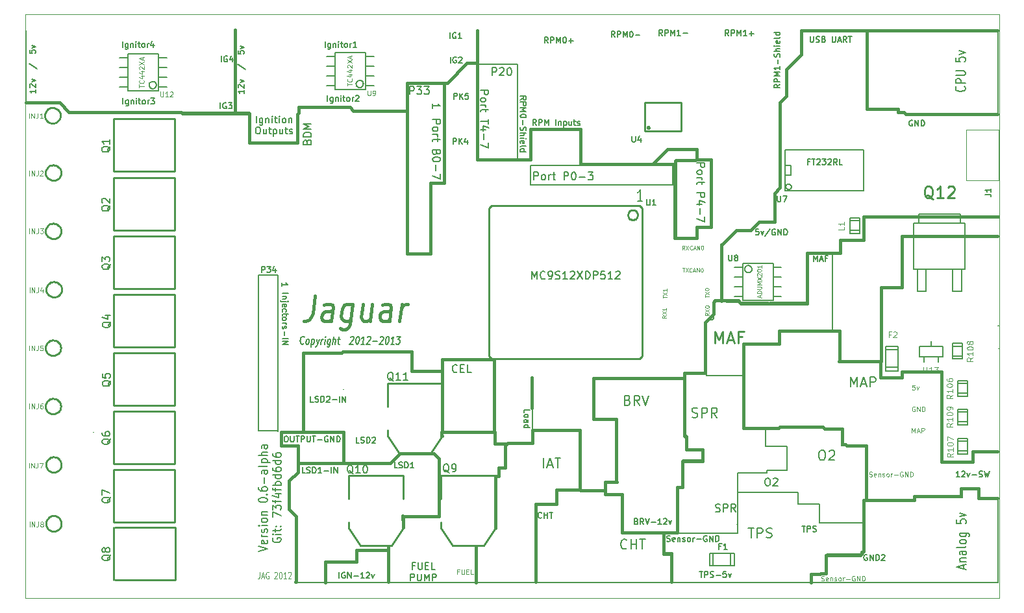
<source format=gto>
G04 (created by PCBNEW-RS274X (2010-03-14)-final) date Wed 18 Sep 2013 10:54:28 PM EDT*
G01*
G70*
G90*
%MOIN*%
G04 Gerber Fmt 3.4, Leading zero omitted, Abs format*
%FSLAX34Y34*%
G04 APERTURE LIST*
%ADD10C,0.001000*%
%ADD11C,0.015000*%
%ADD12C,0.005000*%
%ADD13C,0.010000*%
%ADD14C,0.007000*%
%ADD15C,0.008300*%
%ADD16C,0.003300*%
%ADD17C,0.006700*%
%ADD18C,0.004200*%
%ADD19C,0.018300*%
%ADD20C,0.005800*%
%ADD21C,0.006000*%
%ADD22C,0.002000*%
%ADD23C,0.004000*%
%ADD24C,0.003700*%
%ADD25C,0.004700*%
G04 APERTURE END LIST*
G54D10*
G54D11*
X57681Y-27752D02*
X57681Y-26890D01*
X58779Y-27752D02*
X57681Y-27752D01*
X58779Y-27437D02*
X58779Y-27752D01*
X60823Y-27437D02*
X58779Y-27437D01*
X60823Y-32075D02*
X60823Y-27437D01*
X62405Y-32075D02*
X60823Y-32075D01*
X62405Y-31527D02*
X62405Y-32075D01*
X63689Y-31527D02*
X62405Y-31527D01*
X58760Y-20453D02*
X63689Y-20453D01*
X58760Y-23106D02*
X58760Y-20453D01*
X57693Y-23106D02*
X58760Y-23106D01*
X57693Y-26905D02*
X57693Y-23106D01*
X55559Y-26905D02*
X57693Y-26905D01*
X24555Y-14126D02*
X24555Y-09866D01*
X52504Y-17980D02*
X52504Y-13614D01*
X52232Y-18264D02*
X52232Y-19744D01*
X52520Y-17976D02*
X52232Y-18264D01*
X56047Y-09902D02*
X53610Y-09902D01*
X53610Y-11126D02*
X53610Y-09925D01*
X52850Y-11886D02*
X53610Y-11126D01*
X52850Y-13272D02*
X52850Y-11886D01*
X52504Y-13618D02*
X52850Y-13272D01*
X52232Y-19748D02*
X52232Y-18508D01*
X51441Y-19748D02*
X52232Y-19748D01*
X51012Y-20177D02*
X51441Y-19748D01*
X50284Y-20177D02*
X51012Y-20177D01*
X49524Y-20937D02*
X50284Y-20177D01*
G54D12*
X51422Y-20104D02*
X51279Y-20104D01*
X51265Y-20247D01*
X51279Y-20233D01*
X51308Y-20219D01*
X51379Y-20219D01*
X51408Y-20233D01*
X51422Y-20247D01*
X51437Y-20276D01*
X51437Y-20347D01*
X51422Y-20376D01*
X51408Y-20390D01*
X51379Y-20404D01*
X51308Y-20404D01*
X51279Y-20390D01*
X51265Y-20376D01*
X51537Y-20204D02*
X51608Y-20404D01*
X51680Y-20204D01*
X52009Y-20090D02*
X51752Y-20476D01*
X52266Y-20119D02*
X52237Y-20104D01*
X52194Y-20104D01*
X52151Y-20119D01*
X52123Y-20147D01*
X52108Y-20176D01*
X52094Y-20233D01*
X52094Y-20276D01*
X52108Y-20333D01*
X52123Y-20362D01*
X52151Y-20390D01*
X52194Y-20404D01*
X52223Y-20404D01*
X52266Y-20390D01*
X52280Y-20376D01*
X52280Y-20276D01*
X52223Y-20276D01*
X52408Y-20404D02*
X52408Y-20104D01*
X52580Y-20404D01*
X52580Y-20104D01*
X52722Y-20404D02*
X52722Y-20104D01*
X52794Y-20104D01*
X52837Y-20119D01*
X52865Y-20147D01*
X52880Y-20176D01*
X52894Y-20233D01*
X52894Y-20276D01*
X52880Y-20333D01*
X52865Y-20362D01*
X52837Y-20390D01*
X52794Y-20404D01*
X52722Y-20404D01*
G54D11*
X36457Y-11583D02*
X36902Y-11583D01*
X35453Y-12587D02*
X36457Y-11583D01*
X35287Y-12587D02*
X35453Y-12587D01*
X35276Y-12598D02*
X35287Y-12587D01*
X56984Y-09905D02*
X63685Y-09905D01*
X58969Y-14189D02*
X63689Y-14189D01*
X58890Y-14110D02*
X58969Y-14189D01*
X58571Y-14110D02*
X58890Y-14110D01*
X58571Y-13929D02*
X58571Y-14110D01*
X56980Y-13929D02*
X58571Y-13929D01*
X56980Y-09902D02*
X56980Y-13929D01*
X28055Y-26457D02*
X30008Y-26457D01*
X28055Y-30504D02*
X28055Y-26457D01*
X27776Y-31224D02*
X27776Y-32590D01*
X26905Y-31224D02*
X27776Y-31224D01*
X26905Y-30527D02*
X26905Y-31224D01*
X30106Y-30527D02*
X26905Y-30527D01*
G54D12*
X30909Y-31097D02*
X30766Y-31097D01*
X30766Y-30797D01*
X30995Y-31083D02*
X31038Y-31097D01*
X31109Y-31097D01*
X31138Y-31083D01*
X31152Y-31069D01*
X31167Y-31040D01*
X31167Y-31012D01*
X31152Y-30983D01*
X31138Y-30969D01*
X31109Y-30955D01*
X31052Y-30940D01*
X31024Y-30926D01*
X31009Y-30912D01*
X30995Y-30883D01*
X30995Y-30855D01*
X31009Y-30826D01*
X31024Y-30812D01*
X31052Y-30797D01*
X31124Y-30797D01*
X31167Y-30812D01*
X31295Y-31097D02*
X31295Y-30797D01*
X31367Y-30797D01*
X31410Y-30812D01*
X31438Y-30840D01*
X31453Y-30869D01*
X31467Y-30926D01*
X31467Y-30969D01*
X31453Y-31026D01*
X31438Y-31055D01*
X31410Y-31083D01*
X31367Y-31097D01*
X31295Y-31097D01*
X31581Y-30826D02*
X31595Y-30812D01*
X31624Y-30797D01*
X31695Y-30797D01*
X31724Y-30812D01*
X31738Y-30826D01*
X31753Y-30855D01*
X31753Y-30883D01*
X31738Y-30926D01*
X31567Y-31097D01*
X31753Y-31097D01*
X14294Y-12934D02*
X14294Y-13106D01*
X14294Y-13020D02*
X13994Y-13020D01*
X14037Y-13049D01*
X14066Y-13077D01*
X14080Y-13106D01*
X14023Y-12820D02*
X14009Y-12806D01*
X13994Y-12777D01*
X13994Y-12706D01*
X14009Y-12677D01*
X14023Y-12663D01*
X14052Y-12648D01*
X14080Y-12648D01*
X14123Y-12663D01*
X14294Y-12834D01*
X14294Y-12648D01*
X14094Y-12548D02*
X14294Y-12477D01*
X14094Y-12405D01*
X13980Y-11618D02*
X14366Y-11875D01*
X13994Y-10918D02*
X13994Y-11061D01*
X14137Y-11075D01*
X14123Y-11061D01*
X14109Y-11032D01*
X14109Y-10961D01*
X14123Y-10932D01*
X14137Y-10918D01*
X14166Y-10903D01*
X14237Y-10903D01*
X14266Y-10918D01*
X14280Y-10932D01*
X14294Y-10961D01*
X14294Y-11032D01*
X14280Y-11061D01*
X14266Y-11075D01*
X14094Y-10803D02*
X14294Y-10732D01*
X14094Y-10660D01*
X24995Y-12961D02*
X24995Y-13133D01*
X24995Y-13047D02*
X24695Y-13047D01*
X24738Y-13076D01*
X24767Y-13104D01*
X24781Y-13133D01*
X24724Y-12847D02*
X24710Y-12833D01*
X24695Y-12804D01*
X24695Y-12733D01*
X24710Y-12704D01*
X24724Y-12690D01*
X24753Y-12675D01*
X24781Y-12675D01*
X24824Y-12690D01*
X24995Y-12861D01*
X24995Y-12675D01*
X24795Y-12575D02*
X24995Y-12504D01*
X24795Y-12432D01*
X24681Y-11645D02*
X25067Y-11902D01*
X24695Y-10945D02*
X24695Y-11088D01*
X24838Y-11102D01*
X24824Y-11088D01*
X24810Y-11059D01*
X24810Y-10988D01*
X24824Y-10959D01*
X24838Y-10945D01*
X24867Y-10930D01*
X24938Y-10930D01*
X24967Y-10945D01*
X24981Y-10959D01*
X24995Y-10988D01*
X24995Y-11059D01*
X24981Y-11088D01*
X24967Y-11102D01*
X24795Y-10830D02*
X24995Y-10759D01*
X24795Y-10687D01*
G54D11*
X49524Y-23803D02*
X49524Y-20913D01*
X63681Y-09905D02*
X63681Y-09886D01*
X56067Y-09905D02*
X63681Y-09905D01*
X56980Y-12704D02*
X56980Y-11752D01*
X56819Y-19476D02*
X56819Y-19555D01*
X63716Y-19476D02*
X56819Y-19476D01*
X56811Y-19492D02*
X56838Y-19465D01*
X56811Y-20657D02*
X56811Y-19492D01*
X55622Y-20657D02*
X56811Y-20657D01*
X55622Y-21327D02*
X55622Y-20657D01*
X53894Y-21327D02*
X55622Y-21327D01*
X53894Y-23925D02*
X53894Y-21327D01*
X50524Y-23925D02*
X53894Y-23925D01*
X50378Y-23779D02*
X50524Y-23925D01*
X49170Y-23779D02*
X50378Y-23779D01*
X49095Y-23854D02*
X49170Y-23779D01*
X49095Y-24476D02*
X49095Y-23854D01*
X48669Y-24902D02*
X49095Y-24476D01*
X48669Y-27516D02*
X48669Y-24902D01*
X47614Y-27516D02*
X48669Y-27516D01*
X47614Y-27799D02*
X47614Y-27516D01*
X46740Y-16000D02*
X45968Y-16772D01*
X48228Y-16000D02*
X46740Y-16000D01*
X48228Y-16496D02*
X48228Y-16000D01*
X47150Y-16599D02*
X47150Y-16772D01*
X47189Y-16560D02*
X47150Y-16599D01*
X48181Y-16560D02*
X47189Y-16560D01*
X48213Y-16528D02*
X48181Y-16560D01*
X48988Y-16528D02*
X48213Y-16528D01*
X48988Y-20000D02*
X48988Y-16528D01*
X48232Y-20000D02*
X48988Y-20000D01*
X48232Y-20567D02*
X48232Y-20000D01*
X47110Y-20567D02*
X48232Y-20567D01*
X47110Y-16776D02*
X47110Y-20567D01*
X42287Y-16776D02*
X47110Y-16776D01*
X42287Y-14965D02*
X42287Y-16776D01*
X39709Y-14965D02*
X42287Y-14965D01*
X39709Y-16543D02*
X39709Y-14965D01*
X36961Y-16543D02*
X39709Y-16543D01*
X36961Y-09917D02*
X36961Y-16543D01*
X33370Y-21366D02*
X33370Y-21339D01*
X34571Y-21366D02*
X33370Y-21366D01*
X34571Y-17752D02*
X34571Y-21366D01*
X35283Y-17752D02*
X34571Y-17752D01*
X35283Y-12598D02*
X35283Y-17752D01*
X33370Y-12598D02*
X35283Y-12598D01*
X33370Y-21346D02*
X33370Y-12598D01*
X33335Y-14020D02*
X33335Y-13996D01*
X30626Y-14020D02*
X33335Y-14020D01*
X30441Y-13835D02*
X30626Y-14020D01*
X27803Y-13835D02*
X30441Y-13835D01*
X27803Y-14142D02*
X27803Y-13835D01*
X27752Y-14193D02*
X27803Y-14142D01*
X27752Y-15677D02*
X27752Y-14193D01*
X25291Y-15677D02*
X27752Y-15677D01*
X25291Y-14165D02*
X25291Y-15677D01*
X21838Y-14165D02*
X25291Y-14165D01*
X21783Y-14110D02*
X21838Y-14165D01*
X16020Y-14110D02*
X21783Y-14110D01*
X15528Y-13618D02*
X16020Y-14110D01*
X13803Y-13618D02*
X15528Y-13618D01*
X63689Y-31531D02*
X63689Y-31520D01*
X55563Y-25342D02*
X55563Y-26898D01*
X52464Y-25342D02*
X55563Y-25342D01*
X52464Y-26000D02*
X52464Y-25342D01*
X50646Y-26000D02*
X52464Y-26000D01*
X50646Y-30350D02*
X50646Y-26000D01*
X52430Y-30350D02*
X50646Y-30350D01*
X52508Y-30272D02*
X52430Y-30350D01*
X54709Y-30272D02*
X52508Y-30272D01*
X54740Y-30303D02*
X54709Y-30272D01*
X54775Y-30338D02*
X54740Y-30303D01*
X54807Y-30370D02*
X54775Y-30338D01*
X55701Y-30370D02*
X54807Y-30370D01*
X55701Y-31181D02*
X55701Y-30370D01*
X55874Y-31181D02*
X55701Y-31181D01*
X55933Y-31240D02*
X55874Y-31181D01*
X56945Y-31240D02*
X55933Y-31240D01*
X56945Y-34039D02*
X56921Y-34039D01*
X56945Y-31244D02*
X56945Y-34039D01*
X62705Y-33941D02*
X63685Y-33941D01*
X62705Y-33445D02*
X62705Y-33941D01*
X61815Y-33445D02*
X62705Y-33445D01*
X61815Y-33476D02*
X61815Y-33445D01*
X61815Y-33835D02*
X61815Y-33476D01*
X59401Y-33835D02*
X61815Y-33835D01*
X59401Y-33886D02*
X59401Y-33835D01*
X59401Y-34043D02*
X59401Y-33886D01*
X56823Y-34043D02*
X59401Y-34043D01*
X56823Y-36685D02*
X56823Y-34043D01*
X56638Y-36870D02*
X56823Y-36685D01*
X54882Y-36870D02*
X56638Y-36870D01*
X54882Y-37803D02*
X54882Y-36870D01*
X54611Y-37803D02*
X54882Y-37803D01*
X54583Y-37831D02*
X54611Y-37803D01*
X54106Y-37831D02*
X54583Y-37831D01*
X54106Y-38264D02*
X54106Y-37831D01*
X46543Y-36791D02*
X46543Y-35697D01*
X46957Y-36791D02*
X46543Y-36791D01*
X46957Y-38244D02*
X46957Y-36791D01*
X43539Y-33563D02*
X43512Y-33563D01*
X43539Y-33685D02*
X43539Y-33563D01*
X43547Y-33693D02*
X43539Y-33685D01*
X43547Y-33732D02*
X43547Y-33693D01*
X44401Y-33732D02*
X43547Y-33732D01*
X44401Y-35697D02*
X44401Y-33732D01*
X47228Y-35697D02*
X44401Y-35697D01*
X47228Y-33374D02*
X47228Y-35697D01*
X47516Y-33374D02*
X47228Y-33374D01*
X47516Y-32020D02*
X47516Y-33374D01*
X48543Y-32020D02*
X47516Y-32020D01*
X48543Y-31425D02*
X48543Y-32020D01*
X47724Y-31425D02*
X48543Y-31425D01*
X47724Y-30830D02*
X47724Y-31425D01*
X47622Y-30728D02*
X47724Y-30830D01*
X47622Y-27772D02*
X47622Y-30728D01*
X42941Y-27772D02*
X47622Y-27772D01*
X42941Y-29862D02*
X42941Y-27772D01*
X44114Y-29862D02*
X42941Y-29862D01*
X44114Y-33066D02*
X44114Y-29862D01*
X44146Y-33098D02*
X44114Y-33066D01*
X43535Y-33098D02*
X44146Y-33098D01*
X43535Y-33543D02*
X43535Y-33098D01*
X42264Y-33543D02*
X43535Y-33543D01*
X39976Y-38236D02*
X39984Y-38236D01*
X39976Y-34244D02*
X39976Y-38236D01*
X41035Y-34244D02*
X39976Y-34244D01*
X41035Y-33504D02*
X41035Y-34244D01*
X42244Y-33504D02*
X41035Y-33504D01*
X42244Y-30429D02*
X42244Y-33504D01*
X39799Y-30429D02*
X42244Y-30429D01*
X38535Y-31098D02*
X38405Y-31228D01*
X38677Y-31098D02*
X38535Y-31098D01*
X39803Y-31098D02*
X38677Y-31098D01*
X39803Y-30421D02*
X39803Y-31098D01*
X39779Y-29291D02*
X39776Y-29291D01*
X39779Y-27748D02*
X39779Y-29291D01*
X30102Y-32110D02*
X30090Y-32098D01*
X30102Y-30531D02*
X30102Y-32110D01*
X33594Y-26413D02*
X30087Y-26413D01*
X33594Y-26484D02*
X33594Y-26413D01*
X33594Y-27394D02*
X33594Y-26484D01*
X35165Y-27394D02*
X33594Y-27394D01*
X37850Y-30567D02*
X37866Y-30567D01*
X37850Y-26803D02*
X37850Y-30567D01*
X35165Y-26803D02*
X37850Y-26803D01*
X35165Y-30559D02*
X35165Y-26803D01*
X35157Y-30720D02*
X35161Y-30724D01*
X35157Y-30551D02*
X35157Y-30720D01*
X37874Y-30551D02*
X35157Y-30551D01*
X37874Y-31150D02*
X37874Y-30551D01*
X38401Y-31150D02*
X37874Y-31150D01*
X38401Y-32382D02*
X38401Y-31150D01*
X38067Y-32382D02*
X38401Y-32382D01*
X38067Y-32807D02*
X38067Y-32382D01*
X37909Y-32807D02*
X38067Y-32807D01*
X37909Y-35484D02*
X37909Y-32807D01*
X27665Y-38240D02*
X27653Y-38240D01*
X27665Y-34854D02*
X27665Y-38240D01*
X27303Y-34492D02*
X27665Y-34854D01*
X27303Y-33052D02*
X27303Y-34492D01*
X27768Y-32587D02*
X27303Y-33052D01*
X27768Y-32122D02*
X27768Y-32587D01*
X32496Y-32122D02*
X27768Y-32122D01*
X32996Y-31622D02*
X32496Y-32122D01*
X34728Y-31622D02*
X32996Y-31622D01*
X35008Y-31902D02*
X34728Y-31622D01*
X35008Y-34862D02*
X35008Y-31902D01*
X33165Y-34862D02*
X35008Y-34862D01*
X33165Y-35449D02*
X33165Y-34862D01*
X32417Y-36405D02*
X32421Y-36409D01*
X32417Y-36610D02*
X32417Y-36405D01*
X36902Y-36405D02*
X36894Y-36405D01*
X36902Y-38256D02*
X36902Y-36405D01*
X32413Y-36598D02*
X32413Y-38228D01*
X30791Y-36598D02*
X32413Y-36598D01*
X30791Y-37201D02*
X30791Y-36598D01*
X29173Y-37201D02*
X30791Y-37201D01*
X29173Y-38260D02*
X29173Y-37201D01*
G54D13*
X29173Y-38252D02*
X29169Y-38252D01*
X29173Y-37197D02*
X29173Y-38252D01*
X30791Y-37197D02*
X29173Y-37197D01*
X30791Y-36598D02*
X30791Y-37197D01*
X32405Y-36598D02*
X30791Y-36598D01*
X32405Y-38268D02*
X32405Y-36598D01*
G54D14*
X63701Y-19480D02*
X63728Y-19480D01*
X56815Y-19480D02*
X57098Y-19480D01*
X56815Y-20709D02*
X56815Y-19480D01*
X55673Y-20709D02*
X56815Y-20709D01*
X55673Y-21315D02*
X55673Y-20709D01*
X55642Y-21315D02*
X55673Y-21315D01*
X55275Y-21315D02*
X55642Y-21315D01*
X55212Y-21378D02*
X55275Y-21315D01*
X55212Y-21378D02*
X53905Y-21378D01*
X55212Y-24142D02*
X55212Y-21382D01*
X63728Y-26248D02*
X63728Y-26252D01*
X55571Y-26575D02*
X55571Y-26929D01*
X55571Y-25374D02*
X55256Y-25374D01*
X55571Y-26575D02*
X55571Y-25374D01*
X56433Y-31216D02*
X56433Y-31276D01*
X55677Y-30335D02*
X55677Y-30339D01*
X51972Y-30335D02*
X55677Y-30335D01*
X51791Y-30335D02*
X51783Y-30343D01*
X51964Y-30335D02*
X51791Y-30335D01*
X55677Y-31220D02*
X56433Y-31220D01*
X55677Y-30854D02*
X55677Y-31220D01*
X55677Y-30854D02*
X55677Y-30339D01*
X24567Y-13161D02*
X24567Y-13535D01*
G54D12*
X61734Y-32845D02*
X61562Y-32845D01*
X61648Y-32845D02*
X61648Y-32545D01*
X61619Y-32588D01*
X61591Y-32617D01*
X61562Y-32631D01*
X61848Y-32574D02*
X61862Y-32560D01*
X61891Y-32545D01*
X61962Y-32545D01*
X61991Y-32560D01*
X62005Y-32574D01*
X62020Y-32603D01*
X62020Y-32631D01*
X62005Y-32674D01*
X61834Y-32845D01*
X62020Y-32845D01*
X62120Y-32645D02*
X62191Y-32845D01*
X62263Y-32645D01*
X62377Y-32731D02*
X62606Y-32731D01*
X62734Y-32831D02*
X62777Y-32845D01*
X62848Y-32845D01*
X62877Y-32831D01*
X62891Y-32817D01*
X62906Y-32788D01*
X62906Y-32760D01*
X62891Y-32731D01*
X62877Y-32717D01*
X62848Y-32703D01*
X62791Y-32688D01*
X62763Y-32674D01*
X62748Y-32660D01*
X62734Y-32631D01*
X62734Y-32603D01*
X62748Y-32574D01*
X62763Y-32560D01*
X62791Y-32545D01*
X62863Y-32545D01*
X62906Y-32560D01*
X63006Y-32545D02*
X63077Y-32845D01*
X63134Y-32631D01*
X63192Y-32845D01*
X63263Y-32545D01*
G54D14*
X42929Y-27866D02*
X42925Y-27866D01*
X42929Y-27779D02*
X42929Y-27866D01*
X47626Y-27779D02*
X42929Y-27779D01*
X47630Y-27779D02*
X47618Y-27779D01*
X47630Y-30642D02*
X47630Y-27779D01*
X47631Y-30642D02*
X47634Y-30645D01*
X47768Y-30779D02*
X47631Y-30642D01*
X47768Y-31488D02*
X47768Y-30779D01*
X48520Y-31488D02*
X47768Y-31488D01*
X48520Y-31972D02*
X48520Y-31488D01*
X47500Y-32138D02*
X47512Y-32138D01*
X47500Y-31972D02*
X47500Y-32138D01*
X48516Y-31972D02*
X47500Y-31972D01*
X13807Y-09902D02*
X13823Y-09902D01*
X13807Y-13622D02*
X13807Y-09902D01*
X53909Y-25358D02*
X52476Y-25358D01*
X52039Y-25968D02*
X52043Y-25968D01*
X52476Y-25968D02*
X52039Y-25968D01*
X52476Y-25354D02*
X52476Y-25968D01*
X52063Y-25968D02*
X52059Y-25968D01*
X38409Y-31142D02*
X38401Y-31142D01*
X38409Y-32382D02*
X38409Y-31142D01*
X38079Y-32382D02*
X38409Y-32382D01*
X38079Y-32768D02*
X38079Y-32382D01*
X37925Y-32768D02*
X38079Y-32768D01*
G54D15*
X44648Y-36505D02*
X44624Y-36529D01*
X44553Y-36552D01*
X44505Y-36552D01*
X44433Y-36529D01*
X44386Y-36481D01*
X44362Y-36433D01*
X44338Y-36338D01*
X44338Y-36267D01*
X44362Y-36171D01*
X44386Y-36124D01*
X44433Y-36076D01*
X44505Y-36052D01*
X44553Y-36052D01*
X44624Y-36076D01*
X44648Y-36100D01*
X44862Y-36552D02*
X44862Y-36052D01*
X44862Y-36290D02*
X45148Y-36290D01*
X45148Y-36552D02*
X45148Y-36052D01*
X45315Y-36052D02*
X45600Y-36052D01*
X45457Y-36552D02*
X45457Y-36052D01*
X44694Y-28893D02*
X44765Y-28917D01*
X44789Y-28941D01*
X44813Y-28989D01*
X44813Y-29060D01*
X44789Y-29108D01*
X44765Y-29132D01*
X44718Y-29155D01*
X44527Y-29155D01*
X44527Y-28655D01*
X44694Y-28655D01*
X44741Y-28679D01*
X44765Y-28703D01*
X44789Y-28751D01*
X44789Y-28798D01*
X44765Y-28846D01*
X44741Y-28870D01*
X44694Y-28893D01*
X44527Y-28893D01*
X45313Y-29155D02*
X45146Y-28917D01*
X45027Y-29155D02*
X45027Y-28655D01*
X45218Y-28655D01*
X45265Y-28679D01*
X45289Y-28703D01*
X45313Y-28751D01*
X45313Y-28822D01*
X45289Y-28870D01*
X45265Y-28893D01*
X45218Y-28917D01*
X45027Y-28917D01*
X45456Y-28655D02*
X45622Y-29155D01*
X45789Y-28655D01*
X47999Y-29769D02*
X48071Y-29792D01*
X48190Y-29792D01*
X48237Y-29769D01*
X48261Y-29745D01*
X48285Y-29697D01*
X48285Y-29650D01*
X48261Y-29602D01*
X48237Y-29578D01*
X48190Y-29554D01*
X48094Y-29530D01*
X48047Y-29507D01*
X48023Y-29483D01*
X47999Y-29435D01*
X47999Y-29388D01*
X48023Y-29340D01*
X48047Y-29316D01*
X48094Y-29292D01*
X48214Y-29292D01*
X48285Y-29316D01*
X48499Y-29792D02*
X48499Y-29292D01*
X48690Y-29292D01*
X48737Y-29316D01*
X48761Y-29340D01*
X48785Y-29388D01*
X48785Y-29459D01*
X48761Y-29507D01*
X48737Y-29530D01*
X48690Y-29554D01*
X48499Y-29554D01*
X49285Y-29792D02*
X49118Y-29554D01*
X48999Y-29792D02*
X48999Y-29292D01*
X49190Y-29292D01*
X49237Y-29316D01*
X49261Y-29340D01*
X49285Y-29388D01*
X49285Y-29459D01*
X49261Y-29507D01*
X49237Y-29530D01*
X49190Y-29554D01*
X48999Y-29554D01*
X54631Y-31478D02*
X54727Y-31478D01*
X54774Y-31502D01*
X54822Y-31550D01*
X54846Y-31645D01*
X54846Y-31812D01*
X54822Y-31907D01*
X54774Y-31955D01*
X54727Y-31978D01*
X54631Y-31978D01*
X54584Y-31955D01*
X54536Y-31907D01*
X54512Y-31812D01*
X54512Y-31645D01*
X54536Y-31550D01*
X54584Y-31502D01*
X54631Y-31478D01*
X55036Y-31526D02*
X55060Y-31502D01*
X55108Y-31478D01*
X55227Y-31478D01*
X55274Y-31502D01*
X55298Y-31526D01*
X55322Y-31574D01*
X55322Y-31621D01*
X55298Y-31693D01*
X55012Y-31978D01*
X55322Y-31978D01*
G54D14*
X50630Y-30342D02*
X50630Y-30339D01*
X51787Y-30342D02*
X50630Y-30342D01*
X56964Y-34004D02*
X56968Y-34004D01*
X56964Y-31276D02*
X56964Y-34004D01*
X56433Y-31276D02*
X56964Y-31276D01*
X63728Y-25079D02*
X63724Y-25083D01*
X57819Y-19480D02*
X57827Y-19480D01*
X53901Y-22559D02*
X53905Y-22563D01*
G54D16*
X48872Y-24423D02*
X48777Y-24490D01*
X48872Y-24537D02*
X48672Y-24537D01*
X48672Y-24461D01*
X48681Y-24442D01*
X48691Y-24433D01*
X48710Y-24423D01*
X48739Y-24423D01*
X48758Y-24433D01*
X48767Y-24442D01*
X48777Y-24461D01*
X48777Y-24537D01*
X48672Y-24356D02*
X48872Y-24223D01*
X48672Y-24223D02*
X48872Y-24356D01*
X48672Y-24109D02*
X48672Y-24090D01*
X48681Y-24071D01*
X48691Y-24062D01*
X48710Y-24052D01*
X48748Y-24043D01*
X48796Y-24043D01*
X48834Y-24052D01*
X48853Y-24062D01*
X48862Y-24071D01*
X48872Y-24090D01*
X48872Y-24109D01*
X48862Y-24128D01*
X48853Y-24138D01*
X48834Y-24147D01*
X48796Y-24157D01*
X48748Y-24157D01*
X48710Y-24147D01*
X48691Y-24138D01*
X48681Y-24128D01*
X48672Y-24109D01*
X48664Y-23617D02*
X48664Y-23503D01*
X48864Y-23560D02*
X48664Y-23560D01*
X48664Y-23455D02*
X48864Y-23322D01*
X48664Y-23322D02*
X48864Y-23455D01*
X48664Y-23208D02*
X48664Y-23189D01*
X48673Y-23170D01*
X48683Y-23161D01*
X48702Y-23151D01*
X48740Y-23142D01*
X48788Y-23142D01*
X48826Y-23151D01*
X48845Y-23161D01*
X48854Y-23170D01*
X48864Y-23189D01*
X48864Y-23208D01*
X48854Y-23227D01*
X48845Y-23237D01*
X48826Y-23246D01*
X48788Y-23256D01*
X48740Y-23256D01*
X48702Y-23246D01*
X48683Y-23237D01*
X48673Y-23227D01*
X48664Y-23208D01*
X46687Y-24549D02*
X46592Y-24616D01*
X46687Y-24663D02*
X46487Y-24663D01*
X46487Y-24587D01*
X46496Y-24568D01*
X46506Y-24559D01*
X46525Y-24549D01*
X46554Y-24549D01*
X46573Y-24559D01*
X46582Y-24568D01*
X46592Y-24587D01*
X46592Y-24663D01*
X46487Y-24482D02*
X46687Y-24349D01*
X46487Y-24349D02*
X46687Y-24482D01*
X46687Y-24169D02*
X46687Y-24283D01*
X46687Y-24226D02*
X46487Y-24226D01*
X46516Y-24245D01*
X46535Y-24264D01*
X46544Y-24283D01*
X46499Y-23652D02*
X46499Y-23538D01*
X46699Y-23595D02*
X46499Y-23595D01*
X46499Y-23490D02*
X46699Y-23357D01*
X46499Y-23357D02*
X46699Y-23490D01*
X46699Y-23177D02*
X46699Y-23291D01*
X46699Y-23234D02*
X46499Y-23234D01*
X46528Y-23253D01*
X46547Y-23272D01*
X46556Y-23291D01*
X47504Y-22115D02*
X47618Y-22115D01*
X47561Y-22315D02*
X47561Y-22115D01*
X47666Y-22115D02*
X47799Y-22315D01*
X47799Y-22115D02*
X47666Y-22315D01*
X47989Y-22296D02*
X47979Y-22305D01*
X47951Y-22315D01*
X47932Y-22315D01*
X47903Y-22305D01*
X47884Y-22286D01*
X47875Y-22267D01*
X47865Y-22229D01*
X47865Y-22201D01*
X47875Y-22163D01*
X47884Y-22144D01*
X47903Y-22124D01*
X47932Y-22115D01*
X47951Y-22115D01*
X47979Y-22124D01*
X47989Y-22134D01*
X48065Y-22258D02*
X48160Y-22258D01*
X48046Y-22315D02*
X48113Y-22115D01*
X48179Y-22315D01*
X48246Y-22315D02*
X48246Y-22115D01*
X48360Y-22315D01*
X48360Y-22115D01*
X48494Y-22115D02*
X48513Y-22115D01*
X48532Y-22124D01*
X48541Y-22134D01*
X48551Y-22153D01*
X48560Y-22191D01*
X48560Y-22239D01*
X48551Y-22277D01*
X48541Y-22296D01*
X48532Y-22305D01*
X48513Y-22315D01*
X48494Y-22315D01*
X48475Y-22305D01*
X48465Y-22296D01*
X48456Y-22277D01*
X48446Y-22239D01*
X48446Y-22191D01*
X48456Y-22153D01*
X48465Y-22134D01*
X48475Y-22124D01*
X48494Y-22115D01*
X47623Y-21164D02*
X47556Y-21069D01*
X47509Y-21164D02*
X47509Y-20964D01*
X47585Y-20964D01*
X47604Y-20973D01*
X47613Y-20983D01*
X47623Y-21002D01*
X47623Y-21031D01*
X47613Y-21050D01*
X47604Y-21059D01*
X47585Y-21069D01*
X47509Y-21069D01*
X47690Y-20964D02*
X47823Y-21164D01*
X47823Y-20964D02*
X47690Y-21164D01*
X48013Y-21145D02*
X48003Y-21154D01*
X47975Y-21164D01*
X47956Y-21164D01*
X47927Y-21154D01*
X47908Y-21135D01*
X47899Y-21116D01*
X47889Y-21078D01*
X47889Y-21050D01*
X47899Y-21012D01*
X47908Y-20993D01*
X47927Y-20973D01*
X47956Y-20964D01*
X47975Y-20964D01*
X48003Y-20973D01*
X48013Y-20983D01*
X48089Y-21107D02*
X48184Y-21107D01*
X48070Y-21164D02*
X48137Y-20964D01*
X48203Y-21164D01*
X48270Y-21164D02*
X48270Y-20964D01*
X48384Y-21164D01*
X48384Y-20964D01*
X48518Y-20964D02*
X48537Y-20964D01*
X48556Y-20973D01*
X48565Y-20983D01*
X48575Y-21002D01*
X48584Y-21040D01*
X48584Y-21088D01*
X48575Y-21126D01*
X48565Y-21145D01*
X48556Y-21154D01*
X48537Y-21164D01*
X48518Y-21164D01*
X48499Y-21154D01*
X48489Y-21145D01*
X48480Y-21126D01*
X48470Y-21088D01*
X48470Y-21040D01*
X48480Y-21002D01*
X48489Y-20983D01*
X48499Y-20973D01*
X48518Y-20964D01*
G54D14*
X53905Y-21382D02*
X53905Y-21634D01*
X60929Y-19480D02*
X57094Y-19480D01*
G54D12*
X59311Y-14533D02*
X59282Y-14518D01*
X59239Y-14518D01*
X59196Y-14533D01*
X59168Y-14561D01*
X59153Y-14590D01*
X59139Y-14647D01*
X59139Y-14690D01*
X59153Y-14747D01*
X59168Y-14776D01*
X59196Y-14804D01*
X59239Y-14818D01*
X59268Y-14818D01*
X59311Y-14804D01*
X59325Y-14790D01*
X59325Y-14690D01*
X59268Y-14690D01*
X59453Y-14818D02*
X59453Y-14518D01*
X59625Y-14818D01*
X59625Y-14518D01*
X59767Y-14818D02*
X59767Y-14518D01*
X59839Y-14518D01*
X59882Y-14533D01*
X59910Y-14561D01*
X59925Y-14590D01*
X59939Y-14647D01*
X59939Y-14690D01*
X59925Y-14747D01*
X59910Y-14776D01*
X59882Y-14804D01*
X59839Y-14818D01*
X59767Y-14818D01*
X52515Y-12674D02*
X52373Y-12774D01*
X52515Y-12846D02*
X52215Y-12846D01*
X52215Y-12731D01*
X52230Y-12703D01*
X52244Y-12688D01*
X52273Y-12674D01*
X52315Y-12674D01*
X52344Y-12688D01*
X52358Y-12703D01*
X52373Y-12731D01*
X52373Y-12846D01*
X52515Y-12546D02*
X52215Y-12546D01*
X52215Y-12431D01*
X52230Y-12403D01*
X52244Y-12388D01*
X52273Y-12374D01*
X52315Y-12374D01*
X52344Y-12388D01*
X52358Y-12403D01*
X52373Y-12431D01*
X52373Y-12546D01*
X52515Y-12246D02*
X52215Y-12246D01*
X52430Y-12146D01*
X52215Y-12046D01*
X52515Y-12046D01*
X52515Y-11745D02*
X52515Y-11917D01*
X52515Y-11831D02*
X52215Y-11831D01*
X52258Y-11860D01*
X52287Y-11888D01*
X52301Y-11917D01*
X52401Y-11617D02*
X52401Y-11388D01*
X52501Y-11260D02*
X52515Y-11217D01*
X52515Y-11146D01*
X52501Y-11117D01*
X52487Y-11103D01*
X52458Y-11088D01*
X52430Y-11088D01*
X52401Y-11103D01*
X52387Y-11117D01*
X52373Y-11146D01*
X52358Y-11203D01*
X52344Y-11231D01*
X52330Y-11246D01*
X52301Y-11260D01*
X52273Y-11260D01*
X52244Y-11246D01*
X52230Y-11231D01*
X52215Y-11203D01*
X52215Y-11131D01*
X52230Y-11088D01*
X52515Y-10960D02*
X52215Y-10960D01*
X52515Y-10831D02*
X52358Y-10831D01*
X52330Y-10845D01*
X52315Y-10874D01*
X52315Y-10917D01*
X52330Y-10945D01*
X52344Y-10960D01*
X52515Y-10689D02*
X52315Y-10689D01*
X52215Y-10689D02*
X52230Y-10703D01*
X52244Y-10689D01*
X52230Y-10674D01*
X52215Y-10689D01*
X52244Y-10689D01*
X52501Y-10431D02*
X52515Y-10460D01*
X52515Y-10517D01*
X52501Y-10546D01*
X52473Y-10560D01*
X52358Y-10560D01*
X52330Y-10546D01*
X52315Y-10517D01*
X52315Y-10460D01*
X52330Y-10431D01*
X52358Y-10417D01*
X52387Y-10417D01*
X52415Y-10560D01*
X52515Y-10246D02*
X52501Y-10274D01*
X52473Y-10289D01*
X52215Y-10289D01*
X52515Y-10003D02*
X52215Y-10003D01*
X52501Y-10003D02*
X52515Y-10032D01*
X52515Y-10089D01*
X52501Y-10117D01*
X52487Y-10132D01*
X52458Y-10146D01*
X52373Y-10146D01*
X52344Y-10132D01*
X52330Y-10117D01*
X52315Y-10089D01*
X52315Y-10032D01*
X52330Y-10003D01*
X49884Y-10168D02*
X49784Y-10026D01*
X49712Y-10168D02*
X49712Y-09868D01*
X49827Y-09868D01*
X49855Y-09883D01*
X49870Y-09897D01*
X49884Y-09926D01*
X49884Y-09968D01*
X49870Y-09997D01*
X49855Y-10011D01*
X49827Y-10026D01*
X49712Y-10026D01*
X50012Y-10168D02*
X50012Y-09868D01*
X50127Y-09868D01*
X50155Y-09883D01*
X50170Y-09897D01*
X50184Y-09926D01*
X50184Y-09968D01*
X50170Y-09997D01*
X50155Y-10011D01*
X50127Y-10026D01*
X50012Y-10026D01*
X50312Y-10168D02*
X50312Y-09868D01*
X50412Y-10083D01*
X50512Y-09868D01*
X50512Y-10168D01*
X50813Y-10168D02*
X50641Y-10168D01*
X50727Y-10168D02*
X50727Y-09868D01*
X50698Y-09911D01*
X50670Y-09940D01*
X50641Y-09954D01*
X50941Y-10054D02*
X51170Y-10054D01*
X51056Y-10168D02*
X51056Y-09940D01*
X46474Y-10164D02*
X46374Y-10022D01*
X46302Y-10164D02*
X46302Y-09864D01*
X46417Y-09864D01*
X46445Y-09879D01*
X46460Y-09893D01*
X46474Y-09922D01*
X46474Y-09964D01*
X46460Y-09993D01*
X46445Y-10007D01*
X46417Y-10022D01*
X46302Y-10022D01*
X46602Y-10164D02*
X46602Y-09864D01*
X46717Y-09864D01*
X46745Y-09879D01*
X46760Y-09893D01*
X46774Y-09922D01*
X46774Y-09964D01*
X46760Y-09993D01*
X46745Y-10007D01*
X46717Y-10022D01*
X46602Y-10022D01*
X46902Y-10164D02*
X46902Y-09864D01*
X47002Y-10079D01*
X47102Y-09864D01*
X47102Y-10164D01*
X47403Y-10164D02*
X47231Y-10164D01*
X47317Y-10164D02*
X47317Y-09864D01*
X47288Y-09907D01*
X47260Y-09936D01*
X47231Y-09950D01*
X47531Y-10050D02*
X47760Y-10050D01*
X44037Y-10239D02*
X43937Y-10097D01*
X43865Y-10239D02*
X43865Y-09939D01*
X43980Y-09939D01*
X44008Y-09954D01*
X44023Y-09968D01*
X44037Y-09997D01*
X44037Y-10039D01*
X44023Y-10068D01*
X44008Y-10082D01*
X43980Y-10097D01*
X43865Y-10097D01*
X44165Y-10239D02*
X44165Y-09939D01*
X44280Y-09939D01*
X44308Y-09954D01*
X44323Y-09968D01*
X44337Y-09997D01*
X44337Y-10039D01*
X44323Y-10068D01*
X44308Y-10082D01*
X44280Y-10097D01*
X44165Y-10097D01*
X44465Y-10239D02*
X44465Y-09939D01*
X44565Y-10154D01*
X44665Y-09939D01*
X44665Y-10239D01*
X44866Y-09939D02*
X44894Y-09939D01*
X44923Y-09954D01*
X44937Y-09968D01*
X44951Y-09997D01*
X44966Y-10054D01*
X44966Y-10125D01*
X44951Y-10182D01*
X44937Y-10211D01*
X44923Y-10225D01*
X44894Y-10239D01*
X44866Y-10239D01*
X44837Y-10225D01*
X44823Y-10211D01*
X44808Y-10182D01*
X44794Y-10125D01*
X44794Y-10054D01*
X44808Y-09997D01*
X44823Y-09968D01*
X44837Y-09954D01*
X44866Y-09939D01*
X45094Y-10125D02*
X45323Y-10125D01*
X40616Y-10538D02*
X40516Y-10396D01*
X40444Y-10538D02*
X40444Y-10238D01*
X40559Y-10238D01*
X40587Y-10253D01*
X40602Y-10267D01*
X40616Y-10296D01*
X40616Y-10338D01*
X40602Y-10367D01*
X40587Y-10381D01*
X40559Y-10396D01*
X40444Y-10396D01*
X40744Y-10538D02*
X40744Y-10238D01*
X40859Y-10238D01*
X40887Y-10253D01*
X40902Y-10267D01*
X40916Y-10296D01*
X40916Y-10338D01*
X40902Y-10367D01*
X40887Y-10381D01*
X40859Y-10396D01*
X40744Y-10396D01*
X41044Y-10538D02*
X41044Y-10238D01*
X41144Y-10453D01*
X41244Y-10238D01*
X41244Y-10538D01*
X41445Y-10238D02*
X41473Y-10238D01*
X41502Y-10253D01*
X41516Y-10267D01*
X41530Y-10296D01*
X41545Y-10353D01*
X41545Y-10424D01*
X41530Y-10481D01*
X41516Y-10510D01*
X41502Y-10524D01*
X41473Y-10538D01*
X41445Y-10538D01*
X41416Y-10524D01*
X41402Y-10510D01*
X41387Y-10481D01*
X41373Y-10424D01*
X41373Y-10353D01*
X41387Y-10296D01*
X41402Y-10267D01*
X41416Y-10253D01*
X41445Y-10238D01*
X41673Y-10424D02*
X41902Y-10424D01*
X41788Y-10538D02*
X41788Y-10310D01*
X39190Y-13456D02*
X39332Y-13356D01*
X39190Y-13284D02*
X39490Y-13284D01*
X39490Y-13399D01*
X39475Y-13427D01*
X39461Y-13442D01*
X39432Y-13456D01*
X39390Y-13456D01*
X39361Y-13442D01*
X39347Y-13427D01*
X39332Y-13399D01*
X39332Y-13284D01*
X39190Y-13584D02*
X39490Y-13584D01*
X39490Y-13699D01*
X39475Y-13727D01*
X39461Y-13742D01*
X39432Y-13756D01*
X39390Y-13756D01*
X39361Y-13742D01*
X39347Y-13727D01*
X39332Y-13699D01*
X39332Y-13584D01*
X39190Y-13884D02*
X39490Y-13884D01*
X39275Y-13984D01*
X39490Y-14084D01*
X39190Y-14084D01*
X39490Y-14285D02*
X39490Y-14313D01*
X39475Y-14342D01*
X39461Y-14356D01*
X39432Y-14370D01*
X39375Y-14385D01*
X39304Y-14385D01*
X39247Y-14370D01*
X39218Y-14356D01*
X39204Y-14342D01*
X39190Y-14313D01*
X39190Y-14285D01*
X39204Y-14256D01*
X39218Y-14242D01*
X39247Y-14227D01*
X39304Y-14213D01*
X39375Y-14213D01*
X39432Y-14227D01*
X39461Y-14242D01*
X39475Y-14256D01*
X39490Y-14285D01*
X39304Y-14513D02*
X39304Y-14742D01*
X39204Y-14870D02*
X39190Y-14913D01*
X39190Y-14984D01*
X39204Y-15013D01*
X39218Y-15027D01*
X39247Y-15042D01*
X39275Y-15042D01*
X39304Y-15027D01*
X39318Y-15013D01*
X39332Y-14984D01*
X39347Y-14927D01*
X39361Y-14899D01*
X39375Y-14884D01*
X39404Y-14870D01*
X39432Y-14870D01*
X39461Y-14884D01*
X39475Y-14899D01*
X39490Y-14927D01*
X39490Y-14999D01*
X39475Y-15042D01*
X39190Y-15170D02*
X39490Y-15170D01*
X39190Y-15299D02*
X39347Y-15299D01*
X39375Y-15285D01*
X39390Y-15256D01*
X39390Y-15213D01*
X39375Y-15185D01*
X39361Y-15170D01*
X39190Y-15441D02*
X39390Y-15441D01*
X39490Y-15441D02*
X39475Y-15427D01*
X39461Y-15441D01*
X39475Y-15456D01*
X39490Y-15441D01*
X39461Y-15441D01*
X39204Y-15699D02*
X39190Y-15670D01*
X39190Y-15613D01*
X39204Y-15584D01*
X39232Y-15570D01*
X39347Y-15570D01*
X39375Y-15584D01*
X39390Y-15613D01*
X39390Y-15670D01*
X39375Y-15699D01*
X39347Y-15713D01*
X39318Y-15713D01*
X39290Y-15570D01*
X39190Y-15884D02*
X39204Y-15856D01*
X39232Y-15841D01*
X39490Y-15841D01*
X39190Y-16127D02*
X39490Y-16127D01*
X39204Y-16127D02*
X39190Y-16098D01*
X39190Y-16041D01*
X39204Y-16013D01*
X39218Y-15998D01*
X39247Y-15984D01*
X39332Y-15984D01*
X39361Y-15998D01*
X39375Y-16013D01*
X39390Y-16041D01*
X39390Y-16098D01*
X39375Y-16127D01*
G54D14*
X39031Y-16496D02*
X39035Y-16500D01*
X39709Y-16496D02*
X39031Y-16496D01*
X39709Y-14968D02*
X39709Y-16496D01*
X42279Y-14968D02*
X39709Y-14968D01*
X36961Y-11650D02*
X36961Y-11626D01*
X36961Y-09902D02*
X36961Y-11650D01*
X36961Y-11626D02*
X36961Y-11650D01*
X39039Y-11626D02*
X36961Y-11626D01*
G54D12*
X35762Y-13420D02*
X35762Y-13120D01*
X35877Y-13120D01*
X35905Y-13135D01*
X35920Y-13149D01*
X35934Y-13178D01*
X35934Y-13220D01*
X35920Y-13249D01*
X35905Y-13263D01*
X35877Y-13278D01*
X35762Y-13278D01*
X36062Y-13420D02*
X36062Y-13120D01*
X36234Y-13420D02*
X36105Y-13249D01*
X36234Y-13120D02*
X36062Y-13292D01*
X36505Y-13120D02*
X36362Y-13120D01*
X36348Y-13263D01*
X36362Y-13249D01*
X36391Y-13235D01*
X36462Y-13235D01*
X36491Y-13249D01*
X36505Y-13263D01*
X36520Y-13292D01*
X36520Y-13363D01*
X36505Y-13392D01*
X36491Y-13406D01*
X36462Y-13420D01*
X36391Y-13420D01*
X36362Y-13406D01*
X36348Y-13392D01*
X35734Y-15743D02*
X35734Y-15443D01*
X35849Y-15443D01*
X35877Y-15458D01*
X35892Y-15472D01*
X35906Y-15501D01*
X35906Y-15543D01*
X35892Y-15572D01*
X35877Y-15586D01*
X35849Y-15601D01*
X35734Y-15601D01*
X36034Y-15743D02*
X36034Y-15443D01*
X36206Y-15743D02*
X36077Y-15572D01*
X36206Y-15443D02*
X36034Y-15615D01*
X36463Y-15543D02*
X36463Y-15743D01*
X36392Y-15429D02*
X36320Y-15643D01*
X36506Y-15643D01*
G54D14*
X33378Y-12618D02*
X33425Y-12618D01*
X33378Y-13984D02*
X33378Y-12618D01*
X24571Y-09902D02*
X24571Y-10181D01*
X13811Y-13626D02*
X13811Y-13618D01*
X15532Y-13626D02*
X13811Y-13626D01*
X16024Y-14118D02*
X15532Y-13626D01*
X25295Y-14118D02*
X16024Y-14118D01*
G54D17*
X28243Y-15627D02*
X28262Y-15570D01*
X28281Y-15551D01*
X28320Y-15532D01*
X28377Y-15532D01*
X28415Y-15551D01*
X28434Y-15570D01*
X28453Y-15608D01*
X28453Y-15761D01*
X28053Y-15761D01*
X28053Y-15627D01*
X28072Y-15589D01*
X28091Y-15570D01*
X28129Y-15551D01*
X28167Y-15551D01*
X28205Y-15570D01*
X28224Y-15589D01*
X28243Y-15627D01*
X28243Y-15761D01*
X28453Y-15361D02*
X28053Y-15361D01*
X28053Y-15266D01*
X28072Y-15208D01*
X28110Y-15170D01*
X28148Y-15151D01*
X28224Y-15132D01*
X28281Y-15132D01*
X28358Y-15151D01*
X28396Y-15170D01*
X28434Y-15208D01*
X28453Y-15266D01*
X28453Y-15361D01*
X28453Y-14961D02*
X28053Y-14961D01*
X28339Y-14827D01*
X28053Y-14694D01*
X28453Y-14694D01*
G54D18*
X36033Y-37718D02*
X35950Y-37718D01*
X35950Y-37849D02*
X35950Y-37599D01*
X36069Y-37599D01*
X36164Y-37599D02*
X36164Y-37802D01*
X36175Y-37825D01*
X36187Y-37837D01*
X36211Y-37849D01*
X36259Y-37849D01*
X36283Y-37837D01*
X36294Y-37825D01*
X36306Y-37802D01*
X36306Y-37599D01*
X36426Y-37718D02*
X36509Y-37718D01*
X36545Y-37849D02*
X36426Y-37849D01*
X36426Y-37599D01*
X36545Y-37599D01*
X36771Y-37849D02*
X36652Y-37849D01*
X36652Y-37599D01*
G54D12*
X29883Y-38046D02*
X29883Y-37746D01*
X30184Y-37761D02*
X30155Y-37746D01*
X30112Y-37746D01*
X30069Y-37761D01*
X30041Y-37789D01*
X30026Y-37818D01*
X30012Y-37875D01*
X30012Y-37918D01*
X30026Y-37975D01*
X30041Y-38004D01*
X30069Y-38032D01*
X30112Y-38046D01*
X30141Y-38046D01*
X30184Y-38032D01*
X30198Y-38018D01*
X30198Y-37918D01*
X30141Y-37918D01*
X30326Y-38046D02*
X30326Y-37746D01*
X30498Y-38046D01*
X30498Y-37746D01*
X30640Y-37932D02*
X30869Y-37932D01*
X31169Y-38046D02*
X30997Y-38046D01*
X31083Y-38046D02*
X31083Y-37746D01*
X31054Y-37789D01*
X31026Y-37818D01*
X30997Y-37832D01*
X31283Y-37775D02*
X31297Y-37761D01*
X31326Y-37746D01*
X31397Y-37746D01*
X31426Y-37761D01*
X31440Y-37775D01*
X31455Y-37804D01*
X31455Y-37832D01*
X31440Y-37875D01*
X31269Y-38046D01*
X31455Y-38046D01*
X31555Y-37846D02*
X31626Y-38046D01*
X31698Y-37846D01*
X32870Y-32385D02*
X32727Y-32385D01*
X32727Y-32085D01*
X32956Y-32371D02*
X32999Y-32385D01*
X33070Y-32385D01*
X33099Y-32371D01*
X33113Y-32357D01*
X33128Y-32328D01*
X33128Y-32300D01*
X33113Y-32271D01*
X33099Y-32257D01*
X33070Y-32243D01*
X33013Y-32228D01*
X32985Y-32214D01*
X32970Y-32200D01*
X32956Y-32171D01*
X32956Y-32143D01*
X32970Y-32114D01*
X32985Y-32100D01*
X33013Y-32085D01*
X33085Y-32085D01*
X33128Y-32100D01*
X33256Y-32385D02*
X33256Y-32085D01*
X33328Y-32085D01*
X33371Y-32100D01*
X33399Y-32128D01*
X33414Y-32157D01*
X33428Y-32214D01*
X33428Y-32257D01*
X33414Y-32314D01*
X33399Y-32343D01*
X33371Y-32371D01*
X33328Y-32385D01*
X33256Y-32385D01*
X33714Y-32385D02*
X33542Y-32385D01*
X33628Y-32385D02*
X33628Y-32085D01*
X33599Y-32128D01*
X33571Y-32157D01*
X33542Y-32171D01*
X46705Y-36146D02*
X46748Y-36160D01*
X46819Y-36160D01*
X46848Y-36146D01*
X46862Y-36132D01*
X46877Y-36103D01*
X46877Y-36075D01*
X46862Y-36046D01*
X46848Y-36032D01*
X46819Y-36018D01*
X46762Y-36003D01*
X46734Y-35989D01*
X46719Y-35975D01*
X46705Y-35946D01*
X46705Y-35918D01*
X46719Y-35889D01*
X46734Y-35875D01*
X46762Y-35860D01*
X46834Y-35860D01*
X46877Y-35875D01*
X47120Y-36146D02*
X47091Y-36160D01*
X47034Y-36160D01*
X47005Y-36146D01*
X46991Y-36118D01*
X46991Y-36003D01*
X47005Y-35975D01*
X47034Y-35960D01*
X47091Y-35960D01*
X47120Y-35975D01*
X47134Y-36003D01*
X47134Y-36032D01*
X46991Y-36060D01*
X47262Y-35960D02*
X47262Y-36160D01*
X47262Y-35989D02*
X47277Y-35975D01*
X47305Y-35960D01*
X47348Y-35960D01*
X47377Y-35975D01*
X47391Y-36003D01*
X47391Y-36160D01*
X47519Y-36146D02*
X47548Y-36160D01*
X47605Y-36160D01*
X47633Y-36146D01*
X47648Y-36118D01*
X47648Y-36103D01*
X47633Y-36075D01*
X47605Y-36060D01*
X47562Y-36060D01*
X47533Y-36046D01*
X47519Y-36018D01*
X47519Y-36003D01*
X47533Y-35975D01*
X47562Y-35960D01*
X47605Y-35960D01*
X47633Y-35975D01*
X47819Y-36160D02*
X47791Y-36146D01*
X47776Y-36132D01*
X47762Y-36103D01*
X47762Y-36018D01*
X47776Y-35989D01*
X47791Y-35975D01*
X47819Y-35960D01*
X47862Y-35960D01*
X47891Y-35975D01*
X47905Y-35989D01*
X47919Y-36018D01*
X47919Y-36103D01*
X47905Y-36132D01*
X47891Y-36146D01*
X47862Y-36160D01*
X47819Y-36160D01*
X48047Y-36160D02*
X48047Y-35960D01*
X48047Y-36018D02*
X48062Y-35989D01*
X48076Y-35975D01*
X48105Y-35960D01*
X48133Y-35960D01*
X48233Y-36046D02*
X48462Y-36046D01*
X48762Y-35875D02*
X48733Y-35860D01*
X48690Y-35860D01*
X48647Y-35875D01*
X48619Y-35903D01*
X48604Y-35932D01*
X48590Y-35989D01*
X48590Y-36032D01*
X48604Y-36089D01*
X48619Y-36118D01*
X48647Y-36146D01*
X48690Y-36160D01*
X48719Y-36160D01*
X48762Y-36146D01*
X48776Y-36132D01*
X48776Y-36032D01*
X48719Y-36032D01*
X48904Y-36160D02*
X48904Y-35860D01*
X49076Y-36160D01*
X49076Y-35860D01*
X49218Y-36160D02*
X49218Y-35860D01*
X49290Y-35860D01*
X49333Y-35875D01*
X49361Y-35903D01*
X49376Y-35932D01*
X49390Y-35989D01*
X49390Y-36032D01*
X49376Y-36089D01*
X49361Y-36118D01*
X49333Y-36146D01*
X49290Y-36160D01*
X49218Y-36160D01*
X48376Y-37703D02*
X48547Y-37703D01*
X48461Y-38003D02*
X48461Y-37703D01*
X48647Y-38003D02*
X48647Y-37703D01*
X48762Y-37703D01*
X48790Y-37718D01*
X48805Y-37732D01*
X48819Y-37761D01*
X48819Y-37803D01*
X48805Y-37832D01*
X48790Y-37846D01*
X48762Y-37861D01*
X48647Y-37861D01*
X48933Y-37989D02*
X48976Y-38003D01*
X49047Y-38003D01*
X49076Y-37989D01*
X49090Y-37975D01*
X49105Y-37946D01*
X49105Y-37918D01*
X49090Y-37889D01*
X49076Y-37875D01*
X49047Y-37861D01*
X48990Y-37846D01*
X48962Y-37832D01*
X48947Y-37818D01*
X48933Y-37789D01*
X48933Y-37761D01*
X48947Y-37732D01*
X48962Y-37718D01*
X48990Y-37703D01*
X49062Y-37703D01*
X49105Y-37718D01*
X49233Y-37889D02*
X49462Y-37889D01*
X49747Y-37703D02*
X49604Y-37703D01*
X49590Y-37846D01*
X49604Y-37832D01*
X49633Y-37818D01*
X49704Y-37818D01*
X49733Y-37832D01*
X49747Y-37846D01*
X49762Y-37875D01*
X49762Y-37946D01*
X49747Y-37975D01*
X49733Y-37989D01*
X49704Y-38003D01*
X49633Y-38003D01*
X49604Y-37989D01*
X49590Y-37975D01*
X49862Y-37803D02*
X49933Y-38003D01*
X50005Y-37803D01*
G54D18*
X54638Y-38172D02*
X54673Y-38184D01*
X54733Y-38184D01*
X54757Y-38172D01*
X54769Y-38160D01*
X54780Y-38137D01*
X54780Y-38113D01*
X54769Y-38089D01*
X54757Y-38077D01*
X54733Y-38065D01*
X54685Y-38053D01*
X54661Y-38041D01*
X54650Y-38029D01*
X54638Y-38006D01*
X54638Y-37982D01*
X54650Y-37958D01*
X54661Y-37946D01*
X54685Y-37934D01*
X54745Y-37934D01*
X54780Y-37946D01*
X54983Y-38172D02*
X54959Y-38184D01*
X54911Y-38184D01*
X54888Y-38172D01*
X54876Y-38148D01*
X54876Y-38053D01*
X54888Y-38029D01*
X54911Y-38018D01*
X54959Y-38018D01*
X54983Y-38029D01*
X54995Y-38053D01*
X54995Y-38077D01*
X54876Y-38101D01*
X55102Y-38018D02*
X55102Y-38184D01*
X55102Y-38041D02*
X55113Y-38029D01*
X55137Y-38018D01*
X55173Y-38018D01*
X55197Y-38029D01*
X55209Y-38053D01*
X55209Y-38184D01*
X55316Y-38172D02*
X55339Y-38184D01*
X55387Y-38184D01*
X55411Y-38172D01*
X55423Y-38148D01*
X55423Y-38137D01*
X55411Y-38113D01*
X55387Y-38101D01*
X55351Y-38101D01*
X55328Y-38089D01*
X55316Y-38065D01*
X55316Y-38053D01*
X55328Y-38029D01*
X55351Y-38018D01*
X55387Y-38018D01*
X55411Y-38029D01*
X55565Y-38184D02*
X55541Y-38172D01*
X55530Y-38160D01*
X55518Y-38137D01*
X55518Y-38065D01*
X55530Y-38041D01*
X55541Y-38029D01*
X55565Y-38018D01*
X55601Y-38018D01*
X55625Y-38029D01*
X55637Y-38041D01*
X55649Y-38065D01*
X55649Y-38137D01*
X55637Y-38160D01*
X55625Y-38172D01*
X55601Y-38184D01*
X55565Y-38184D01*
X55756Y-38184D02*
X55756Y-38018D01*
X55756Y-38065D02*
X55767Y-38041D01*
X55779Y-38029D01*
X55803Y-38018D01*
X55827Y-38018D01*
X55911Y-38089D02*
X56101Y-38089D01*
X56351Y-37946D02*
X56328Y-37934D01*
X56292Y-37934D01*
X56256Y-37946D01*
X56232Y-37970D01*
X56221Y-37994D01*
X56209Y-38041D01*
X56209Y-38077D01*
X56221Y-38125D01*
X56232Y-38148D01*
X56256Y-38172D01*
X56292Y-38184D01*
X56316Y-38184D01*
X56351Y-38172D01*
X56363Y-38160D01*
X56363Y-38077D01*
X56316Y-38077D01*
X56471Y-38184D02*
X56471Y-37934D01*
X56613Y-38184D01*
X56613Y-37934D01*
X56733Y-38184D02*
X56733Y-37934D01*
X56792Y-37934D01*
X56828Y-37946D01*
X56852Y-37970D01*
X56863Y-37994D01*
X56875Y-38041D01*
X56875Y-38077D01*
X56863Y-38125D01*
X56852Y-38148D01*
X56828Y-38172D01*
X56792Y-38184D01*
X56733Y-38184D01*
G54D12*
X56987Y-36844D02*
X56958Y-36829D01*
X56915Y-36829D01*
X56872Y-36844D01*
X56844Y-36872D01*
X56829Y-36901D01*
X56815Y-36958D01*
X56815Y-37001D01*
X56829Y-37058D01*
X56844Y-37087D01*
X56872Y-37115D01*
X56915Y-37129D01*
X56944Y-37129D01*
X56987Y-37115D01*
X57001Y-37101D01*
X57001Y-37001D01*
X56944Y-37001D01*
X57129Y-37129D02*
X57129Y-36829D01*
X57301Y-37129D01*
X57301Y-36829D01*
X57443Y-37129D02*
X57443Y-36829D01*
X57515Y-36829D01*
X57558Y-36844D01*
X57586Y-36872D01*
X57601Y-36901D01*
X57615Y-36958D01*
X57615Y-37001D01*
X57601Y-37058D01*
X57586Y-37087D01*
X57558Y-37115D01*
X57515Y-37129D01*
X57443Y-37129D01*
X57729Y-36858D02*
X57743Y-36844D01*
X57772Y-36829D01*
X57843Y-36829D01*
X57872Y-36844D01*
X57886Y-36858D01*
X57901Y-36887D01*
X57901Y-36915D01*
X57886Y-36958D01*
X57715Y-37129D01*
X57901Y-37129D01*
X53646Y-35356D02*
X53817Y-35356D01*
X53731Y-35656D02*
X53731Y-35356D01*
X53917Y-35656D02*
X53917Y-35356D01*
X54032Y-35356D01*
X54060Y-35371D01*
X54075Y-35385D01*
X54089Y-35414D01*
X54089Y-35456D01*
X54075Y-35485D01*
X54060Y-35499D01*
X54032Y-35514D01*
X53917Y-35514D01*
X54203Y-35642D02*
X54246Y-35656D01*
X54317Y-35656D01*
X54346Y-35642D01*
X54360Y-35628D01*
X54375Y-35599D01*
X54375Y-35571D01*
X54360Y-35542D01*
X54346Y-35528D01*
X54317Y-35514D01*
X54260Y-35499D01*
X54232Y-35485D01*
X54217Y-35471D01*
X54203Y-35442D01*
X54203Y-35414D01*
X54217Y-35385D01*
X54232Y-35371D01*
X54260Y-35356D01*
X54332Y-35356D01*
X54375Y-35371D01*
G54D18*
X57102Y-32817D02*
X57137Y-32829D01*
X57197Y-32829D01*
X57221Y-32817D01*
X57233Y-32805D01*
X57244Y-32782D01*
X57244Y-32758D01*
X57233Y-32734D01*
X57221Y-32722D01*
X57197Y-32710D01*
X57149Y-32698D01*
X57125Y-32686D01*
X57114Y-32674D01*
X57102Y-32651D01*
X57102Y-32627D01*
X57114Y-32603D01*
X57125Y-32591D01*
X57149Y-32579D01*
X57209Y-32579D01*
X57244Y-32591D01*
X57447Y-32817D02*
X57423Y-32829D01*
X57375Y-32829D01*
X57352Y-32817D01*
X57340Y-32793D01*
X57340Y-32698D01*
X57352Y-32674D01*
X57375Y-32663D01*
X57423Y-32663D01*
X57447Y-32674D01*
X57459Y-32698D01*
X57459Y-32722D01*
X57340Y-32746D01*
X57566Y-32663D02*
X57566Y-32829D01*
X57566Y-32686D02*
X57577Y-32674D01*
X57601Y-32663D01*
X57637Y-32663D01*
X57661Y-32674D01*
X57673Y-32698D01*
X57673Y-32829D01*
X57780Y-32817D02*
X57803Y-32829D01*
X57851Y-32829D01*
X57875Y-32817D01*
X57887Y-32793D01*
X57887Y-32782D01*
X57875Y-32758D01*
X57851Y-32746D01*
X57815Y-32746D01*
X57792Y-32734D01*
X57780Y-32710D01*
X57780Y-32698D01*
X57792Y-32674D01*
X57815Y-32663D01*
X57851Y-32663D01*
X57875Y-32674D01*
X58029Y-32829D02*
X58005Y-32817D01*
X57994Y-32805D01*
X57982Y-32782D01*
X57982Y-32710D01*
X57994Y-32686D01*
X58005Y-32674D01*
X58029Y-32663D01*
X58065Y-32663D01*
X58089Y-32674D01*
X58101Y-32686D01*
X58113Y-32710D01*
X58113Y-32782D01*
X58101Y-32805D01*
X58089Y-32817D01*
X58065Y-32829D01*
X58029Y-32829D01*
X58220Y-32829D02*
X58220Y-32663D01*
X58220Y-32710D02*
X58231Y-32686D01*
X58243Y-32674D01*
X58267Y-32663D01*
X58291Y-32663D01*
X58375Y-32734D02*
X58565Y-32734D01*
X58815Y-32591D02*
X58792Y-32579D01*
X58756Y-32579D01*
X58720Y-32591D01*
X58696Y-32615D01*
X58685Y-32639D01*
X58673Y-32686D01*
X58673Y-32722D01*
X58685Y-32770D01*
X58696Y-32793D01*
X58720Y-32817D01*
X58756Y-32829D01*
X58780Y-32829D01*
X58815Y-32817D01*
X58827Y-32805D01*
X58827Y-32722D01*
X58780Y-32722D01*
X58935Y-32829D02*
X58935Y-32579D01*
X59077Y-32829D01*
X59077Y-32579D01*
X59197Y-32829D02*
X59197Y-32579D01*
X59256Y-32579D01*
X59292Y-32591D01*
X59316Y-32615D01*
X59327Y-32639D01*
X59339Y-32686D01*
X59339Y-32722D01*
X59327Y-32770D01*
X59316Y-32793D01*
X59292Y-32817D01*
X59256Y-32829D01*
X59197Y-32829D01*
G54D12*
X54230Y-21763D02*
X54230Y-21463D01*
X54330Y-21678D01*
X54430Y-21463D01*
X54430Y-21763D01*
X54559Y-21678D02*
X54702Y-21678D01*
X54531Y-21763D02*
X54631Y-21463D01*
X54731Y-21763D01*
X54930Y-21606D02*
X54830Y-21606D01*
X54830Y-21763D02*
X54830Y-21463D01*
X54973Y-21463D01*
G54D18*
X25804Y-37721D02*
X25804Y-37971D01*
X25792Y-38021D01*
X25768Y-38054D01*
X25733Y-38071D01*
X25709Y-38071D01*
X25911Y-37971D02*
X26030Y-37971D01*
X25887Y-38071D02*
X25970Y-37721D01*
X26053Y-38071D01*
X26267Y-37737D02*
X26244Y-37721D01*
X26208Y-37721D01*
X26172Y-37737D01*
X26148Y-37771D01*
X26137Y-37804D01*
X26125Y-37871D01*
X26125Y-37921D01*
X26137Y-37987D01*
X26148Y-38021D01*
X26172Y-38054D01*
X26208Y-38071D01*
X26232Y-38071D01*
X26267Y-38054D01*
X26279Y-38037D01*
X26279Y-37921D01*
X26232Y-37921D01*
X26565Y-37754D02*
X26577Y-37737D01*
X26600Y-37721D01*
X26660Y-37721D01*
X26684Y-37737D01*
X26696Y-37754D01*
X26707Y-37787D01*
X26707Y-37821D01*
X26696Y-37871D01*
X26553Y-38071D01*
X26707Y-38071D01*
X26862Y-37721D02*
X26886Y-37721D01*
X26910Y-37737D01*
X26922Y-37754D01*
X26934Y-37787D01*
X26945Y-37854D01*
X26945Y-37937D01*
X26934Y-38004D01*
X26922Y-38037D01*
X26910Y-38054D01*
X26886Y-38071D01*
X26862Y-38071D01*
X26838Y-38054D01*
X26826Y-38037D01*
X26815Y-38004D01*
X26803Y-37937D01*
X26803Y-37854D01*
X26815Y-37787D01*
X26826Y-37754D01*
X26838Y-37737D01*
X26862Y-37721D01*
X27183Y-38071D02*
X27041Y-38071D01*
X27112Y-38071D02*
X27112Y-37721D01*
X27088Y-37771D01*
X27064Y-37804D01*
X27041Y-37821D01*
X27279Y-37754D02*
X27291Y-37737D01*
X27314Y-37721D01*
X27374Y-37721D01*
X27398Y-37737D01*
X27410Y-37754D01*
X27421Y-37787D01*
X27421Y-37821D01*
X27410Y-37871D01*
X27267Y-38071D01*
X27421Y-38071D01*
G54D12*
X28060Y-25982D02*
X28043Y-26001D01*
X27998Y-26020D01*
X27969Y-26020D01*
X27928Y-26001D01*
X27905Y-25963D01*
X27895Y-25925D01*
X27890Y-25848D01*
X27897Y-25791D01*
X27921Y-25715D01*
X27941Y-25677D01*
X27973Y-25639D01*
X28019Y-25620D01*
X28048Y-25620D01*
X28088Y-25639D01*
X28100Y-25658D01*
X28226Y-26020D02*
X28200Y-26001D01*
X28188Y-25982D01*
X28178Y-25944D01*
X28193Y-25829D01*
X28211Y-25791D01*
X28229Y-25772D01*
X28259Y-25753D01*
X28302Y-25753D01*
X28329Y-25772D01*
X28340Y-25791D01*
X28350Y-25829D01*
X28335Y-25944D01*
X28317Y-25982D01*
X28300Y-26001D01*
X28269Y-26020D01*
X28226Y-26020D01*
X28487Y-25753D02*
X28437Y-26153D01*
X28485Y-25772D02*
X28516Y-25753D01*
X28573Y-25753D01*
X28600Y-25772D01*
X28611Y-25791D01*
X28621Y-25829D01*
X28606Y-25944D01*
X28588Y-25982D01*
X28571Y-26001D01*
X28540Y-26020D01*
X28483Y-26020D01*
X28456Y-26001D01*
X28730Y-25753D02*
X28768Y-26020D01*
X28873Y-25753D02*
X28768Y-26020D01*
X28728Y-26115D01*
X28710Y-26134D01*
X28680Y-26153D01*
X28954Y-26020D02*
X28987Y-25753D01*
X28978Y-25829D02*
X28997Y-25791D01*
X29014Y-25772D01*
X29045Y-25753D01*
X29073Y-25753D01*
X29140Y-26020D02*
X29173Y-25753D01*
X29190Y-25620D02*
X29173Y-25639D01*
X29185Y-25658D01*
X29202Y-25639D01*
X29190Y-25620D01*
X29185Y-25658D01*
X29445Y-25753D02*
X29405Y-26077D01*
X29386Y-26115D01*
X29368Y-26134D01*
X29338Y-26153D01*
X29295Y-26153D01*
X29268Y-26134D01*
X29414Y-26001D02*
X29383Y-26020D01*
X29326Y-26020D01*
X29300Y-26001D01*
X29288Y-25982D01*
X29278Y-25944D01*
X29293Y-25829D01*
X29311Y-25791D01*
X29329Y-25772D01*
X29359Y-25753D01*
X29416Y-25753D01*
X29443Y-25772D01*
X29554Y-26020D02*
X29604Y-25620D01*
X29683Y-26020D02*
X29709Y-25810D01*
X29700Y-25772D01*
X29673Y-25753D01*
X29630Y-25753D01*
X29600Y-25772D01*
X29582Y-25791D01*
X29816Y-25753D02*
X29930Y-25753D01*
X29875Y-25620D02*
X29832Y-25963D01*
X29842Y-26001D01*
X29868Y-26020D01*
X29897Y-26020D01*
X30485Y-25658D02*
X30501Y-25639D01*
X30533Y-25620D01*
X30604Y-25620D01*
X30630Y-25639D01*
X30642Y-25658D01*
X30652Y-25696D01*
X30648Y-25734D01*
X30625Y-25791D01*
X30426Y-26020D01*
X30612Y-26020D01*
X30848Y-25620D02*
X30876Y-25620D01*
X30902Y-25639D01*
X30914Y-25658D01*
X30923Y-25696D01*
X30929Y-25772D01*
X30917Y-25868D01*
X30892Y-25944D01*
X30874Y-25982D01*
X30857Y-26001D01*
X30826Y-26020D01*
X30798Y-26020D01*
X30771Y-26001D01*
X30760Y-25982D01*
X30749Y-25944D01*
X30745Y-25868D01*
X30757Y-25772D01*
X30780Y-25696D01*
X30800Y-25658D01*
X30816Y-25639D01*
X30848Y-25620D01*
X31184Y-26020D02*
X31012Y-26020D01*
X31098Y-26020D02*
X31148Y-25620D01*
X31112Y-25677D01*
X31079Y-25715D01*
X31048Y-25734D01*
X31343Y-25658D02*
X31359Y-25639D01*
X31391Y-25620D01*
X31462Y-25620D01*
X31488Y-25639D01*
X31500Y-25658D01*
X31510Y-25696D01*
X31506Y-25734D01*
X31483Y-25791D01*
X31284Y-26020D01*
X31470Y-26020D01*
X31617Y-25868D02*
X31846Y-25868D01*
X32000Y-25658D02*
X32016Y-25639D01*
X32048Y-25620D01*
X32119Y-25620D01*
X32145Y-25639D01*
X32157Y-25658D01*
X32167Y-25696D01*
X32163Y-25734D01*
X32140Y-25791D01*
X31941Y-26020D01*
X32127Y-26020D01*
X32363Y-25620D02*
X32391Y-25620D01*
X32417Y-25639D01*
X32429Y-25658D01*
X32438Y-25696D01*
X32444Y-25772D01*
X32432Y-25868D01*
X32407Y-25944D01*
X32389Y-25982D01*
X32372Y-26001D01*
X32341Y-26020D01*
X32313Y-26020D01*
X32286Y-26001D01*
X32275Y-25982D01*
X32264Y-25944D01*
X32260Y-25868D01*
X32272Y-25772D01*
X32295Y-25696D01*
X32315Y-25658D01*
X32331Y-25639D01*
X32363Y-25620D01*
X32699Y-26020D02*
X32527Y-26020D01*
X32613Y-26020D02*
X32663Y-25620D01*
X32627Y-25677D01*
X32594Y-25715D01*
X32563Y-25734D01*
X32849Y-25620D02*
X33035Y-25620D01*
X32916Y-25772D01*
X32958Y-25772D01*
X32984Y-25791D01*
X32996Y-25810D01*
X33006Y-25848D01*
X32994Y-25944D01*
X32975Y-25982D01*
X32958Y-26001D01*
X32927Y-26020D01*
X32842Y-26020D01*
X32815Y-26001D01*
X32804Y-25982D01*
G54D19*
X28649Y-23521D02*
X28533Y-24450D01*
X28458Y-24635D01*
X28337Y-24759D01*
X28173Y-24821D01*
X28068Y-24821D01*
X29482Y-24821D02*
X29567Y-24140D01*
X29530Y-24016D01*
X29433Y-23955D01*
X29224Y-23955D01*
X29111Y-24016D01*
X29489Y-24759D02*
X29378Y-24821D01*
X29116Y-24821D01*
X29018Y-24759D01*
X28982Y-24635D01*
X28997Y-24512D01*
X29065Y-24388D01*
X29177Y-24326D01*
X29439Y-24326D01*
X29551Y-24264D01*
X30585Y-23955D02*
X30453Y-25007D01*
X30386Y-25131D01*
X30326Y-25193D01*
X30213Y-25255D01*
X30056Y-25255D01*
X29959Y-25193D01*
X30484Y-24759D02*
X30373Y-24821D01*
X30163Y-24821D01*
X30065Y-24759D01*
X30021Y-24697D01*
X29984Y-24574D01*
X30031Y-24202D01*
X30098Y-24078D01*
X30158Y-24016D01*
X30271Y-23955D01*
X30481Y-23955D01*
X30577Y-24016D01*
X31580Y-23955D02*
X31472Y-24821D01*
X31109Y-23955D02*
X31024Y-24635D01*
X31060Y-24759D01*
X31158Y-24821D01*
X31315Y-24821D01*
X31427Y-24759D01*
X31487Y-24697D01*
X32467Y-24821D02*
X32552Y-24140D01*
X32515Y-24016D01*
X32418Y-23955D01*
X32209Y-23955D01*
X32096Y-24016D01*
X32474Y-24759D02*
X32363Y-24821D01*
X32101Y-24821D01*
X32003Y-24759D01*
X31967Y-24635D01*
X31982Y-24512D01*
X32050Y-24388D01*
X32162Y-24326D01*
X32424Y-24326D01*
X32536Y-24264D01*
X32991Y-24821D02*
X33099Y-23955D01*
X33068Y-24202D02*
X33135Y-24078D01*
X33196Y-24016D01*
X33308Y-23955D01*
X33413Y-23955D01*
G54D12*
X35593Y-11566D02*
X35593Y-11266D01*
X35894Y-11281D02*
X35865Y-11266D01*
X35822Y-11266D01*
X35779Y-11281D01*
X35751Y-11309D01*
X35736Y-11338D01*
X35722Y-11395D01*
X35722Y-11438D01*
X35736Y-11495D01*
X35751Y-11524D01*
X35779Y-11552D01*
X35822Y-11566D01*
X35851Y-11566D01*
X35894Y-11552D01*
X35908Y-11538D01*
X35908Y-11438D01*
X35851Y-11438D01*
X36022Y-11295D02*
X36036Y-11281D01*
X36065Y-11266D01*
X36136Y-11266D01*
X36165Y-11281D01*
X36179Y-11295D01*
X36194Y-11324D01*
X36194Y-11352D01*
X36179Y-11395D01*
X36008Y-11566D01*
X36194Y-11566D01*
X35573Y-10318D02*
X35573Y-10018D01*
X35874Y-10033D02*
X35845Y-10018D01*
X35802Y-10018D01*
X35759Y-10033D01*
X35731Y-10061D01*
X35716Y-10090D01*
X35702Y-10147D01*
X35702Y-10190D01*
X35716Y-10247D01*
X35731Y-10276D01*
X35759Y-10304D01*
X35802Y-10318D01*
X35831Y-10318D01*
X35874Y-10304D01*
X35888Y-10290D01*
X35888Y-10190D01*
X35831Y-10190D01*
X36174Y-10318D02*
X36002Y-10318D01*
X36088Y-10318D02*
X36088Y-10018D01*
X36059Y-10061D01*
X36031Y-10090D01*
X36002Y-10104D01*
X23782Y-13916D02*
X23782Y-13616D01*
X24083Y-13631D02*
X24054Y-13616D01*
X24011Y-13616D01*
X23968Y-13631D01*
X23940Y-13659D01*
X23925Y-13688D01*
X23911Y-13745D01*
X23911Y-13788D01*
X23925Y-13845D01*
X23940Y-13874D01*
X23968Y-13902D01*
X24011Y-13916D01*
X24040Y-13916D01*
X24083Y-13902D01*
X24097Y-13888D01*
X24097Y-13788D01*
X24040Y-13788D01*
X24197Y-13616D02*
X24383Y-13616D01*
X24283Y-13731D01*
X24325Y-13731D01*
X24354Y-13745D01*
X24368Y-13759D01*
X24383Y-13788D01*
X24383Y-13859D01*
X24368Y-13888D01*
X24354Y-13902D01*
X24325Y-13916D01*
X24240Y-13916D01*
X24211Y-13902D01*
X24197Y-13888D01*
X23833Y-11511D02*
X23833Y-11211D01*
X24134Y-11226D02*
X24105Y-11211D01*
X24062Y-11211D01*
X24019Y-11226D01*
X23991Y-11254D01*
X23976Y-11283D01*
X23962Y-11340D01*
X23962Y-11383D01*
X23976Y-11440D01*
X23991Y-11469D01*
X24019Y-11497D01*
X24062Y-11511D01*
X24091Y-11511D01*
X24134Y-11497D01*
X24148Y-11483D01*
X24148Y-11383D01*
X24091Y-11383D01*
X24405Y-11311D02*
X24405Y-11511D01*
X24334Y-11197D02*
X24262Y-11411D01*
X24448Y-11411D01*
X29290Y-13534D02*
X29290Y-13234D01*
X29562Y-13334D02*
X29562Y-13577D01*
X29548Y-13606D01*
X29533Y-13620D01*
X29505Y-13634D01*
X29462Y-13634D01*
X29433Y-13620D01*
X29562Y-13520D02*
X29533Y-13534D01*
X29476Y-13534D01*
X29448Y-13520D01*
X29433Y-13506D01*
X29419Y-13477D01*
X29419Y-13392D01*
X29433Y-13363D01*
X29448Y-13349D01*
X29476Y-13334D01*
X29533Y-13334D01*
X29562Y-13349D01*
X29704Y-13334D02*
X29704Y-13534D01*
X29704Y-13363D02*
X29719Y-13349D01*
X29747Y-13334D01*
X29790Y-13334D01*
X29819Y-13349D01*
X29833Y-13377D01*
X29833Y-13534D01*
X29975Y-13534D02*
X29975Y-13334D01*
X29975Y-13234D02*
X29961Y-13249D01*
X29975Y-13263D01*
X29990Y-13249D01*
X29975Y-13234D01*
X29975Y-13263D01*
X30076Y-13334D02*
X30190Y-13334D01*
X30118Y-13234D02*
X30118Y-13492D01*
X30133Y-13520D01*
X30161Y-13534D01*
X30190Y-13534D01*
X30332Y-13534D02*
X30304Y-13520D01*
X30289Y-13506D01*
X30275Y-13477D01*
X30275Y-13392D01*
X30289Y-13363D01*
X30304Y-13349D01*
X30332Y-13334D01*
X30375Y-13334D01*
X30404Y-13349D01*
X30418Y-13363D01*
X30432Y-13392D01*
X30432Y-13477D01*
X30418Y-13506D01*
X30404Y-13520D01*
X30375Y-13534D01*
X30332Y-13534D01*
X30560Y-13534D02*
X30560Y-13334D01*
X30560Y-13392D02*
X30575Y-13363D01*
X30589Y-13349D01*
X30618Y-13334D01*
X30646Y-13334D01*
X30732Y-13263D02*
X30746Y-13249D01*
X30775Y-13234D01*
X30846Y-13234D01*
X30875Y-13249D01*
X30889Y-13263D01*
X30904Y-13292D01*
X30904Y-13320D01*
X30889Y-13363D01*
X30718Y-13534D01*
X30904Y-13534D01*
X29168Y-10763D02*
X29168Y-10463D01*
X29440Y-10563D02*
X29440Y-10806D01*
X29426Y-10835D01*
X29411Y-10849D01*
X29383Y-10863D01*
X29340Y-10863D01*
X29311Y-10849D01*
X29440Y-10749D02*
X29411Y-10763D01*
X29354Y-10763D01*
X29326Y-10749D01*
X29311Y-10735D01*
X29297Y-10706D01*
X29297Y-10621D01*
X29311Y-10592D01*
X29326Y-10578D01*
X29354Y-10563D01*
X29411Y-10563D01*
X29440Y-10578D01*
X29582Y-10563D02*
X29582Y-10763D01*
X29582Y-10592D02*
X29597Y-10578D01*
X29625Y-10563D01*
X29668Y-10563D01*
X29697Y-10578D01*
X29711Y-10606D01*
X29711Y-10763D01*
X29853Y-10763D02*
X29853Y-10563D01*
X29853Y-10463D02*
X29839Y-10478D01*
X29853Y-10492D01*
X29868Y-10478D01*
X29853Y-10463D01*
X29853Y-10492D01*
X29954Y-10563D02*
X30068Y-10563D01*
X29996Y-10463D02*
X29996Y-10721D01*
X30011Y-10749D01*
X30039Y-10763D01*
X30068Y-10763D01*
X30210Y-10763D02*
X30182Y-10749D01*
X30167Y-10735D01*
X30153Y-10706D01*
X30153Y-10621D01*
X30167Y-10592D01*
X30182Y-10578D01*
X30210Y-10563D01*
X30253Y-10563D01*
X30282Y-10578D01*
X30296Y-10592D01*
X30310Y-10621D01*
X30310Y-10706D01*
X30296Y-10735D01*
X30282Y-10749D01*
X30253Y-10763D01*
X30210Y-10763D01*
X30438Y-10763D02*
X30438Y-10563D01*
X30438Y-10621D02*
X30453Y-10592D01*
X30467Y-10578D01*
X30496Y-10563D01*
X30524Y-10563D01*
X30782Y-10763D02*
X30610Y-10763D01*
X30696Y-10763D02*
X30696Y-10463D01*
X30667Y-10506D01*
X30639Y-10535D01*
X30610Y-10549D01*
X18791Y-13684D02*
X18791Y-13384D01*
X19063Y-13484D02*
X19063Y-13727D01*
X19049Y-13756D01*
X19034Y-13770D01*
X19006Y-13784D01*
X18963Y-13784D01*
X18934Y-13770D01*
X19063Y-13670D02*
X19034Y-13684D01*
X18977Y-13684D01*
X18949Y-13670D01*
X18934Y-13656D01*
X18920Y-13627D01*
X18920Y-13542D01*
X18934Y-13513D01*
X18949Y-13499D01*
X18977Y-13484D01*
X19034Y-13484D01*
X19063Y-13499D01*
X19205Y-13484D02*
X19205Y-13684D01*
X19205Y-13513D02*
X19220Y-13499D01*
X19248Y-13484D01*
X19291Y-13484D01*
X19320Y-13499D01*
X19334Y-13527D01*
X19334Y-13684D01*
X19476Y-13684D02*
X19476Y-13484D01*
X19476Y-13384D02*
X19462Y-13399D01*
X19476Y-13413D01*
X19491Y-13399D01*
X19476Y-13384D01*
X19476Y-13413D01*
X19577Y-13484D02*
X19691Y-13484D01*
X19619Y-13384D02*
X19619Y-13642D01*
X19634Y-13670D01*
X19662Y-13684D01*
X19691Y-13684D01*
X19833Y-13684D02*
X19805Y-13670D01*
X19790Y-13656D01*
X19776Y-13627D01*
X19776Y-13542D01*
X19790Y-13513D01*
X19805Y-13499D01*
X19833Y-13484D01*
X19876Y-13484D01*
X19905Y-13499D01*
X19919Y-13513D01*
X19933Y-13542D01*
X19933Y-13627D01*
X19919Y-13656D01*
X19905Y-13670D01*
X19876Y-13684D01*
X19833Y-13684D01*
X20061Y-13684D02*
X20061Y-13484D01*
X20061Y-13542D02*
X20076Y-13513D01*
X20090Y-13499D01*
X20119Y-13484D01*
X20147Y-13484D01*
X20219Y-13384D02*
X20405Y-13384D01*
X20305Y-13499D01*
X20347Y-13499D01*
X20376Y-13513D01*
X20390Y-13527D01*
X20405Y-13556D01*
X20405Y-13627D01*
X20390Y-13656D01*
X20376Y-13670D01*
X20347Y-13684D01*
X20262Y-13684D01*
X20233Y-13670D01*
X20219Y-13656D01*
X18771Y-10759D02*
X18771Y-10459D01*
X19043Y-10559D02*
X19043Y-10802D01*
X19029Y-10831D01*
X19014Y-10845D01*
X18986Y-10859D01*
X18943Y-10859D01*
X18914Y-10845D01*
X19043Y-10745D02*
X19014Y-10759D01*
X18957Y-10759D01*
X18929Y-10745D01*
X18914Y-10731D01*
X18900Y-10702D01*
X18900Y-10617D01*
X18914Y-10588D01*
X18929Y-10574D01*
X18957Y-10559D01*
X19014Y-10559D01*
X19043Y-10574D01*
X19185Y-10559D02*
X19185Y-10759D01*
X19185Y-10588D02*
X19200Y-10574D01*
X19228Y-10559D01*
X19271Y-10559D01*
X19300Y-10574D01*
X19314Y-10602D01*
X19314Y-10759D01*
X19456Y-10759D02*
X19456Y-10559D01*
X19456Y-10459D02*
X19442Y-10474D01*
X19456Y-10488D01*
X19471Y-10474D01*
X19456Y-10459D01*
X19456Y-10488D01*
X19557Y-10559D02*
X19671Y-10559D01*
X19599Y-10459D02*
X19599Y-10717D01*
X19614Y-10745D01*
X19642Y-10759D01*
X19671Y-10759D01*
X19813Y-10759D02*
X19785Y-10745D01*
X19770Y-10731D01*
X19756Y-10702D01*
X19756Y-10617D01*
X19770Y-10588D01*
X19785Y-10574D01*
X19813Y-10559D01*
X19856Y-10559D01*
X19885Y-10574D01*
X19899Y-10588D01*
X19913Y-10617D01*
X19913Y-10702D01*
X19899Y-10731D01*
X19885Y-10745D01*
X19856Y-10759D01*
X19813Y-10759D01*
X20041Y-10759D02*
X20041Y-10559D01*
X20041Y-10617D02*
X20056Y-10588D01*
X20070Y-10574D01*
X20099Y-10559D01*
X20127Y-10559D01*
X20356Y-10559D02*
X20356Y-10759D01*
X20285Y-10445D02*
X20213Y-10659D01*
X20399Y-10659D01*
G54D14*
X24567Y-13169D02*
X24567Y-10197D01*
X34535Y-17713D02*
X34535Y-21319D01*
X34531Y-17713D02*
X34535Y-17713D01*
X35260Y-17713D02*
X34531Y-17713D01*
X35260Y-16622D02*
X35260Y-17713D01*
G54D17*
X34680Y-13895D02*
X34680Y-13666D01*
X34680Y-13780D02*
X35080Y-13780D01*
X35023Y-13742D01*
X34985Y-13704D01*
X34966Y-13666D01*
G54D12*
X26938Y-23039D02*
X26938Y-22867D01*
X26938Y-22953D02*
X27238Y-22953D01*
X27195Y-22924D01*
X27166Y-22896D01*
X27152Y-22867D01*
G54D14*
X27770Y-13850D02*
X27930Y-13850D01*
X27770Y-14840D02*
X27770Y-13850D01*
X54920Y-37850D02*
X54920Y-36810D01*
X54110Y-37850D02*
X54920Y-37850D01*
X54110Y-38270D02*
X54110Y-37850D01*
X54550Y-35210D02*
X56860Y-35210D01*
X54550Y-35050D02*
X54550Y-35210D01*
X56860Y-34010D02*
X59450Y-34010D01*
X56860Y-36680D02*
X56860Y-34010D01*
X56690Y-36680D02*
X56860Y-36680D01*
X56690Y-36810D02*
X56690Y-36680D01*
X54920Y-36810D02*
X56690Y-36810D01*
X59450Y-33900D02*
X59450Y-34010D01*
X61860Y-33900D02*
X59450Y-33900D01*
X61860Y-33500D02*
X61860Y-33900D01*
X62740Y-33500D02*
X61860Y-33500D01*
X62740Y-33980D02*
X62740Y-33500D01*
X63730Y-33980D02*
X62740Y-33980D01*
X50330Y-35270D02*
X50320Y-35270D01*
X50330Y-32620D02*
X50330Y-35270D01*
X52890Y-32510D02*
X52890Y-32500D01*
X51850Y-32510D02*
X52890Y-32510D01*
X51850Y-32620D02*
X51850Y-32510D01*
X50330Y-32620D02*
X51850Y-32620D01*
X52890Y-31260D02*
X52890Y-31270D01*
X51780Y-31260D02*
X52890Y-31260D01*
X51780Y-30340D02*
X51780Y-31260D01*
X47500Y-32110D02*
X47500Y-33410D01*
X50330Y-35260D02*
X50320Y-35260D01*
X50330Y-35730D02*
X50330Y-35260D01*
X47200Y-35730D02*
X50330Y-35730D01*
X47230Y-33420D02*
X47480Y-33420D01*
X47230Y-35730D02*
X47230Y-33420D01*
X44400Y-35730D02*
X47230Y-35730D01*
X46570Y-36750D02*
X46570Y-36740D01*
X46570Y-35730D02*
X46570Y-36750D01*
X47000Y-36750D02*
X47000Y-38270D01*
X46570Y-36750D02*
X47000Y-36750D01*
X44400Y-33730D02*
X44400Y-35730D01*
X44170Y-29820D02*
X44170Y-29830D01*
X42930Y-29820D02*
X44170Y-29820D01*
X44170Y-29820D02*
X44150Y-29820D01*
X44170Y-33080D02*
X44170Y-29820D01*
X43570Y-33080D02*
X44170Y-33080D01*
X43570Y-33540D02*
X43570Y-33080D01*
X44400Y-33690D02*
X44400Y-33730D01*
X43570Y-33690D02*
X44400Y-33690D01*
X43570Y-33530D02*
X43570Y-33690D01*
X42280Y-33530D02*
X43570Y-33530D01*
X42280Y-33530D02*
X42290Y-33530D01*
X42280Y-30410D02*
X42280Y-33530D01*
X42120Y-30410D02*
X42280Y-30410D01*
X42120Y-30410D02*
X39810Y-30410D01*
X39800Y-27750D02*
X39750Y-27750D01*
X39800Y-31140D02*
X39800Y-27750D01*
X39760Y-31140D02*
X39800Y-31140D01*
X36880Y-38260D02*
X36880Y-38270D01*
X27660Y-38260D02*
X36880Y-38260D01*
X27661Y-34848D02*
X27661Y-38268D01*
X27303Y-34493D02*
X27673Y-34863D01*
X27299Y-33082D02*
X27299Y-34482D01*
X27786Y-32591D02*
X27296Y-33081D01*
X27780Y-32130D02*
X27780Y-32580D01*
X35170Y-27390D02*
X35170Y-26790D01*
X33590Y-27390D02*
X33590Y-26480D01*
X30080Y-26480D02*
X33590Y-26480D01*
G54D12*
X27133Y-30738D02*
X27190Y-30738D01*
X27218Y-30753D01*
X27247Y-30781D01*
X27261Y-30838D01*
X27261Y-30938D01*
X27247Y-30996D01*
X27218Y-31024D01*
X27190Y-31038D01*
X27133Y-31038D01*
X27104Y-31024D01*
X27075Y-30996D01*
X27061Y-30938D01*
X27061Y-30838D01*
X27075Y-30781D01*
X27104Y-30753D01*
X27133Y-30738D01*
X27389Y-30738D02*
X27389Y-30981D01*
X27404Y-31010D01*
X27418Y-31024D01*
X27447Y-31038D01*
X27504Y-31038D01*
X27532Y-31024D01*
X27547Y-31010D01*
X27561Y-30981D01*
X27561Y-30738D01*
X27661Y-30738D02*
X27832Y-30738D01*
X27746Y-31038D02*
X27746Y-30738D01*
X27932Y-31038D02*
X27932Y-30738D01*
X28047Y-30738D01*
X28075Y-30753D01*
X28090Y-30767D01*
X28104Y-30796D01*
X28104Y-30838D01*
X28090Y-30867D01*
X28075Y-30881D01*
X28047Y-30896D01*
X27932Y-30896D01*
X28232Y-30738D02*
X28232Y-30981D01*
X28247Y-31010D01*
X28261Y-31024D01*
X28290Y-31038D01*
X28347Y-31038D01*
X28375Y-31024D01*
X28390Y-31010D01*
X28404Y-30981D01*
X28404Y-30738D01*
X28504Y-30738D02*
X28675Y-30738D01*
X28589Y-31038D02*
X28589Y-30738D01*
X28775Y-30924D02*
X29004Y-30924D01*
X29304Y-30753D02*
X29275Y-30738D01*
X29232Y-30738D01*
X29189Y-30753D01*
X29161Y-30781D01*
X29146Y-30810D01*
X29132Y-30867D01*
X29132Y-30910D01*
X29146Y-30967D01*
X29161Y-30996D01*
X29189Y-31024D01*
X29232Y-31038D01*
X29261Y-31038D01*
X29304Y-31024D01*
X29318Y-31010D01*
X29318Y-30910D01*
X29261Y-30910D01*
X29446Y-31038D02*
X29446Y-30738D01*
X29618Y-31038D01*
X29618Y-30738D01*
X29760Y-31038D02*
X29760Y-30738D01*
X29832Y-30738D01*
X29875Y-30753D01*
X29903Y-30781D01*
X29918Y-30810D01*
X29932Y-30867D01*
X29932Y-30910D01*
X29918Y-30967D01*
X29903Y-30996D01*
X29875Y-31024D01*
X29832Y-31038D01*
X29760Y-31038D01*
G54D14*
X27760Y-32130D02*
X27760Y-31980D01*
X30110Y-32130D02*
X27760Y-32130D01*
X30080Y-31680D02*
X30080Y-31620D01*
X30080Y-31550D02*
X30080Y-31680D01*
X30080Y-30580D02*
X30080Y-31550D01*
X25748Y-30480D02*
X26748Y-30480D01*
X25748Y-22480D02*
X25748Y-30480D01*
X26748Y-22480D02*
X25748Y-22480D01*
X26759Y-30491D02*
X26759Y-22491D01*
G54D12*
X26962Y-23414D02*
X27262Y-23414D01*
X27162Y-23557D02*
X26962Y-23557D01*
X27133Y-23557D02*
X27147Y-23572D01*
X27162Y-23600D01*
X27162Y-23643D01*
X27147Y-23672D01*
X27119Y-23686D01*
X26962Y-23686D01*
X27162Y-23828D02*
X26904Y-23828D01*
X26876Y-23814D01*
X26862Y-23786D01*
X26862Y-23771D01*
X27262Y-23828D02*
X27247Y-23814D01*
X27233Y-23828D01*
X27247Y-23843D01*
X27262Y-23828D01*
X27233Y-23828D01*
X26976Y-24086D02*
X26962Y-24057D01*
X26962Y-24000D01*
X26976Y-23971D01*
X27004Y-23957D01*
X27119Y-23957D01*
X27147Y-23971D01*
X27162Y-24000D01*
X27162Y-24057D01*
X27147Y-24086D01*
X27119Y-24100D01*
X27090Y-24100D01*
X27062Y-23957D01*
X26976Y-24357D02*
X26962Y-24328D01*
X26962Y-24271D01*
X26976Y-24243D01*
X26990Y-24228D01*
X27019Y-24214D01*
X27104Y-24214D01*
X27133Y-24228D01*
X27147Y-24243D01*
X27162Y-24271D01*
X27162Y-24328D01*
X27147Y-24357D01*
X27162Y-24443D02*
X27162Y-24557D01*
X27262Y-24485D02*
X27004Y-24485D01*
X26976Y-24500D01*
X26962Y-24528D01*
X26962Y-24557D01*
X26962Y-24699D02*
X26976Y-24671D01*
X26990Y-24656D01*
X27019Y-24642D01*
X27104Y-24642D01*
X27133Y-24656D01*
X27147Y-24671D01*
X27162Y-24699D01*
X27162Y-24742D01*
X27147Y-24771D01*
X27133Y-24785D01*
X27104Y-24799D01*
X27019Y-24799D01*
X26990Y-24785D01*
X26976Y-24771D01*
X26962Y-24742D01*
X26962Y-24699D01*
X26962Y-24927D02*
X27162Y-24927D01*
X27104Y-24927D02*
X27133Y-24942D01*
X27147Y-24956D01*
X27162Y-24985D01*
X27162Y-25013D01*
X26976Y-25099D02*
X26962Y-25128D01*
X26962Y-25185D01*
X26976Y-25213D01*
X27004Y-25228D01*
X27019Y-25228D01*
X27047Y-25213D01*
X27062Y-25185D01*
X27062Y-25142D01*
X27076Y-25113D01*
X27104Y-25099D01*
X27119Y-25099D01*
X27147Y-25113D01*
X27162Y-25142D01*
X27162Y-25185D01*
X27147Y-25213D01*
X27076Y-25356D02*
X27076Y-25585D01*
X26962Y-25727D02*
X27262Y-25727D01*
X26962Y-25870D02*
X27262Y-25870D01*
X26962Y-26042D01*
X27262Y-26042D01*
G54D14*
X48200Y-16020D02*
X48200Y-16530D01*
X46730Y-16020D02*
X48200Y-16020D01*
X46030Y-16720D02*
X46730Y-16020D01*
X42280Y-16720D02*
X46030Y-16720D01*
X42280Y-14960D02*
X42280Y-16720D01*
X39040Y-16500D02*
X38970Y-16500D01*
X39040Y-15020D02*
X39040Y-16500D01*
X30450Y-13850D02*
X27940Y-13850D01*
X30590Y-13990D02*
X30450Y-13850D01*
X33380Y-13990D02*
X30590Y-13990D01*
X49520Y-20900D02*
X49520Y-23830D01*
X49760Y-23840D02*
X49760Y-23880D01*
X49200Y-23840D02*
X49760Y-23840D01*
X49120Y-23920D02*
X49200Y-23840D01*
X49120Y-24690D02*
X49120Y-23920D01*
X49050Y-24760D02*
X49120Y-24690D01*
X48870Y-24760D02*
X49050Y-24760D01*
X48730Y-24900D02*
X48870Y-24760D01*
X48730Y-27620D02*
X48730Y-24900D01*
X50630Y-27620D02*
X50630Y-27610D01*
X48740Y-27620D02*
X50630Y-27620D01*
X55210Y-25360D02*
X55210Y-24140D01*
X53910Y-25360D02*
X55210Y-25360D01*
X50630Y-25970D02*
X52060Y-25970D01*
X50630Y-30340D02*
X50630Y-25970D01*
X51950Y-23860D02*
X49760Y-23860D01*
X53900Y-23860D02*
X53900Y-23820D01*
X51960Y-23860D02*
X53900Y-23860D01*
X53900Y-21620D02*
X53900Y-23800D01*
G54D13*
X49176Y-25963D02*
X49176Y-25363D01*
X49376Y-25791D01*
X49576Y-25363D01*
X49576Y-25963D01*
X49833Y-25791D02*
X50119Y-25791D01*
X49776Y-25963D02*
X49976Y-25363D01*
X50176Y-25963D01*
X50576Y-25649D02*
X50376Y-25649D01*
X50376Y-25963D02*
X50376Y-25363D01*
X50662Y-25363D01*
G54D18*
X59291Y-30573D02*
X59291Y-30323D01*
X59374Y-30502D01*
X59457Y-30323D01*
X59457Y-30573D01*
X59565Y-30502D02*
X59684Y-30502D01*
X59541Y-30573D02*
X59624Y-30323D01*
X59707Y-30573D01*
X59791Y-30573D02*
X59791Y-30323D01*
X59886Y-30323D01*
X59910Y-30335D01*
X59921Y-30347D01*
X59933Y-30371D01*
X59933Y-30407D01*
X59921Y-30430D01*
X59910Y-30442D01*
X59886Y-30454D01*
X59791Y-30454D01*
X59435Y-29233D02*
X59412Y-29221D01*
X59376Y-29221D01*
X59340Y-29233D01*
X59316Y-29257D01*
X59305Y-29281D01*
X59293Y-29328D01*
X59293Y-29364D01*
X59305Y-29412D01*
X59316Y-29435D01*
X59340Y-29459D01*
X59376Y-29471D01*
X59400Y-29471D01*
X59435Y-29459D01*
X59447Y-29447D01*
X59447Y-29364D01*
X59400Y-29364D01*
X59555Y-29471D02*
X59555Y-29221D01*
X59697Y-29471D01*
X59697Y-29221D01*
X59817Y-29471D02*
X59817Y-29221D01*
X59876Y-29221D01*
X59912Y-29233D01*
X59936Y-29257D01*
X59947Y-29281D01*
X59959Y-29328D01*
X59959Y-29364D01*
X59947Y-29412D01*
X59936Y-29435D01*
X59912Y-29459D01*
X59876Y-29471D01*
X59817Y-29471D01*
X59433Y-28119D02*
X59314Y-28119D01*
X59302Y-28238D01*
X59314Y-28226D01*
X59337Y-28214D01*
X59397Y-28214D01*
X59421Y-28226D01*
X59433Y-28238D01*
X59444Y-28262D01*
X59444Y-28322D01*
X59433Y-28345D01*
X59421Y-28357D01*
X59397Y-28369D01*
X59337Y-28369D01*
X59314Y-28357D01*
X59302Y-28345D01*
X59528Y-28203D02*
X59587Y-28369D01*
X59647Y-28203D01*
G54D14*
X36960Y-16500D02*
X36960Y-11650D01*
X39000Y-16500D02*
X36960Y-16500D01*
X33590Y-27390D02*
X35160Y-27390D01*
X30080Y-32100D02*
X30080Y-31910D01*
X30110Y-32130D02*
X30080Y-32100D01*
X32500Y-32130D02*
X30110Y-32130D01*
X32540Y-32090D02*
X32500Y-32130D01*
X32820Y-31810D02*
X32550Y-32080D01*
X30080Y-31890D02*
X30080Y-31910D01*
X32970Y-31650D02*
X32810Y-31810D01*
X17288Y-30550D02*
X17278Y-30550D01*
X30110Y-28330D02*
X30110Y-28340D01*
X48990Y-19170D02*
X49000Y-19170D01*
X48990Y-20000D02*
X48990Y-19170D01*
X48230Y-20000D02*
X48990Y-20000D01*
X48230Y-20580D02*
X48230Y-20000D01*
X47200Y-20580D02*
X48230Y-20580D01*
X47200Y-16530D02*
X47200Y-20580D01*
X48330Y-16530D02*
X47200Y-16530D01*
X47020Y-16830D02*
X47020Y-17830D01*
X39720Y-16830D02*
X47020Y-16830D01*
X39720Y-17840D02*
X39720Y-16830D01*
X47010Y-17840D02*
X39720Y-17840D01*
X35260Y-12620D02*
X33390Y-12620D01*
X35260Y-16620D02*
X35260Y-12620D01*
X33380Y-21320D02*
X34530Y-21320D01*
X33380Y-13850D02*
X33380Y-21320D01*
X39040Y-15020D02*
X39040Y-11630D01*
X44870Y-16720D02*
X42400Y-16720D01*
X49000Y-16530D02*
X48330Y-16530D01*
X49000Y-19170D02*
X49000Y-16530D01*
X63710Y-09870D02*
X56110Y-09870D01*
X63710Y-14120D02*
X63710Y-09870D01*
X56950Y-12740D02*
X56950Y-11770D01*
X60920Y-19480D02*
X63710Y-19480D01*
X63720Y-34040D02*
X63720Y-38130D01*
X63720Y-34010D02*
X63720Y-34030D01*
X63720Y-38080D02*
X63710Y-38090D01*
X63720Y-38270D02*
X63720Y-38080D01*
X54920Y-38270D02*
X63720Y-38270D01*
X53430Y-33620D02*
X50330Y-33620D01*
X53430Y-34220D02*
X53430Y-33620D01*
X54550Y-34220D02*
X53430Y-34220D01*
X54550Y-35070D02*
X54550Y-34220D01*
X56820Y-36680D02*
X56820Y-35070D01*
X47650Y-38270D02*
X54920Y-38270D01*
X52890Y-32510D02*
X52890Y-31260D01*
X47500Y-32070D02*
X47500Y-32100D01*
X42930Y-29820D02*
X42930Y-27790D01*
X44400Y-35730D02*
X44400Y-35720D01*
X39950Y-38270D02*
X47640Y-38270D01*
X37890Y-32780D02*
X37920Y-32780D01*
X41020Y-33530D02*
X42120Y-33530D01*
X41020Y-34270D02*
X41020Y-33530D01*
X39950Y-34270D02*
X41020Y-34270D01*
X39950Y-38270D02*
X39950Y-34270D01*
X36890Y-38270D02*
X39950Y-38270D01*
X37890Y-30560D02*
X37850Y-30560D01*
X37890Y-31140D02*
X37890Y-30560D01*
X39760Y-31140D02*
X37890Y-31140D01*
X35160Y-29100D02*
X35170Y-29100D01*
X35160Y-30550D02*
X35160Y-29100D01*
X37860Y-30550D02*
X35160Y-30550D01*
X37860Y-26790D02*
X37860Y-30550D01*
X35170Y-26790D02*
X37860Y-26790D01*
X35170Y-28030D02*
X35170Y-26790D01*
X30080Y-31680D02*
X30080Y-31900D01*
X31860Y-32790D02*
X31840Y-32790D01*
X34730Y-31620D02*
X34510Y-31620D01*
X35010Y-31900D02*
X34730Y-31620D01*
X35010Y-34860D02*
X35010Y-31900D01*
X33160Y-34860D02*
X35010Y-34860D01*
X36890Y-36370D02*
X36860Y-36370D01*
X36890Y-38270D02*
X36890Y-36370D01*
X31520Y-38270D02*
X36890Y-38270D01*
X27301Y-34484D02*
X27301Y-33554D01*
X27670Y-34864D02*
X27310Y-34504D01*
X27665Y-38276D02*
X27665Y-34836D01*
X31530Y-38280D02*
X27660Y-38280D01*
G54D17*
X25752Y-36658D02*
X26202Y-36525D01*
X25752Y-36391D01*
X26181Y-36105D02*
X26202Y-36143D01*
X26202Y-36220D01*
X26181Y-36258D01*
X26138Y-36277D01*
X25966Y-36277D01*
X25924Y-36258D01*
X25902Y-36220D01*
X25902Y-36143D01*
X25924Y-36105D01*
X25966Y-36086D01*
X26009Y-36086D01*
X26052Y-36277D01*
X26202Y-35915D02*
X25902Y-35915D01*
X25988Y-35915D02*
X25945Y-35896D01*
X25924Y-35877D01*
X25902Y-35839D01*
X25902Y-35800D01*
X26181Y-35686D02*
X26202Y-35648D01*
X26202Y-35572D01*
X26181Y-35533D01*
X26138Y-35514D01*
X26116Y-35514D01*
X26074Y-35533D01*
X26052Y-35572D01*
X26052Y-35629D01*
X26031Y-35667D01*
X25988Y-35686D01*
X25966Y-35686D01*
X25924Y-35667D01*
X25902Y-35629D01*
X25902Y-35572D01*
X25924Y-35533D01*
X26202Y-35343D02*
X25902Y-35343D01*
X25752Y-35343D02*
X25774Y-35362D01*
X25795Y-35343D01*
X25774Y-35324D01*
X25752Y-35343D01*
X25795Y-35343D01*
X26202Y-35096D02*
X26181Y-35134D01*
X26159Y-35153D01*
X26116Y-35172D01*
X25988Y-35172D01*
X25945Y-35153D01*
X25924Y-35134D01*
X25902Y-35096D01*
X25902Y-35038D01*
X25924Y-35000D01*
X25945Y-34981D01*
X25988Y-34962D01*
X26116Y-34962D01*
X26159Y-34981D01*
X26181Y-35000D01*
X26202Y-35038D01*
X26202Y-35096D01*
X25902Y-34791D02*
X26202Y-34791D01*
X25945Y-34791D02*
X25924Y-34772D01*
X25902Y-34734D01*
X25902Y-34676D01*
X25924Y-34638D01*
X25966Y-34619D01*
X26202Y-34619D01*
X25752Y-34048D02*
X25752Y-34009D01*
X25774Y-33971D01*
X25795Y-33952D01*
X25838Y-33933D01*
X25924Y-33914D01*
X26031Y-33914D01*
X26116Y-33933D01*
X26159Y-33952D01*
X26181Y-33971D01*
X26202Y-34009D01*
X26202Y-34048D01*
X26181Y-34086D01*
X26159Y-34105D01*
X26116Y-34124D01*
X26031Y-34143D01*
X25924Y-34143D01*
X25838Y-34124D01*
X25795Y-34105D01*
X25774Y-34086D01*
X25752Y-34048D01*
X26159Y-33743D02*
X26181Y-33724D01*
X26202Y-33743D01*
X26181Y-33762D01*
X26159Y-33743D01*
X26202Y-33743D01*
X25752Y-33381D02*
X25752Y-33458D01*
X25774Y-33496D01*
X25795Y-33515D01*
X25859Y-33553D01*
X25945Y-33572D01*
X26116Y-33572D01*
X26159Y-33553D01*
X26181Y-33534D01*
X26202Y-33496D01*
X26202Y-33419D01*
X26181Y-33381D01*
X26159Y-33362D01*
X26116Y-33343D01*
X26009Y-33343D01*
X25966Y-33362D01*
X25945Y-33381D01*
X25924Y-33419D01*
X25924Y-33496D01*
X25945Y-33534D01*
X25966Y-33553D01*
X26009Y-33572D01*
X26031Y-33172D02*
X26031Y-32867D01*
X26202Y-32505D02*
X25966Y-32505D01*
X25924Y-32524D01*
X25902Y-32562D01*
X25902Y-32639D01*
X25924Y-32677D01*
X26181Y-32505D02*
X26202Y-32543D01*
X26202Y-32639D01*
X26181Y-32677D01*
X26138Y-32696D01*
X26095Y-32696D01*
X26052Y-32677D01*
X26031Y-32639D01*
X26031Y-32543D01*
X26009Y-32505D01*
X26202Y-32258D02*
X26181Y-32296D01*
X26138Y-32315D01*
X25752Y-32315D01*
X25902Y-32105D02*
X26352Y-32105D01*
X25924Y-32105D02*
X25902Y-32067D01*
X25902Y-31990D01*
X25924Y-31952D01*
X25945Y-31933D01*
X25988Y-31914D01*
X26116Y-31914D01*
X26159Y-31933D01*
X26181Y-31952D01*
X26202Y-31990D01*
X26202Y-32067D01*
X26181Y-32105D01*
X26202Y-31743D02*
X25752Y-31743D01*
X26202Y-31571D02*
X25966Y-31571D01*
X25924Y-31590D01*
X25902Y-31628D01*
X25902Y-31686D01*
X25924Y-31724D01*
X25945Y-31743D01*
X26202Y-31209D02*
X25966Y-31209D01*
X25924Y-31228D01*
X25902Y-31266D01*
X25902Y-31343D01*
X25924Y-31381D01*
X26181Y-31209D02*
X26202Y-31247D01*
X26202Y-31343D01*
X26181Y-31381D01*
X26138Y-31400D01*
X26095Y-31400D01*
X26052Y-31381D01*
X26031Y-31343D01*
X26031Y-31247D01*
X26009Y-31209D01*
X26484Y-35981D02*
X26462Y-36019D01*
X26462Y-36076D01*
X26484Y-36134D01*
X26526Y-36172D01*
X26569Y-36191D01*
X26655Y-36210D01*
X26719Y-36210D01*
X26805Y-36191D01*
X26848Y-36172D01*
X26891Y-36134D01*
X26912Y-36076D01*
X26912Y-36038D01*
X26891Y-35981D01*
X26869Y-35962D01*
X26719Y-35962D01*
X26719Y-36038D01*
X26912Y-35791D02*
X26612Y-35791D01*
X26462Y-35791D02*
X26484Y-35810D01*
X26505Y-35791D01*
X26484Y-35772D01*
X26462Y-35791D01*
X26505Y-35791D01*
X26612Y-35658D02*
X26612Y-35506D01*
X26462Y-35601D02*
X26848Y-35601D01*
X26891Y-35582D01*
X26912Y-35544D01*
X26912Y-35506D01*
X26869Y-35372D02*
X26891Y-35353D01*
X26912Y-35372D01*
X26891Y-35391D01*
X26869Y-35372D01*
X26912Y-35372D01*
X26634Y-35372D02*
X26655Y-35353D01*
X26676Y-35372D01*
X26655Y-35391D01*
X26634Y-35372D01*
X26676Y-35372D01*
X26462Y-34915D02*
X26462Y-34648D01*
X26912Y-34820D01*
X26462Y-34534D02*
X26462Y-34286D01*
X26634Y-34420D01*
X26634Y-34362D01*
X26655Y-34324D01*
X26676Y-34305D01*
X26719Y-34286D01*
X26826Y-34286D01*
X26869Y-34305D01*
X26891Y-34324D01*
X26912Y-34362D01*
X26912Y-34477D01*
X26891Y-34515D01*
X26869Y-34534D01*
X26612Y-34172D02*
X26612Y-34020D01*
X26912Y-34115D02*
X26526Y-34115D01*
X26484Y-34096D01*
X26462Y-34058D01*
X26462Y-34020D01*
X26612Y-33714D02*
X26912Y-33714D01*
X26441Y-33810D02*
X26762Y-33905D01*
X26762Y-33657D01*
X26612Y-33562D02*
X26612Y-33410D01*
X26912Y-33505D02*
X26526Y-33505D01*
X26484Y-33486D01*
X26462Y-33448D01*
X26462Y-33410D01*
X26912Y-33276D02*
X26462Y-33276D01*
X26634Y-33276D02*
X26612Y-33238D01*
X26612Y-33161D01*
X26634Y-33123D01*
X26655Y-33104D01*
X26698Y-33085D01*
X26826Y-33085D01*
X26869Y-33104D01*
X26891Y-33123D01*
X26912Y-33161D01*
X26912Y-33238D01*
X26891Y-33276D01*
X26912Y-32742D02*
X26462Y-32742D01*
X26891Y-32742D02*
X26912Y-32780D01*
X26912Y-32857D01*
X26891Y-32895D01*
X26869Y-32914D01*
X26826Y-32933D01*
X26698Y-32933D01*
X26655Y-32914D01*
X26634Y-32895D01*
X26612Y-32857D01*
X26612Y-32780D01*
X26634Y-32742D01*
X26462Y-32380D02*
X26462Y-32457D01*
X26484Y-32495D01*
X26505Y-32514D01*
X26569Y-32552D01*
X26655Y-32571D01*
X26826Y-32571D01*
X26869Y-32552D01*
X26891Y-32533D01*
X26912Y-32495D01*
X26912Y-32418D01*
X26891Y-32380D01*
X26869Y-32361D01*
X26826Y-32342D01*
X26719Y-32342D01*
X26676Y-32361D01*
X26655Y-32380D01*
X26634Y-32418D01*
X26634Y-32495D01*
X26655Y-32533D01*
X26676Y-32552D01*
X26719Y-32571D01*
X26912Y-31999D02*
X26462Y-31999D01*
X26891Y-31999D02*
X26912Y-32037D01*
X26912Y-32114D01*
X26891Y-32152D01*
X26869Y-32171D01*
X26826Y-32190D01*
X26698Y-32190D01*
X26655Y-32171D01*
X26634Y-32152D01*
X26612Y-32114D01*
X26612Y-32037D01*
X26634Y-31999D01*
X26462Y-31637D02*
X26462Y-31714D01*
X26484Y-31752D01*
X26505Y-31771D01*
X26569Y-31809D01*
X26655Y-31828D01*
X26826Y-31828D01*
X26869Y-31809D01*
X26891Y-31790D01*
X26912Y-31752D01*
X26912Y-31675D01*
X26891Y-31637D01*
X26869Y-31618D01*
X26826Y-31599D01*
X26719Y-31599D01*
X26676Y-31618D01*
X26655Y-31637D01*
X26634Y-31675D01*
X26634Y-31752D01*
X26655Y-31790D01*
X26676Y-31809D01*
X26719Y-31828D01*
X37744Y-12212D02*
X37744Y-11812D01*
X37897Y-11812D01*
X37935Y-11831D01*
X37954Y-11850D01*
X37973Y-11888D01*
X37973Y-11945D01*
X37954Y-11983D01*
X37935Y-12002D01*
X37897Y-12021D01*
X37744Y-12021D01*
X38125Y-11850D02*
X38144Y-11831D01*
X38182Y-11812D01*
X38278Y-11812D01*
X38316Y-11831D01*
X38335Y-11850D01*
X38354Y-11888D01*
X38354Y-11926D01*
X38335Y-11983D01*
X38106Y-12212D01*
X38354Y-12212D01*
X38601Y-11812D02*
X38640Y-11812D01*
X38678Y-11831D01*
X38697Y-11850D01*
X38716Y-11888D01*
X38735Y-11964D01*
X38735Y-12060D01*
X38716Y-12136D01*
X38697Y-12174D01*
X38678Y-12193D01*
X38640Y-12212D01*
X38601Y-12212D01*
X38563Y-12193D01*
X38544Y-12174D01*
X38525Y-12136D01*
X38506Y-12060D01*
X38506Y-11964D01*
X38525Y-11888D01*
X38544Y-11850D01*
X38563Y-11831D01*
X38601Y-11812D01*
X33514Y-13182D02*
X33514Y-12782D01*
X33667Y-12782D01*
X33705Y-12801D01*
X33724Y-12820D01*
X33743Y-12858D01*
X33743Y-12915D01*
X33724Y-12953D01*
X33705Y-12972D01*
X33667Y-12991D01*
X33514Y-12991D01*
X33876Y-12782D02*
X34124Y-12782D01*
X33990Y-12934D01*
X34048Y-12934D01*
X34086Y-12953D01*
X34105Y-12972D01*
X34124Y-13010D01*
X34124Y-13106D01*
X34105Y-13144D01*
X34086Y-13163D01*
X34048Y-13182D01*
X33933Y-13182D01*
X33895Y-13163D01*
X33876Y-13144D01*
X34257Y-12782D02*
X34505Y-12782D01*
X34371Y-12934D01*
X34429Y-12934D01*
X34467Y-12953D01*
X34486Y-12972D01*
X34505Y-13010D01*
X34505Y-13106D01*
X34486Y-13144D01*
X34467Y-13163D01*
X34429Y-13182D01*
X34314Y-13182D01*
X34276Y-13163D01*
X34257Y-13144D01*
G54D12*
X28566Y-28991D02*
X28423Y-28991D01*
X28423Y-28691D01*
X28652Y-28977D02*
X28695Y-28991D01*
X28766Y-28991D01*
X28795Y-28977D01*
X28809Y-28963D01*
X28824Y-28934D01*
X28824Y-28906D01*
X28809Y-28877D01*
X28795Y-28863D01*
X28766Y-28849D01*
X28709Y-28834D01*
X28681Y-28820D01*
X28666Y-28806D01*
X28652Y-28777D01*
X28652Y-28749D01*
X28666Y-28720D01*
X28681Y-28706D01*
X28709Y-28691D01*
X28781Y-28691D01*
X28824Y-28706D01*
X28952Y-28991D02*
X28952Y-28691D01*
X29024Y-28691D01*
X29067Y-28706D01*
X29095Y-28734D01*
X29110Y-28763D01*
X29124Y-28820D01*
X29124Y-28863D01*
X29110Y-28920D01*
X29095Y-28949D01*
X29067Y-28977D01*
X29024Y-28991D01*
X28952Y-28991D01*
X29238Y-28720D02*
X29252Y-28706D01*
X29281Y-28691D01*
X29352Y-28691D01*
X29381Y-28706D01*
X29395Y-28720D01*
X29410Y-28749D01*
X29410Y-28777D01*
X29395Y-28820D01*
X29224Y-28991D01*
X29410Y-28991D01*
X29538Y-28877D02*
X29767Y-28877D01*
X29909Y-28991D02*
X29909Y-28691D01*
X30052Y-28991D02*
X30052Y-28691D01*
X30224Y-28991D01*
X30224Y-28691D01*
G54D20*
X33767Y-37418D02*
X33650Y-37418D01*
X33650Y-37602D02*
X33650Y-37252D01*
X33817Y-37252D01*
X33950Y-37252D02*
X33950Y-37535D01*
X33967Y-37568D01*
X33984Y-37585D01*
X34017Y-37602D01*
X34084Y-37602D01*
X34117Y-37585D01*
X34134Y-37568D01*
X34150Y-37535D01*
X34150Y-37252D01*
X34317Y-37418D02*
X34434Y-37418D01*
X34484Y-37602D02*
X34317Y-37602D01*
X34317Y-37252D01*
X34484Y-37252D01*
X34801Y-37602D02*
X34634Y-37602D01*
X34634Y-37252D01*
X33550Y-38172D02*
X33550Y-37822D01*
X33684Y-37822D01*
X33717Y-37838D01*
X33734Y-37855D01*
X33750Y-37888D01*
X33750Y-37938D01*
X33734Y-37972D01*
X33717Y-37988D01*
X33684Y-38005D01*
X33550Y-38005D01*
X33900Y-37822D02*
X33900Y-38105D01*
X33917Y-38138D01*
X33934Y-38155D01*
X33967Y-38172D01*
X34034Y-38172D01*
X34067Y-38155D01*
X34084Y-38138D01*
X34100Y-38105D01*
X34100Y-37822D01*
X34267Y-38172D02*
X34267Y-37822D01*
X34384Y-38072D01*
X34501Y-37822D01*
X34501Y-38172D01*
X34667Y-38172D02*
X34667Y-37822D01*
X34801Y-37822D01*
X34834Y-37838D01*
X34851Y-37855D01*
X34867Y-37888D01*
X34867Y-37938D01*
X34851Y-37972D01*
X34834Y-37988D01*
X34801Y-38005D01*
X34667Y-38005D01*
G54D12*
X28137Y-32641D02*
X27994Y-32641D01*
X27994Y-32341D01*
X28223Y-32627D02*
X28266Y-32641D01*
X28337Y-32641D01*
X28366Y-32627D01*
X28380Y-32613D01*
X28395Y-32584D01*
X28395Y-32556D01*
X28380Y-32527D01*
X28366Y-32513D01*
X28337Y-32499D01*
X28280Y-32484D01*
X28252Y-32470D01*
X28237Y-32456D01*
X28223Y-32427D01*
X28223Y-32399D01*
X28237Y-32370D01*
X28252Y-32356D01*
X28280Y-32341D01*
X28352Y-32341D01*
X28395Y-32356D01*
X28523Y-32641D02*
X28523Y-32341D01*
X28595Y-32341D01*
X28638Y-32356D01*
X28666Y-32384D01*
X28681Y-32413D01*
X28695Y-32470D01*
X28695Y-32513D01*
X28681Y-32570D01*
X28666Y-32599D01*
X28638Y-32627D01*
X28595Y-32641D01*
X28523Y-32641D01*
X28981Y-32641D02*
X28809Y-32641D01*
X28895Y-32641D02*
X28895Y-32341D01*
X28866Y-32384D01*
X28838Y-32413D01*
X28809Y-32427D01*
X29109Y-32527D02*
X29338Y-32527D01*
X29480Y-32641D02*
X29480Y-32341D01*
X29623Y-32641D02*
X29623Y-32341D01*
X29795Y-32641D01*
X29795Y-32341D01*
G54D11*
X33157Y-35050D02*
X33157Y-34840D01*
G54D12*
X25903Y-22330D02*
X25903Y-22030D01*
X26018Y-22030D01*
X26046Y-22045D01*
X26061Y-22059D01*
X26075Y-22088D01*
X26075Y-22130D01*
X26061Y-22159D01*
X26046Y-22173D01*
X26018Y-22188D01*
X25903Y-22188D01*
X26175Y-22030D02*
X26361Y-22030D01*
X26261Y-22145D01*
X26303Y-22145D01*
X26332Y-22159D01*
X26346Y-22173D01*
X26361Y-22202D01*
X26361Y-22273D01*
X26346Y-22302D01*
X26332Y-22316D01*
X26303Y-22330D01*
X26218Y-22330D01*
X26189Y-22316D01*
X26175Y-22302D01*
X26618Y-22130D02*
X26618Y-22330D01*
X26547Y-22016D02*
X26475Y-22230D01*
X26661Y-22230D01*
G54D17*
X35941Y-27436D02*
X35922Y-27455D01*
X35865Y-27474D01*
X35827Y-27474D01*
X35769Y-27455D01*
X35731Y-27417D01*
X35712Y-27379D01*
X35693Y-27302D01*
X35693Y-27245D01*
X35712Y-27169D01*
X35731Y-27131D01*
X35769Y-27093D01*
X35827Y-27074D01*
X35865Y-27074D01*
X35922Y-27093D01*
X35941Y-27112D01*
X36112Y-27264D02*
X36246Y-27264D01*
X36303Y-27474D02*
X36112Y-27474D01*
X36112Y-27074D01*
X36303Y-27074D01*
X36665Y-27474D02*
X36474Y-27474D01*
X36474Y-27074D01*
G54D12*
X39387Y-29540D02*
X39387Y-29397D01*
X39687Y-29397D01*
X39387Y-29683D02*
X39401Y-29655D01*
X39415Y-29640D01*
X39444Y-29626D01*
X39529Y-29626D01*
X39558Y-29640D01*
X39572Y-29655D01*
X39587Y-29683D01*
X39587Y-29726D01*
X39572Y-29755D01*
X39558Y-29769D01*
X39529Y-29783D01*
X39444Y-29783D01*
X39415Y-29769D01*
X39401Y-29755D01*
X39387Y-29726D01*
X39387Y-29683D01*
X39387Y-30040D02*
X39544Y-30040D01*
X39572Y-30026D01*
X39587Y-29997D01*
X39587Y-29940D01*
X39572Y-29911D01*
X39401Y-30040D02*
X39387Y-30011D01*
X39387Y-29940D01*
X39401Y-29911D01*
X39429Y-29897D01*
X39458Y-29897D01*
X39487Y-29911D01*
X39501Y-29940D01*
X39501Y-30011D01*
X39515Y-30040D01*
X39387Y-30311D02*
X39687Y-30311D01*
X39401Y-30311D02*
X39387Y-30282D01*
X39387Y-30225D01*
X39401Y-30197D01*
X39415Y-30182D01*
X39444Y-30168D01*
X39529Y-30168D01*
X39558Y-30182D01*
X39572Y-30197D01*
X39587Y-30225D01*
X39587Y-30282D01*
X39572Y-30311D01*
G54D17*
X48258Y-16703D02*
X48658Y-16703D01*
X48658Y-16856D01*
X48639Y-16894D01*
X48620Y-16913D01*
X48582Y-16932D01*
X48525Y-16932D01*
X48487Y-16913D01*
X48468Y-16894D01*
X48449Y-16856D01*
X48449Y-16703D01*
X48258Y-17160D02*
X48277Y-17122D01*
X48296Y-17103D01*
X48334Y-17084D01*
X48449Y-17084D01*
X48487Y-17103D01*
X48506Y-17122D01*
X48525Y-17160D01*
X48525Y-17218D01*
X48506Y-17256D01*
X48487Y-17275D01*
X48449Y-17294D01*
X48334Y-17294D01*
X48296Y-17275D01*
X48277Y-17256D01*
X48258Y-17218D01*
X48258Y-17160D01*
X48258Y-17465D02*
X48525Y-17465D01*
X48449Y-17465D02*
X48487Y-17484D01*
X48506Y-17503D01*
X48525Y-17541D01*
X48525Y-17580D01*
X48525Y-17656D02*
X48525Y-17808D01*
X48658Y-17713D02*
X48315Y-17713D01*
X48277Y-17732D01*
X48258Y-17770D01*
X48258Y-17808D01*
X48258Y-18247D02*
X48658Y-18247D01*
X48658Y-18400D01*
X48639Y-18438D01*
X48620Y-18457D01*
X48582Y-18476D01*
X48525Y-18476D01*
X48487Y-18457D01*
X48468Y-18438D01*
X48449Y-18400D01*
X48449Y-18247D01*
X48525Y-18819D02*
X48258Y-18819D01*
X48677Y-18723D02*
X48391Y-18628D01*
X48391Y-18876D01*
X48410Y-19028D02*
X48410Y-19333D01*
X48658Y-19485D02*
X48658Y-19752D01*
X48258Y-19580D01*
X39885Y-17572D02*
X39885Y-17172D01*
X40038Y-17172D01*
X40076Y-17191D01*
X40095Y-17210D01*
X40114Y-17248D01*
X40114Y-17305D01*
X40095Y-17343D01*
X40076Y-17362D01*
X40038Y-17381D01*
X39885Y-17381D01*
X40342Y-17572D02*
X40304Y-17553D01*
X40285Y-17534D01*
X40266Y-17496D01*
X40266Y-17381D01*
X40285Y-17343D01*
X40304Y-17324D01*
X40342Y-17305D01*
X40400Y-17305D01*
X40438Y-17324D01*
X40457Y-17343D01*
X40476Y-17381D01*
X40476Y-17496D01*
X40457Y-17534D01*
X40438Y-17553D01*
X40400Y-17572D01*
X40342Y-17572D01*
X40647Y-17572D02*
X40647Y-17305D01*
X40647Y-17381D02*
X40666Y-17343D01*
X40685Y-17324D01*
X40723Y-17305D01*
X40762Y-17305D01*
X40838Y-17305D02*
X40990Y-17305D01*
X40895Y-17172D02*
X40895Y-17515D01*
X40914Y-17553D01*
X40952Y-17572D01*
X40990Y-17572D01*
X41429Y-17572D02*
X41429Y-17172D01*
X41582Y-17172D01*
X41620Y-17191D01*
X41639Y-17210D01*
X41658Y-17248D01*
X41658Y-17305D01*
X41639Y-17343D01*
X41620Y-17362D01*
X41582Y-17381D01*
X41429Y-17381D01*
X41905Y-17172D02*
X41944Y-17172D01*
X41982Y-17191D01*
X42001Y-17210D01*
X42020Y-17248D01*
X42039Y-17324D01*
X42039Y-17420D01*
X42020Y-17496D01*
X42001Y-17534D01*
X41982Y-17553D01*
X41944Y-17572D01*
X41905Y-17572D01*
X41867Y-17553D01*
X41848Y-17534D01*
X41829Y-17496D01*
X41810Y-17420D01*
X41810Y-17324D01*
X41829Y-17248D01*
X41848Y-17210D01*
X41867Y-17191D01*
X41905Y-17172D01*
X42210Y-17420D02*
X42515Y-17420D01*
X42667Y-17172D02*
X42915Y-17172D01*
X42781Y-17324D01*
X42839Y-17324D01*
X42877Y-17343D01*
X42896Y-17362D01*
X42915Y-17400D01*
X42915Y-17496D01*
X42896Y-17534D01*
X42877Y-17553D01*
X42839Y-17572D01*
X42724Y-17572D01*
X42686Y-17553D01*
X42667Y-17534D01*
X34680Y-14484D02*
X35080Y-14484D01*
X35080Y-14637D01*
X35061Y-14675D01*
X35042Y-14694D01*
X35004Y-14713D01*
X34947Y-14713D01*
X34909Y-14694D01*
X34890Y-14675D01*
X34871Y-14637D01*
X34871Y-14484D01*
X34680Y-14941D02*
X34699Y-14903D01*
X34718Y-14884D01*
X34756Y-14865D01*
X34871Y-14865D01*
X34909Y-14884D01*
X34928Y-14903D01*
X34947Y-14941D01*
X34947Y-14999D01*
X34928Y-15037D01*
X34909Y-15056D01*
X34871Y-15075D01*
X34756Y-15075D01*
X34718Y-15056D01*
X34699Y-15037D01*
X34680Y-14999D01*
X34680Y-14941D01*
X34680Y-15246D02*
X34947Y-15246D01*
X34871Y-15246D02*
X34909Y-15265D01*
X34928Y-15284D01*
X34947Y-15322D01*
X34947Y-15361D01*
X34947Y-15437D02*
X34947Y-15589D01*
X35080Y-15494D02*
X34737Y-15494D01*
X34699Y-15513D01*
X34680Y-15551D01*
X34680Y-15589D01*
X34890Y-16162D02*
X34871Y-16219D01*
X34852Y-16238D01*
X34813Y-16257D01*
X34756Y-16257D01*
X34718Y-16238D01*
X34699Y-16219D01*
X34680Y-16181D01*
X34680Y-16028D01*
X35080Y-16028D01*
X35080Y-16162D01*
X35061Y-16200D01*
X35042Y-16219D01*
X35004Y-16238D01*
X34966Y-16238D01*
X34928Y-16219D01*
X34909Y-16200D01*
X34890Y-16162D01*
X34890Y-16028D01*
X35080Y-16504D02*
X35080Y-16543D01*
X35061Y-16581D01*
X35042Y-16600D01*
X35004Y-16619D01*
X34928Y-16638D01*
X34832Y-16638D01*
X34756Y-16619D01*
X34718Y-16600D01*
X34699Y-16581D01*
X34680Y-16543D01*
X34680Y-16504D01*
X34699Y-16466D01*
X34718Y-16447D01*
X34756Y-16428D01*
X34832Y-16409D01*
X34928Y-16409D01*
X35004Y-16428D01*
X35042Y-16447D01*
X35061Y-16466D01*
X35080Y-16504D01*
X34832Y-16809D02*
X34832Y-17114D01*
X35080Y-17266D02*
X35080Y-17533D01*
X34680Y-17361D01*
X37141Y-12975D02*
X37541Y-12975D01*
X37541Y-13128D01*
X37522Y-13166D01*
X37503Y-13185D01*
X37465Y-13204D01*
X37408Y-13204D01*
X37370Y-13185D01*
X37351Y-13166D01*
X37332Y-13128D01*
X37332Y-12975D01*
X37141Y-13432D02*
X37160Y-13394D01*
X37179Y-13375D01*
X37217Y-13356D01*
X37332Y-13356D01*
X37370Y-13375D01*
X37389Y-13394D01*
X37408Y-13432D01*
X37408Y-13490D01*
X37389Y-13528D01*
X37370Y-13547D01*
X37332Y-13566D01*
X37217Y-13566D01*
X37179Y-13547D01*
X37160Y-13528D01*
X37141Y-13490D01*
X37141Y-13432D01*
X37141Y-13737D02*
X37408Y-13737D01*
X37332Y-13737D02*
X37370Y-13756D01*
X37389Y-13775D01*
X37408Y-13813D01*
X37408Y-13852D01*
X37408Y-13928D02*
X37408Y-14080D01*
X37541Y-13985D02*
X37198Y-13985D01*
X37160Y-14004D01*
X37141Y-14042D01*
X37141Y-14080D01*
X37541Y-14462D02*
X37541Y-14691D01*
X37141Y-14576D02*
X37541Y-14576D01*
X37408Y-14996D02*
X37141Y-14996D01*
X37560Y-14900D02*
X37274Y-14805D01*
X37274Y-15053D01*
X37293Y-15205D02*
X37293Y-15510D01*
X37541Y-15662D02*
X37541Y-15929D01*
X37141Y-15757D01*
G54D12*
X54067Y-10207D02*
X54067Y-10450D01*
X54082Y-10479D01*
X54096Y-10493D01*
X54125Y-10507D01*
X54182Y-10507D01*
X54210Y-10493D01*
X54225Y-10479D01*
X54239Y-10450D01*
X54239Y-10207D01*
X54367Y-10493D02*
X54410Y-10507D01*
X54481Y-10507D01*
X54510Y-10493D01*
X54524Y-10479D01*
X54539Y-10450D01*
X54539Y-10422D01*
X54524Y-10393D01*
X54510Y-10379D01*
X54481Y-10365D01*
X54424Y-10350D01*
X54396Y-10336D01*
X54381Y-10322D01*
X54367Y-10293D01*
X54367Y-10265D01*
X54381Y-10236D01*
X54396Y-10222D01*
X54424Y-10207D01*
X54496Y-10207D01*
X54539Y-10222D01*
X54767Y-10350D02*
X54810Y-10365D01*
X54825Y-10379D01*
X54839Y-10407D01*
X54839Y-10450D01*
X54825Y-10479D01*
X54810Y-10493D01*
X54782Y-10507D01*
X54667Y-10507D01*
X54667Y-10207D01*
X54767Y-10207D01*
X54796Y-10222D01*
X54810Y-10236D01*
X54825Y-10265D01*
X54825Y-10293D01*
X54810Y-10322D01*
X54796Y-10336D01*
X54767Y-10350D01*
X54667Y-10350D01*
X55196Y-10207D02*
X55196Y-10450D01*
X55211Y-10479D01*
X55225Y-10493D01*
X55254Y-10507D01*
X55311Y-10507D01*
X55339Y-10493D01*
X55354Y-10479D01*
X55368Y-10450D01*
X55368Y-10207D01*
X55496Y-10422D02*
X55639Y-10422D01*
X55468Y-10507D02*
X55568Y-10207D01*
X55668Y-10507D01*
X55939Y-10507D02*
X55839Y-10365D01*
X55767Y-10507D02*
X55767Y-10207D01*
X55882Y-10207D01*
X55910Y-10222D01*
X55925Y-10236D01*
X55939Y-10265D01*
X55939Y-10307D01*
X55925Y-10336D01*
X55910Y-10350D01*
X55882Y-10365D01*
X55767Y-10365D01*
X56025Y-10207D02*
X56196Y-10207D01*
X56110Y-10507D02*
X56110Y-10207D01*
G54D17*
X61940Y-37550D02*
X61940Y-37359D01*
X62082Y-37588D02*
X61582Y-37455D01*
X62082Y-37321D01*
X61749Y-37188D02*
X62082Y-37188D01*
X61797Y-37188D02*
X61773Y-37169D01*
X61749Y-37131D01*
X61749Y-37073D01*
X61773Y-37035D01*
X61820Y-37016D01*
X62082Y-37016D01*
X62082Y-36654D02*
X61820Y-36654D01*
X61773Y-36673D01*
X61749Y-36711D01*
X61749Y-36788D01*
X61773Y-36826D01*
X62059Y-36654D02*
X62082Y-36692D01*
X62082Y-36788D01*
X62059Y-36826D01*
X62011Y-36845D01*
X61963Y-36845D01*
X61916Y-36826D01*
X61892Y-36788D01*
X61892Y-36692D01*
X61868Y-36654D01*
X62082Y-36407D02*
X62059Y-36445D01*
X62011Y-36464D01*
X61582Y-36464D01*
X62082Y-36197D02*
X62059Y-36235D01*
X62035Y-36254D01*
X61987Y-36273D01*
X61844Y-36273D01*
X61797Y-36254D01*
X61773Y-36235D01*
X61749Y-36197D01*
X61749Y-36139D01*
X61773Y-36101D01*
X61797Y-36082D01*
X61844Y-36063D01*
X61987Y-36063D01*
X62035Y-36082D01*
X62059Y-36101D01*
X62082Y-36139D01*
X62082Y-36197D01*
X61749Y-35720D02*
X62154Y-35720D01*
X62201Y-35739D01*
X62225Y-35758D01*
X62249Y-35797D01*
X62249Y-35854D01*
X62225Y-35892D01*
X62059Y-35720D02*
X62082Y-35758D01*
X62082Y-35835D01*
X62059Y-35873D01*
X62035Y-35892D01*
X61987Y-35911D01*
X61844Y-35911D01*
X61797Y-35892D01*
X61773Y-35873D01*
X61749Y-35835D01*
X61749Y-35758D01*
X61773Y-35720D01*
X61582Y-35034D02*
X61582Y-35225D01*
X61820Y-35244D01*
X61797Y-35225D01*
X61773Y-35187D01*
X61773Y-35091D01*
X61797Y-35053D01*
X61820Y-35034D01*
X61868Y-35015D01*
X61987Y-35015D01*
X62035Y-35034D01*
X62059Y-35053D01*
X62082Y-35091D01*
X62082Y-35187D01*
X62059Y-35225D01*
X62035Y-35244D01*
X61749Y-34882D02*
X62082Y-34787D01*
X61749Y-34691D01*
X61985Y-12781D02*
X62009Y-12800D01*
X62032Y-12857D01*
X62032Y-12895D01*
X62009Y-12953D01*
X61961Y-12991D01*
X61913Y-13010D01*
X61818Y-13029D01*
X61747Y-13029D01*
X61651Y-13010D01*
X61604Y-12991D01*
X61556Y-12953D01*
X61532Y-12895D01*
X61532Y-12857D01*
X61556Y-12800D01*
X61580Y-12781D01*
X62032Y-12610D02*
X61532Y-12610D01*
X61532Y-12457D01*
X61556Y-12419D01*
X61580Y-12400D01*
X61628Y-12381D01*
X61699Y-12381D01*
X61747Y-12400D01*
X61770Y-12419D01*
X61794Y-12457D01*
X61794Y-12610D01*
X61532Y-12210D02*
X61937Y-12210D01*
X61985Y-12191D01*
X62009Y-12172D01*
X62032Y-12134D01*
X62032Y-12057D01*
X62009Y-12019D01*
X61985Y-12000D01*
X61937Y-11981D01*
X61532Y-11981D01*
X61532Y-11295D02*
X61532Y-11486D01*
X61770Y-11505D01*
X61747Y-11486D01*
X61723Y-11448D01*
X61723Y-11352D01*
X61747Y-11314D01*
X61770Y-11295D01*
X61818Y-11276D01*
X61937Y-11276D01*
X61985Y-11295D01*
X62009Y-11314D01*
X62032Y-11352D01*
X62032Y-11448D01*
X62009Y-11486D01*
X61985Y-11505D01*
X61699Y-11143D02*
X62032Y-11048D01*
X61699Y-10952D01*
G54D12*
X40003Y-14767D02*
X39903Y-14625D01*
X39831Y-14767D02*
X39831Y-14467D01*
X39946Y-14467D01*
X39974Y-14482D01*
X39989Y-14496D01*
X40003Y-14525D01*
X40003Y-14567D01*
X39989Y-14596D01*
X39974Y-14610D01*
X39946Y-14625D01*
X39831Y-14625D01*
X40131Y-14767D02*
X40131Y-14467D01*
X40246Y-14467D01*
X40274Y-14482D01*
X40289Y-14496D01*
X40303Y-14525D01*
X40303Y-14567D01*
X40289Y-14596D01*
X40274Y-14610D01*
X40246Y-14625D01*
X40131Y-14625D01*
X40431Y-14767D02*
X40431Y-14467D01*
X40531Y-14682D01*
X40631Y-14467D01*
X40631Y-14767D01*
X41003Y-14767D02*
X41003Y-14467D01*
X41146Y-14567D02*
X41146Y-14767D01*
X41146Y-14596D02*
X41161Y-14582D01*
X41189Y-14567D01*
X41232Y-14567D01*
X41261Y-14582D01*
X41275Y-14610D01*
X41275Y-14767D01*
X41417Y-14567D02*
X41417Y-14867D01*
X41417Y-14582D02*
X41446Y-14567D01*
X41503Y-14567D01*
X41532Y-14582D01*
X41546Y-14596D01*
X41560Y-14625D01*
X41560Y-14710D01*
X41546Y-14739D01*
X41532Y-14753D01*
X41503Y-14767D01*
X41446Y-14767D01*
X41417Y-14753D01*
X41817Y-14567D02*
X41817Y-14767D01*
X41688Y-14567D02*
X41688Y-14725D01*
X41703Y-14753D01*
X41731Y-14767D01*
X41774Y-14767D01*
X41803Y-14753D01*
X41817Y-14739D01*
X41917Y-14567D02*
X42031Y-14567D01*
X41959Y-14467D02*
X41959Y-14725D01*
X41974Y-14753D01*
X42002Y-14767D01*
X42031Y-14767D01*
X42116Y-14753D02*
X42145Y-14767D01*
X42202Y-14767D01*
X42230Y-14753D01*
X42245Y-14725D01*
X42245Y-14710D01*
X42230Y-14682D01*
X42202Y-14667D01*
X42159Y-14667D01*
X42130Y-14653D01*
X42116Y-14625D01*
X42116Y-14610D01*
X42130Y-14582D01*
X42159Y-14567D01*
X42202Y-14567D01*
X42230Y-14582D01*
G54D20*
X25642Y-14650D02*
X25642Y-14300D01*
X25959Y-14416D02*
X25959Y-14700D01*
X25943Y-14733D01*
X25926Y-14750D01*
X25893Y-14766D01*
X25843Y-14766D01*
X25809Y-14750D01*
X25959Y-14633D02*
X25926Y-14650D01*
X25859Y-14650D01*
X25826Y-14633D01*
X25809Y-14616D01*
X25793Y-14583D01*
X25793Y-14483D01*
X25809Y-14450D01*
X25826Y-14433D01*
X25859Y-14416D01*
X25926Y-14416D01*
X25959Y-14433D01*
X26126Y-14416D02*
X26126Y-14650D01*
X26126Y-14450D02*
X26143Y-14433D01*
X26176Y-14416D01*
X26226Y-14416D01*
X26260Y-14433D01*
X26276Y-14466D01*
X26276Y-14650D01*
X26443Y-14650D02*
X26443Y-14416D01*
X26443Y-14300D02*
X26427Y-14316D01*
X26443Y-14333D01*
X26460Y-14316D01*
X26443Y-14300D01*
X26443Y-14333D01*
X26560Y-14416D02*
X26694Y-14416D01*
X26610Y-14300D02*
X26610Y-14600D01*
X26627Y-14633D01*
X26660Y-14650D01*
X26694Y-14650D01*
X26810Y-14650D02*
X26810Y-14416D01*
X26810Y-14300D02*
X26794Y-14316D01*
X26810Y-14333D01*
X26827Y-14316D01*
X26810Y-14300D01*
X26810Y-14333D01*
X27027Y-14650D02*
X26994Y-14633D01*
X26977Y-14616D01*
X26961Y-14583D01*
X26961Y-14483D01*
X26977Y-14450D01*
X26994Y-14433D01*
X27027Y-14416D01*
X27077Y-14416D01*
X27111Y-14433D01*
X27127Y-14450D01*
X27144Y-14483D01*
X27144Y-14583D01*
X27127Y-14616D01*
X27111Y-14633D01*
X27077Y-14650D01*
X27027Y-14650D01*
X27294Y-14416D02*
X27294Y-14650D01*
X27294Y-14450D02*
X27311Y-14433D01*
X27344Y-14416D01*
X27394Y-14416D01*
X27428Y-14433D01*
X27444Y-14466D01*
X27444Y-14650D01*
X25693Y-14860D02*
X25760Y-14860D01*
X25793Y-14876D01*
X25826Y-14910D01*
X25843Y-14976D01*
X25843Y-15093D01*
X25826Y-15160D01*
X25793Y-15193D01*
X25760Y-15210D01*
X25693Y-15210D01*
X25660Y-15193D01*
X25626Y-15160D01*
X25610Y-15093D01*
X25610Y-14976D01*
X25626Y-14910D01*
X25660Y-14876D01*
X25693Y-14860D01*
X26143Y-14976D02*
X26143Y-15210D01*
X25993Y-14976D02*
X25993Y-15160D01*
X26010Y-15193D01*
X26043Y-15210D01*
X26093Y-15210D01*
X26127Y-15193D01*
X26143Y-15176D01*
X26260Y-14976D02*
X26394Y-14976D01*
X26310Y-14860D02*
X26310Y-15160D01*
X26327Y-15193D01*
X26360Y-15210D01*
X26394Y-15210D01*
X26510Y-14976D02*
X26510Y-15326D01*
X26510Y-14993D02*
X26544Y-14976D01*
X26610Y-14976D01*
X26644Y-14993D01*
X26660Y-15010D01*
X26677Y-15043D01*
X26677Y-15143D01*
X26660Y-15176D01*
X26644Y-15193D01*
X26610Y-15210D01*
X26544Y-15210D01*
X26510Y-15193D01*
X26977Y-14976D02*
X26977Y-15210D01*
X26827Y-14976D02*
X26827Y-15160D01*
X26844Y-15193D01*
X26877Y-15210D01*
X26927Y-15210D01*
X26961Y-15193D01*
X26977Y-15176D01*
X27094Y-14976D02*
X27228Y-14976D01*
X27144Y-14860D02*
X27144Y-15160D01*
X27161Y-15193D01*
X27194Y-15210D01*
X27228Y-15210D01*
X27328Y-15193D02*
X27361Y-15210D01*
X27428Y-15210D01*
X27461Y-15193D01*
X27478Y-15160D01*
X27478Y-15143D01*
X27461Y-15110D01*
X27428Y-15093D01*
X27378Y-15093D01*
X27344Y-15076D01*
X27328Y-15043D01*
X27328Y-15026D01*
X27344Y-14993D01*
X27378Y-14976D01*
X27428Y-14976D01*
X27461Y-14993D01*
G54D15*
X56152Y-28210D02*
X56152Y-27710D01*
X56319Y-28068D01*
X56485Y-27710D01*
X56485Y-28210D01*
X56699Y-28068D02*
X56937Y-28068D01*
X56652Y-28210D02*
X56818Y-27710D01*
X56985Y-28210D01*
X57152Y-28210D02*
X57152Y-27710D01*
X57343Y-27710D01*
X57390Y-27734D01*
X57414Y-27758D01*
X57438Y-27806D01*
X57438Y-27877D01*
X57414Y-27925D01*
X57390Y-27948D01*
X57343Y-27972D01*
X57152Y-27972D01*
X50890Y-35463D02*
X51175Y-35463D01*
X51032Y-35963D02*
X51032Y-35463D01*
X51342Y-35963D02*
X51342Y-35463D01*
X51533Y-35463D01*
X51580Y-35487D01*
X51604Y-35511D01*
X51628Y-35559D01*
X51628Y-35630D01*
X51604Y-35678D01*
X51580Y-35701D01*
X51533Y-35725D01*
X51342Y-35725D01*
X51818Y-35940D02*
X51890Y-35963D01*
X52009Y-35963D01*
X52056Y-35940D01*
X52080Y-35916D01*
X52104Y-35868D01*
X52104Y-35821D01*
X52080Y-35773D01*
X52056Y-35749D01*
X52009Y-35725D01*
X51913Y-35701D01*
X51866Y-35678D01*
X51842Y-35654D01*
X51818Y-35606D01*
X51818Y-35559D01*
X51842Y-35511D01*
X51866Y-35487D01*
X51913Y-35463D01*
X52033Y-35463D01*
X52104Y-35487D01*
G54D17*
X51842Y-32900D02*
X51919Y-32900D01*
X51957Y-32919D01*
X51995Y-32957D01*
X52014Y-33033D01*
X52014Y-33167D01*
X51995Y-33243D01*
X51957Y-33281D01*
X51919Y-33300D01*
X51842Y-33300D01*
X51804Y-33281D01*
X51766Y-33243D01*
X51747Y-33167D01*
X51747Y-33033D01*
X51766Y-32957D01*
X51804Y-32919D01*
X51842Y-32900D01*
X52166Y-32938D02*
X52185Y-32919D01*
X52223Y-32900D01*
X52319Y-32900D01*
X52357Y-32919D01*
X52376Y-32938D01*
X52395Y-32976D01*
X52395Y-33014D01*
X52376Y-33071D01*
X52147Y-33300D01*
X52395Y-33300D01*
G54D12*
X45141Y-35125D02*
X45184Y-35140D01*
X45199Y-35154D01*
X45213Y-35182D01*
X45213Y-35225D01*
X45199Y-35254D01*
X45184Y-35268D01*
X45156Y-35282D01*
X45041Y-35282D01*
X45041Y-34982D01*
X45141Y-34982D01*
X45170Y-34997D01*
X45184Y-35011D01*
X45199Y-35040D01*
X45199Y-35068D01*
X45184Y-35097D01*
X45170Y-35111D01*
X45141Y-35125D01*
X45041Y-35125D01*
X45513Y-35282D02*
X45413Y-35140D01*
X45341Y-35282D02*
X45341Y-34982D01*
X45456Y-34982D01*
X45484Y-34997D01*
X45499Y-35011D01*
X45513Y-35040D01*
X45513Y-35082D01*
X45499Y-35111D01*
X45484Y-35125D01*
X45456Y-35140D01*
X45341Y-35140D01*
X45599Y-34982D02*
X45699Y-35282D01*
X45799Y-34982D01*
X45898Y-35168D02*
X46127Y-35168D01*
X46427Y-35282D02*
X46255Y-35282D01*
X46341Y-35282D02*
X46341Y-34982D01*
X46312Y-35025D01*
X46284Y-35054D01*
X46255Y-35068D01*
X46541Y-35011D02*
X46555Y-34997D01*
X46584Y-34982D01*
X46655Y-34982D01*
X46684Y-34997D01*
X46698Y-35011D01*
X46713Y-35040D01*
X46713Y-35068D01*
X46698Y-35111D01*
X46527Y-35282D01*
X46713Y-35282D01*
X46813Y-35082D02*
X46884Y-35282D01*
X46956Y-35082D01*
X40279Y-34932D02*
X40265Y-34946D01*
X40222Y-34960D01*
X40193Y-34960D01*
X40150Y-34946D01*
X40122Y-34918D01*
X40107Y-34889D01*
X40093Y-34832D01*
X40093Y-34789D01*
X40107Y-34732D01*
X40122Y-34703D01*
X40150Y-34675D01*
X40193Y-34660D01*
X40222Y-34660D01*
X40265Y-34675D01*
X40279Y-34689D01*
X40407Y-34960D02*
X40407Y-34660D01*
X40407Y-34803D02*
X40579Y-34803D01*
X40579Y-34960D02*
X40579Y-34660D01*
X40679Y-34660D02*
X40850Y-34660D01*
X40764Y-34960D02*
X40764Y-34660D01*
G54D15*
X40367Y-32383D02*
X40367Y-31883D01*
X40581Y-32241D02*
X40819Y-32241D01*
X40534Y-32383D02*
X40700Y-31883D01*
X40867Y-32383D01*
X40963Y-31883D02*
X41248Y-31883D01*
X41105Y-32383D02*
X41105Y-31883D01*
G54D21*
X49214Y-34619D02*
X49271Y-34638D01*
X49367Y-34638D01*
X49405Y-34619D01*
X49424Y-34600D01*
X49443Y-34562D01*
X49443Y-34524D01*
X49424Y-34486D01*
X49405Y-34466D01*
X49367Y-34447D01*
X49290Y-34428D01*
X49252Y-34409D01*
X49233Y-34390D01*
X49214Y-34352D01*
X49214Y-34314D01*
X49233Y-34276D01*
X49252Y-34257D01*
X49290Y-34238D01*
X49386Y-34238D01*
X49443Y-34257D01*
X49614Y-34638D02*
X49614Y-34238D01*
X49767Y-34238D01*
X49805Y-34257D01*
X49824Y-34276D01*
X49843Y-34314D01*
X49843Y-34371D01*
X49824Y-34409D01*
X49805Y-34428D01*
X49767Y-34447D01*
X49614Y-34447D01*
X50243Y-34638D02*
X50109Y-34447D01*
X50014Y-34638D02*
X50014Y-34238D01*
X50167Y-34238D01*
X50205Y-34257D01*
X50224Y-34276D01*
X50243Y-34314D01*
X50243Y-34371D01*
X50224Y-34409D01*
X50205Y-34428D01*
X50167Y-34447D01*
X50014Y-34447D01*
G54D10*
X13760Y-39080D02*
X13760Y-09080D01*
X63760Y-39080D02*
X13760Y-39080D01*
X63760Y-09080D02*
X63760Y-39080D01*
X13760Y-09080D02*
X63760Y-09080D01*
G54D12*
X60647Y-26680D02*
X60647Y-26940D01*
X59897Y-26680D02*
X59897Y-26940D01*
X60272Y-26130D02*
X60272Y-25870D01*
X59682Y-26130D02*
X60862Y-26130D01*
X60862Y-26130D02*
X60862Y-26680D01*
X60862Y-26680D02*
X59682Y-26680D01*
X59682Y-26680D02*
X59682Y-26130D01*
G54D13*
X47454Y-13586D02*
X47454Y-15074D01*
X47454Y-15074D02*
X45573Y-15074D01*
X45573Y-13586D02*
X47454Y-13586D01*
X45566Y-15074D02*
X45566Y-13586D01*
X45804Y-14890D02*
X45802Y-14900D01*
X45799Y-14910D01*
X45794Y-14920D01*
X45788Y-14928D01*
X45779Y-14935D01*
X45770Y-14940D01*
X45760Y-14943D01*
X45749Y-14944D01*
X45739Y-14944D01*
X45729Y-14940D01*
X45719Y-14936D01*
X45711Y-14929D01*
X45704Y-14921D01*
X45699Y-14911D01*
X45696Y-14901D01*
X45695Y-14890D01*
X45695Y-14881D01*
X45698Y-14870D01*
X45703Y-14861D01*
X45710Y-14852D01*
X45718Y-14845D01*
X45727Y-14840D01*
X45738Y-14837D01*
X45748Y-14836D01*
X45758Y-14836D01*
X45768Y-14839D01*
X45778Y-14844D01*
X45786Y-14851D01*
X45793Y-14859D01*
X45799Y-14868D01*
X45802Y-14878D01*
X45803Y-14889D01*
X45804Y-14890D01*
X35160Y-29230D02*
X35160Y-28030D01*
X35160Y-28030D02*
X32360Y-28030D01*
X32360Y-28030D02*
X32360Y-29230D01*
X35160Y-30430D02*
X35160Y-30730D01*
X35160Y-30730D02*
X34560Y-31630D01*
X34560Y-31630D02*
X32960Y-31630D01*
X32960Y-31630D02*
X32360Y-30730D01*
X32360Y-30730D02*
X32360Y-30430D01*
X33160Y-33980D02*
X33160Y-32780D01*
X33160Y-32780D02*
X30360Y-32780D01*
X30360Y-32780D02*
X30360Y-33980D01*
X33160Y-35180D02*
X33160Y-35480D01*
X33160Y-35480D02*
X32560Y-36380D01*
X32560Y-36380D02*
X30960Y-36380D01*
X30960Y-36380D02*
X30360Y-35480D01*
X30360Y-35480D02*
X30360Y-35180D01*
X37910Y-33980D02*
X37910Y-32780D01*
X37910Y-32780D02*
X35110Y-32780D01*
X35110Y-32780D02*
X35110Y-33980D01*
X37910Y-35180D02*
X37910Y-35480D01*
X37910Y-35480D02*
X37310Y-36380D01*
X37310Y-36380D02*
X35710Y-36380D01*
X35710Y-36380D02*
X35110Y-35480D01*
X35110Y-35480D02*
X35110Y-35180D01*
X45210Y-19380D02*
X45205Y-19428D01*
X45191Y-19475D01*
X45168Y-19518D01*
X45137Y-19556D01*
X45099Y-19587D01*
X45056Y-19610D01*
X45010Y-19624D01*
X44961Y-19629D01*
X44914Y-19625D01*
X44867Y-19611D01*
X44824Y-19589D01*
X44786Y-19558D01*
X44754Y-19521D01*
X44731Y-19478D01*
X44716Y-19431D01*
X44711Y-19383D01*
X44715Y-19335D01*
X44728Y-19288D01*
X44750Y-19245D01*
X44781Y-19207D01*
X44818Y-19175D01*
X44860Y-19151D01*
X44907Y-19136D01*
X44955Y-19131D01*
X45003Y-19134D01*
X45050Y-19147D01*
X45093Y-19169D01*
X45132Y-19199D01*
X45164Y-19236D01*
X45188Y-19279D01*
X45203Y-19325D01*
X45209Y-19374D01*
X45210Y-19380D01*
X45435Y-26630D02*
X45435Y-19030D01*
X37585Y-19030D02*
X37585Y-26630D01*
X37710Y-18905D02*
X45310Y-18905D01*
X45310Y-26755D02*
X37710Y-26755D01*
X37585Y-26630D02*
X37710Y-26755D01*
X45435Y-26630D02*
X45310Y-26755D01*
X37585Y-19030D02*
X37710Y-18905D01*
X45435Y-19030D02*
X45310Y-18905D01*
G54D12*
X53101Y-17930D02*
X53098Y-17957D01*
X53090Y-17983D01*
X53077Y-18008D01*
X53060Y-18029D01*
X53038Y-18046D01*
X53014Y-18059D01*
X52988Y-18068D01*
X52960Y-18070D01*
X52934Y-18068D01*
X52908Y-18060D01*
X52883Y-18047D01*
X52862Y-18030D01*
X52844Y-18009D01*
X52831Y-17985D01*
X52823Y-17959D01*
X52820Y-17931D01*
X52822Y-17905D01*
X52829Y-17879D01*
X52842Y-17854D01*
X52859Y-17833D01*
X52880Y-17815D01*
X52904Y-17801D01*
X52930Y-17793D01*
X52958Y-17790D01*
X52984Y-17792D01*
X53010Y-17799D01*
X53035Y-17811D01*
X53057Y-17828D01*
X53075Y-17849D01*
X53088Y-17873D01*
X53097Y-17899D01*
X53100Y-17927D01*
X53101Y-17930D01*
X52760Y-16830D02*
X53060Y-16830D01*
X53060Y-16830D02*
X53060Y-17330D01*
X53060Y-17330D02*
X52760Y-17330D01*
X56810Y-18130D02*
X52760Y-18130D01*
X52760Y-16030D02*
X56810Y-16030D01*
X52760Y-16030D02*
X52760Y-18130D01*
X56810Y-16030D02*
X56810Y-18130D01*
G54D13*
X19043Y-14445D02*
X21443Y-14445D01*
X21443Y-14445D02*
X21443Y-17145D01*
X21443Y-17145D02*
X18343Y-17145D01*
X18293Y-17145D02*
X18293Y-14445D01*
X18343Y-14445D02*
X19043Y-14445D01*
X19048Y-20480D02*
X21448Y-20480D01*
X21448Y-20480D02*
X21448Y-23180D01*
X21448Y-23180D02*
X18348Y-23180D01*
X18298Y-23180D02*
X18298Y-20480D01*
X18348Y-20480D02*
X19048Y-20480D01*
X19048Y-17480D02*
X21448Y-17480D01*
X21448Y-17480D02*
X21448Y-20180D01*
X21448Y-20180D02*
X18348Y-20180D01*
X18298Y-20180D02*
X18298Y-17480D01*
X18348Y-17480D02*
X19048Y-17480D01*
X19048Y-26480D02*
X21448Y-26480D01*
X21448Y-26480D02*
X21448Y-29180D01*
X21448Y-29180D02*
X18348Y-29180D01*
X18298Y-29180D02*
X18298Y-26480D01*
X18348Y-26480D02*
X19048Y-26480D01*
X19048Y-29480D02*
X21448Y-29480D01*
X21448Y-29480D02*
X21448Y-32180D01*
X21448Y-32180D02*
X18348Y-32180D01*
X18298Y-32180D02*
X18298Y-29480D01*
X18348Y-29480D02*
X19048Y-29480D01*
X19067Y-35437D02*
X21467Y-35437D01*
X21467Y-35437D02*
X21467Y-38137D01*
X21467Y-38137D02*
X18367Y-38137D01*
X18317Y-38137D02*
X18317Y-35437D01*
X18367Y-35437D02*
X19067Y-35437D01*
X19048Y-32480D02*
X21448Y-32480D01*
X21448Y-32480D02*
X21448Y-35180D01*
X21448Y-35180D02*
X18348Y-35180D01*
X18298Y-35180D02*
X18298Y-32480D01*
X18348Y-32480D02*
X19048Y-32480D01*
X19058Y-23460D02*
X21458Y-23460D01*
X21458Y-23460D02*
X21458Y-26160D01*
X21458Y-26160D02*
X18358Y-26160D01*
X18308Y-26160D02*
X18308Y-23460D01*
X18358Y-23460D02*
X19058Y-23460D01*
G54D12*
X52160Y-21870D02*
X50600Y-21870D01*
X50600Y-21870D02*
X50600Y-23770D01*
X50600Y-23770D02*
X52160Y-23770D01*
X52160Y-23770D02*
X52160Y-21870D01*
X52160Y-22070D02*
X52590Y-22070D01*
X52160Y-22570D02*
X52590Y-22570D01*
X52160Y-23070D02*
X52590Y-23070D01*
X52590Y-23570D02*
X52160Y-23570D01*
X50600Y-23570D02*
X50170Y-23570D01*
X50170Y-23070D02*
X50600Y-23070D01*
X50170Y-22570D02*
X50600Y-22570D01*
X50170Y-22070D02*
X50600Y-22070D01*
X51076Y-22160D02*
X51072Y-22196D01*
X51061Y-22230D01*
X51044Y-22262D01*
X51021Y-22291D01*
X50994Y-22314D01*
X50962Y-22331D01*
X50927Y-22342D01*
X50891Y-22345D01*
X50856Y-22342D01*
X50821Y-22332D01*
X50789Y-22315D01*
X50760Y-22292D01*
X50737Y-22265D01*
X50720Y-22233D01*
X50709Y-22198D01*
X50705Y-22162D01*
X50708Y-22127D01*
X50718Y-22092D01*
X50734Y-22060D01*
X50757Y-22031D01*
X50784Y-22008D01*
X50816Y-21990D01*
X50851Y-21979D01*
X50887Y-21975D01*
X50922Y-21977D01*
X50957Y-21987D01*
X50989Y-22003D01*
X51018Y-22026D01*
X51041Y-22053D01*
X51059Y-22085D01*
X51071Y-22119D01*
X51075Y-22155D01*
X51076Y-22160D01*
X56108Y-19671D02*
X56608Y-19671D01*
X56108Y-20171D02*
X56598Y-20171D01*
X56108Y-20321D02*
X56108Y-19521D01*
X56108Y-19521D02*
X56608Y-19521D01*
X56608Y-19521D02*
X56608Y-20321D01*
X56608Y-20321D02*
X56108Y-20321D01*
X29673Y-12938D02*
X31233Y-12938D01*
X31233Y-12938D02*
X31233Y-11038D01*
X31233Y-11038D02*
X29673Y-11038D01*
X29673Y-11038D02*
X29673Y-12938D01*
X29673Y-12738D02*
X29243Y-12738D01*
X29673Y-12238D02*
X29243Y-12238D01*
X29673Y-11738D02*
X29243Y-11738D01*
X29243Y-11238D02*
X29673Y-11238D01*
X31233Y-11238D02*
X31663Y-11238D01*
X31663Y-11738D02*
X31233Y-11738D01*
X31663Y-12238D02*
X31233Y-12238D01*
X31663Y-12738D02*
X31233Y-12738D01*
X31129Y-12648D02*
X31125Y-12684D01*
X31114Y-12718D01*
X31097Y-12750D01*
X31074Y-12779D01*
X31047Y-12802D01*
X31015Y-12819D01*
X30980Y-12830D01*
X30944Y-12833D01*
X30909Y-12830D01*
X30874Y-12820D01*
X30842Y-12803D01*
X30813Y-12780D01*
X30790Y-12753D01*
X30773Y-12721D01*
X30762Y-12686D01*
X30758Y-12650D01*
X30761Y-12615D01*
X30771Y-12580D01*
X30787Y-12548D01*
X30810Y-12519D01*
X30837Y-12496D01*
X30869Y-12478D01*
X30904Y-12467D01*
X30940Y-12463D01*
X30975Y-12465D01*
X31010Y-12475D01*
X31042Y-12491D01*
X31071Y-12514D01*
X31094Y-12541D01*
X31112Y-12573D01*
X31124Y-12607D01*
X31128Y-12643D01*
X31129Y-12648D01*
G54D13*
X15626Y-35239D02*
X15618Y-35316D01*
X15595Y-35390D01*
X15559Y-35459D01*
X15510Y-35519D01*
X15450Y-35568D01*
X15382Y-35605D01*
X15308Y-35628D01*
X15230Y-35636D01*
X15154Y-35629D01*
X15079Y-35608D01*
X15011Y-35572D01*
X14950Y-35523D01*
X14900Y-35463D01*
X14863Y-35395D01*
X14839Y-35321D01*
X14831Y-35244D01*
X14837Y-35168D01*
X14858Y-35093D01*
X14894Y-35024D01*
X14942Y-34963D01*
X15001Y-34913D01*
X15069Y-34875D01*
X15143Y-34851D01*
X15220Y-34842D01*
X15297Y-34848D01*
X15371Y-34868D01*
X15441Y-34903D01*
X15502Y-34951D01*
X15553Y-35010D01*
X15591Y-35078D01*
X15616Y-35151D01*
X15625Y-35228D01*
X15626Y-35239D01*
X15626Y-32212D02*
X15618Y-32289D01*
X15595Y-32363D01*
X15559Y-32432D01*
X15510Y-32492D01*
X15450Y-32541D01*
X15382Y-32578D01*
X15308Y-32601D01*
X15230Y-32609D01*
X15154Y-32602D01*
X15079Y-32581D01*
X15011Y-32545D01*
X14950Y-32496D01*
X14900Y-32436D01*
X14863Y-32368D01*
X14839Y-32294D01*
X14831Y-32217D01*
X14837Y-32141D01*
X14858Y-32066D01*
X14894Y-31997D01*
X14942Y-31936D01*
X15001Y-31886D01*
X15069Y-31848D01*
X15143Y-31824D01*
X15220Y-31815D01*
X15297Y-31821D01*
X15371Y-31841D01*
X15441Y-31876D01*
X15502Y-31924D01*
X15553Y-31983D01*
X15591Y-32051D01*
X15616Y-32124D01*
X15625Y-32201D01*
X15626Y-32212D01*
X15595Y-29212D02*
X15587Y-29289D01*
X15564Y-29363D01*
X15528Y-29432D01*
X15479Y-29492D01*
X15419Y-29541D01*
X15351Y-29578D01*
X15277Y-29601D01*
X15199Y-29609D01*
X15123Y-29602D01*
X15048Y-29581D01*
X14980Y-29545D01*
X14919Y-29496D01*
X14869Y-29436D01*
X14832Y-29368D01*
X14808Y-29294D01*
X14800Y-29217D01*
X14806Y-29141D01*
X14827Y-29066D01*
X14863Y-28997D01*
X14911Y-28936D01*
X14970Y-28886D01*
X15038Y-28848D01*
X15112Y-28824D01*
X15189Y-28815D01*
X15266Y-28821D01*
X15340Y-28841D01*
X15410Y-28876D01*
X15471Y-28924D01*
X15522Y-28983D01*
X15560Y-29051D01*
X15585Y-29124D01*
X15594Y-29201D01*
X15595Y-29212D01*
X15595Y-26212D02*
X15587Y-26289D01*
X15564Y-26363D01*
X15528Y-26432D01*
X15479Y-26492D01*
X15419Y-26541D01*
X15351Y-26578D01*
X15277Y-26601D01*
X15199Y-26609D01*
X15123Y-26602D01*
X15048Y-26581D01*
X14980Y-26545D01*
X14919Y-26496D01*
X14869Y-26436D01*
X14832Y-26368D01*
X14808Y-26294D01*
X14800Y-26217D01*
X14806Y-26141D01*
X14827Y-26066D01*
X14863Y-25997D01*
X14911Y-25936D01*
X14970Y-25886D01*
X15038Y-25848D01*
X15112Y-25824D01*
X15189Y-25815D01*
X15266Y-25821D01*
X15340Y-25841D01*
X15410Y-25876D01*
X15471Y-25924D01*
X15522Y-25983D01*
X15560Y-26051D01*
X15585Y-26124D01*
X15594Y-26201D01*
X15595Y-26212D01*
X15642Y-23212D02*
X15634Y-23289D01*
X15611Y-23363D01*
X15575Y-23432D01*
X15526Y-23492D01*
X15466Y-23541D01*
X15398Y-23578D01*
X15324Y-23601D01*
X15246Y-23609D01*
X15170Y-23602D01*
X15095Y-23581D01*
X15027Y-23545D01*
X14966Y-23496D01*
X14916Y-23436D01*
X14879Y-23368D01*
X14855Y-23294D01*
X14847Y-23217D01*
X14853Y-23141D01*
X14874Y-23066D01*
X14910Y-22997D01*
X14958Y-22936D01*
X15017Y-22886D01*
X15085Y-22848D01*
X15159Y-22824D01*
X15236Y-22815D01*
X15313Y-22821D01*
X15387Y-22841D01*
X15457Y-22876D01*
X15518Y-22924D01*
X15569Y-22983D01*
X15607Y-23051D01*
X15632Y-23124D01*
X15641Y-23201D01*
X15642Y-23212D01*
X15611Y-20210D02*
X15603Y-20287D01*
X15580Y-20361D01*
X15544Y-20430D01*
X15495Y-20490D01*
X15435Y-20539D01*
X15367Y-20576D01*
X15293Y-20599D01*
X15215Y-20607D01*
X15139Y-20600D01*
X15064Y-20579D01*
X14996Y-20543D01*
X14935Y-20494D01*
X14885Y-20434D01*
X14848Y-20366D01*
X14824Y-20292D01*
X14816Y-20215D01*
X14822Y-20139D01*
X14843Y-20064D01*
X14879Y-19995D01*
X14927Y-19934D01*
X14986Y-19884D01*
X15054Y-19846D01*
X15128Y-19822D01*
X15205Y-19813D01*
X15282Y-19819D01*
X15356Y-19839D01*
X15426Y-19874D01*
X15487Y-19922D01*
X15538Y-19981D01*
X15576Y-20049D01*
X15601Y-20122D01*
X15610Y-20199D01*
X15611Y-20210D01*
X15611Y-17210D02*
X15603Y-17287D01*
X15580Y-17361D01*
X15544Y-17430D01*
X15495Y-17490D01*
X15435Y-17539D01*
X15367Y-17576D01*
X15293Y-17599D01*
X15215Y-17607D01*
X15139Y-17600D01*
X15064Y-17579D01*
X14996Y-17543D01*
X14935Y-17494D01*
X14885Y-17434D01*
X14848Y-17366D01*
X14824Y-17292D01*
X14816Y-17215D01*
X14822Y-17139D01*
X14843Y-17064D01*
X14879Y-16995D01*
X14927Y-16934D01*
X14986Y-16884D01*
X15054Y-16846D01*
X15128Y-16822D01*
X15205Y-16813D01*
X15282Y-16819D01*
X15356Y-16839D01*
X15426Y-16874D01*
X15487Y-16922D01*
X15538Y-16981D01*
X15576Y-17049D01*
X15601Y-17122D01*
X15610Y-17199D01*
X15611Y-17210D01*
X15571Y-14269D02*
X15563Y-14346D01*
X15540Y-14420D01*
X15504Y-14489D01*
X15455Y-14549D01*
X15395Y-14598D01*
X15327Y-14635D01*
X15253Y-14658D01*
X15175Y-14666D01*
X15099Y-14659D01*
X15024Y-14638D01*
X14956Y-14602D01*
X14895Y-14553D01*
X14845Y-14493D01*
X14808Y-14425D01*
X14784Y-14351D01*
X14776Y-14274D01*
X14782Y-14198D01*
X14803Y-14123D01*
X14839Y-14054D01*
X14887Y-13993D01*
X14946Y-13943D01*
X15014Y-13905D01*
X15088Y-13881D01*
X15165Y-13872D01*
X15242Y-13878D01*
X15316Y-13898D01*
X15386Y-13933D01*
X15447Y-13981D01*
X15498Y-14040D01*
X15536Y-14108D01*
X15561Y-14181D01*
X15570Y-14258D01*
X15571Y-14269D01*
G54D12*
X19043Y-12997D02*
X20603Y-12997D01*
X20603Y-12997D02*
X20603Y-11097D01*
X20603Y-11097D02*
X19043Y-11097D01*
X19043Y-11097D02*
X19043Y-12997D01*
X19043Y-12797D02*
X18613Y-12797D01*
X19043Y-12297D02*
X18613Y-12297D01*
X19043Y-11797D02*
X18613Y-11797D01*
X18613Y-11297D02*
X19043Y-11297D01*
X20603Y-11297D02*
X21033Y-11297D01*
X21033Y-11797D02*
X20603Y-11797D01*
X21033Y-12297D02*
X20603Y-12297D01*
X21033Y-12797D02*
X20603Y-12797D01*
X20499Y-12707D02*
X20495Y-12743D01*
X20484Y-12777D01*
X20467Y-12809D01*
X20444Y-12838D01*
X20417Y-12861D01*
X20385Y-12878D01*
X20350Y-12889D01*
X20314Y-12892D01*
X20279Y-12889D01*
X20244Y-12879D01*
X20212Y-12862D01*
X20183Y-12839D01*
X20160Y-12812D01*
X20143Y-12780D01*
X20132Y-12745D01*
X20128Y-12709D01*
X20131Y-12674D01*
X20141Y-12639D01*
X20157Y-12607D01*
X20180Y-12578D01*
X20207Y-12555D01*
X20239Y-12537D01*
X20274Y-12526D01*
X20310Y-12522D01*
X20345Y-12524D01*
X20380Y-12534D01*
X20412Y-12550D01*
X20441Y-12573D01*
X20464Y-12600D01*
X20482Y-12632D01*
X20494Y-12666D01*
X20498Y-12702D01*
X20499Y-12707D01*
X49981Y-37399D02*
X49981Y-36759D01*
X49081Y-36759D02*
X49081Y-37399D01*
X48901Y-36759D02*
X48901Y-37399D01*
X48901Y-37399D02*
X50161Y-37399D01*
X50161Y-37399D02*
X50161Y-36759D01*
X50161Y-36759D02*
X48901Y-36759D01*
G54D22*
X63759Y-17595D02*
X62069Y-17595D01*
X62069Y-17595D02*
X62069Y-15006D01*
X62069Y-15006D02*
X63759Y-15006D01*
G54D10*
X63759Y-15006D02*
X63759Y-17595D01*
G54D12*
X61636Y-29517D02*
X62136Y-29517D01*
X61636Y-30017D02*
X62126Y-30017D01*
X61636Y-30167D02*
X61636Y-29367D01*
X61636Y-29367D02*
X62136Y-29367D01*
X62136Y-29367D02*
X62136Y-30167D01*
X62136Y-30167D02*
X61636Y-30167D01*
X61884Y-26628D02*
X61384Y-26628D01*
X61884Y-26128D02*
X61394Y-26128D01*
X61884Y-25978D02*
X61884Y-26778D01*
X61884Y-26778D02*
X61384Y-26778D01*
X61384Y-26778D02*
X61384Y-25978D01*
X61384Y-25978D02*
X61884Y-25978D01*
X61636Y-31017D02*
X62136Y-31017D01*
X61636Y-31517D02*
X62126Y-31517D01*
X61636Y-31667D02*
X61636Y-30867D01*
X61636Y-30867D02*
X62136Y-30867D01*
X62136Y-30867D02*
X62136Y-31667D01*
X62136Y-31667D02*
X61636Y-31667D01*
X61636Y-28037D02*
X62136Y-28037D01*
X61636Y-28537D02*
X62126Y-28537D01*
X61636Y-28687D02*
X61636Y-27887D01*
X61636Y-27887D02*
X62136Y-27887D01*
X62136Y-27887D02*
X62136Y-28687D01*
X62136Y-28687D02*
X61636Y-28687D01*
X58592Y-26306D02*
X57952Y-26306D01*
X57952Y-27206D02*
X58592Y-27206D01*
X57952Y-27386D02*
X58592Y-27386D01*
X58592Y-27386D02*
X58592Y-26126D01*
X58592Y-26126D02*
X57952Y-26126D01*
X57952Y-26126D02*
X57952Y-27386D01*
X59640Y-19802D02*
X59640Y-19332D01*
X59640Y-19332D02*
X61770Y-19332D01*
X61770Y-19332D02*
X61770Y-19807D01*
X61385Y-22167D02*
X61385Y-23312D01*
X61835Y-23312D02*
X61835Y-22167D01*
X61385Y-23312D02*
X61835Y-23312D01*
X59575Y-23312D02*
X60025Y-23312D01*
X60025Y-23312D02*
X60025Y-22167D01*
X59575Y-22167D02*
X59575Y-23312D01*
X62025Y-22167D02*
X62025Y-19807D01*
X62025Y-19807D02*
X59385Y-19807D01*
X59385Y-19807D02*
X59385Y-22167D01*
X62025Y-22167D02*
X59385Y-22167D01*
G54D23*
X59877Y-27190D02*
X59877Y-27433D01*
X59892Y-27462D01*
X59906Y-27476D01*
X59935Y-27490D01*
X59992Y-27490D01*
X60020Y-27476D01*
X60035Y-27462D01*
X60049Y-27433D01*
X60049Y-27190D01*
X60349Y-27490D02*
X60177Y-27490D01*
X60263Y-27490D02*
X60263Y-27190D01*
X60234Y-27233D01*
X60206Y-27262D01*
X60177Y-27276D01*
X60449Y-27190D02*
X60635Y-27190D01*
X60535Y-27305D01*
X60577Y-27305D01*
X60606Y-27319D01*
X60620Y-27333D01*
X60635Y-27362D01*
X60635Y-27433D01*
X60620Y-27462D01*
X60606Y-27476D01*
X60577Y-27490D01*
X60492Y-27490D01*
X60463Y-27476D01*
X60449Y-27462D01*
G54D12*
X44921Y-15325D02*
X44921Y-15568D01*
X44936Y-15597D01*
X44950Y-15611D01*
X44979Y-15625D01*
X45036Y-15625D01*
X45064Y-15611D01*
X45079Y-15597D01*
X45093Y-15568D01*
X45093Y-15325D01*
X45364Y-15425D02*
X45364Y-15625D01*
X45293Y-15311D02*
X45221Y-15525D01*
X45407Y-15525D01*
G54D21*
X32677Y-27905D02*
X32639Y-27886D01*
X32601Y-27848D01*
X32544Y-27791D01*
X32505Y-27772D01*
X32467Y-27772D01*
X32486Y-27867D02*
X32448Y-27848D01*
X32410Y-27810D01*
X32391Y-27734D01*
X32391Y-27600D01*
X32410Y-27524D01*
X32448Y-27486D01*
X32486Y-27467D01*
X32563Y-27467D01*
X32601Y-27486D01*
X32639Y-27524D01*
X32658Y-27600D01*
X32658Y-27734D01*
X32639Y-27810D01*
X32601Y-27848D01*
X32563Y-27867D01*
X32486Y-27867D01*
X33039Y-27867D02*
X32810Y-27867D01*
X32924Y-27867D02*
X32924Y-27467D01*
X32886Y-27524D01*
X32848Y-27562D01*
X32810Y-27581D01*
X33420Y-27867D02*
X33191Y-27867D01*
X33305Y-27867D02*
X33305Y-27467D01*
X33267Y-27524D01*
X33229Y-27562D01*
X33191Y-27581D01*
X30599Y-32680D02*
X30561Y-32661D01*
X30523Y-32623D01*
X30466Y-32566D01*
X30427Y-32547D01*
X30389Y-32547D01*
X30408Y-32642D02*
X30370Y-32623D01*
X30332Y-32585D01*
X30313Y-32509D01*
X30313Y-32375D01*
X30332Y-32299D01*
X30370Y-32261D01*
X30408Y-32242D01*
X30485Y-32242D01*
X30523Y-32261D01*
X30561Y-32299D01*
X30580Y-32375D01*
X30580Y-32509D01*
X30561Y-32585D01*
X30523Y-32623D01*
X30485Y-32642D01*
X30408Y-32642D01*
X30961Y-32642D02*
X30732Y-32642D01*
X30846Y-32642D02*
X30846Y-32242D01*
X30808Y-32299D01*
X30770Y-32337D01*
X30732Y-32356D01*
X31208Y-32242D02*
X31247Y-32242D01*
X31285Y-32261D01*
X31304Y-32280D01*
X31323Y-32318D01*
X31342Y-32394D01*
X31342Y-32490D01*
X31323Y-32566D01*
X31304Y-32604D01*
X31285Y-32623D01*
X31247Y-32642D01*
X31208Y-32642D01*
X31170Y-32623D01*
X31151Y-32604D01*
X31132Y-32566D01*
X31113Y-32490D01*
X31113Y-32394D01*
X31132Y-32318D01*
X31151Y-32280D01*
X31170Y-32261D01*
X31208Y-32242D01*
X35529Y-32621D02*
X35491Y-32602D01*
X35453Y-32564D01*
X35396Y-32507D01*
X35357Y-32488D01*
X35319Y-32488D01*
X35338Y-32583D02*
X35300Y-32564D01*
X35262Y-32526D01*
X35243Y-32450D01*
X35243Y-32316D01*
X35262Y-32240D01*
X35300Y-32202D01*
X35338Y-32183D01*
X35415Y-32183D01*
X35453Y-32202D01*
X35491Y-32240D01*
X35510Y-32316D01*
X35510Y-32450D01*
X35491Y-32526D01*
X35453Y-32564D01*
X35415Y-32583D01*
X35338Y-32583D01*
X35700Y-32583D02*
X35776Y-32583D01*
X35815Y-32564D01*
X35834Y-32545D01*
X35872Y-32488D01*
X35891Y-32411D01*
X35891Y-32259D01*
X35872Y-32221D01*
X35853Y-32202D01*
X35815Y-32183D01*
X35738Y-32183D01*
X35700Y-32202D01*
X35681Y-32221D01*
X35662Y-32259D01*
X35662Y-32354D01*
X35681Y-32392D01*
X35700Y-32411D01*
X35738Y-32431D01*
X35815Y-32431D01*
X35853Y-32411D01*
X35872Y-32392D01*
X35891Y-32354D01*
G54D12*
X45669Y-18585D02*
X45669Y-18828D01*
X45684Y-18857D01*
X45698Y-18871D01*
X45727Y-18885D01*
X45784Y-18885D01*
X45812Y-18871D01*
X45827Y-18857D01*
X45841Y-18828D01*
X45841Y-18585D01*
X46141Y-18885D02*
X45969Y-18885D01*
X46055Y-18885D02*
X46055Y-18585D01*
X46026Y-18628D01*
X45998Y-18657D01*
X45969Y-18671D01*
G54D21*
X39773Y-22672D02*
X39773Y-22272D01*
X39907Y-22558D01*
X40040Y-22272D01*
X40040Y-22672D01*
X40459Y-22634D02*
X40440Y-22653D01*
X40383Y-22672D01*
X40345Y-22672D01*
X40287Y-22653D01*
X40249Y-22615D01*
X40230Y-22577D01*
X40211Y-22500D01*
X40211Y-22443D01*
X40230Y-22367D01*
X40249Y-22329D01*
X40287Y-22291D01*
X40345Y-22272D01*
X40383Y-22272D01*
X40440Y-22291D01*
X40459Y-22310D01*
X40649Y-22672D02*
X40725Y-22672D01*
X40764Y-22653D01*
X40783Y-22634D01*
X40821Y-22577D01*
X40840Y-22500D01*
X40840Y-22348D01*
X40821Y-22310D01*
X40802Y-22291D01*
X40764Y-22272D01*
X40687Y-22272D01*
X40649Y-22291D01*
X40630Y-22310D01*
X40611Y-22348D01*
X40611Y-22443D01*
X40630Y-22481D01*
X40649Y-22500D01*
X40687Y-22520D01*
X40764Y-22520D01*
X40802Y-22500D01*
X40821Y-22481D01*
X40840Y-22443D01*
X40992Y-22653D02*
X41049Y-22672D01*
X41145Y-22672D01*
X41183Y-22653D01*
X41202Y-22634D01*
X41221Y-22596D01*
X41221Y-22558D01*
X41202Y-22520D01*
X41183Y-22500D01*
X41145Y-22481D01*
X41068Y-22462D01*
X41030Y-22443D01*
X41011Y-22424D01*
X40992Y-22386D01*
X40992Y-22348D01*
X41011Y-22310D01*
X41030Y-22291D01*
X41068Y-22272D01*
X41164Y-22272D01*
X41221Y-22291D01*
X41602Y-22672D02*
X41373Y-22672D01*
X41487Y-22672D02*
X41487Y-22272D01*
X41449Y-22329D01*
X41411Y-22367D01*
X41373Y-22386D01*
X41754Y-22310D02*
X41773Y-22291D01*
X41811Y-22272D01*
X41907Y-22272D01*
X41945Y-22291D01*
X41964Y-22310D01*
X41983Y-22348D01*
X41983Y-22386D01*
X41964Y-22443D01*
X41735Y-22672D01*
X41983Y-22672D01*
X42116Y-22272D02*
X42383Y-22672D01*
X42383Y-22272D02*
X42116Y-22672D01*
X42535Y-22672D02*
X42535Y-22272D01*
X42630Y-22272D01*
X42688Y-22291D01*
X42726Y-22329D01*
X42745Y-22367D01*
X42764Y-22443D01*
X42764Y-22500D01*
X42745Y-22577D01*
X42726Y-22615D01*
X42688Y-22653D01*
X42630Y-22672D01*
X42535Y-22672D01*
X42935Y-22672D02*
X42935Y-22272D01*
X43088Y-22272D01*
X43126Y-22291D01*
X43145Y-22310D01*
X43164Y-22348D01*
X43164Y-22405D01*
X43145Y-22443D01*
X43126Y-22462D01*
X43088Y-22481D01*
X42935Y-22481D01*
X43526Y-22272D02*
X43335Y-22272D01*
X43316Y-22462D01*
X43335Y-22443D01*
X43373Y-22424D01*
X43469Y-22424D01*
X43507Y-22443D01*
X43526Y-22462D01*
X43545Y-22500D01*
X43545Y-22596D01*
X43526Y-22634D01*
X43507Y-22653D01*
X43469Y-22672D01*
X43373Y-22672D01*
X43335Y-22653D01*
X43316Y-22634D01*
X43926Y-22672D02*
X43697Y-22672D01*
X43811Y-22672D02*
X43811Y-22272D01*
X43773Y-22329D01*
X43735Y-22367D01*
X43697Y-22386D01*
X44078Y-22310D02*
X44097Y-22291D01*
X44135Y-22272D01*
X44231Y-22272D01*
X44269Y-22291D01*
X44288Y-22310D01*
X44307Y-22348D01*
X44307Y-22386D01*
X44288Y-22443D01*
X44059Y-22672D01*
X44307Y-22672D01*
G54D17*
X45450Y-18673D02*
X45221Y-18673D01*
X45335Y-18673D02*
X45335Y-18073D01*
X45297Y-18159D01*
X45259Y-18216D01*
X45221Y-18244D01*
G54D12*
X52381Y-18400D02*
X52381Y-18643D01*
X52396Y-18672D01*
X52410Y-18686D01*
X52439Y-18700D01*
X52496Y-18700D01*
X52524Y-18686D01*
X52539Y-18672D01*
X52553Y-18643D01*
X52553Y-18400D01*
X52667Y-18400D02*
X52867Y-18400D01*
X52738Y-18700D01*
X54039Y-16641D02*
X53939Y-16641D01*
X53939Y-16798D02*
X53939Y-16498D01*
X54082Y-16498D01*
X54154Y-16498D02*
X54325Y-16498D01*
X54239Y-16798D02*
X54239Y-16498D01*
X54411Y-16527D02*
X54425Y-16513D01*
X54454Y-16498D01*
X54525Y-16498D01*
X54554Y-16513D01*
X54568Y-16527D01*
X54583Y-16556D01*
X54583Y-16584D01*
X54568Y-16627D01*
X54397Y-16798D01*
X54583Y-16798D01*
X54683Y-16498D02*
X54869Y-16498D01*
X54769Y-16613D01*
X54811Y-16613D01*
X54840Y-16627D01*
X54854Y-16641D01*
X54869Y-16670D01*
X54869Y-16741D01*
X54854Y-16770D01*
X54840Y-16784D01*
X54811Y-16798D01*
X54726Y-16798D01*
X54697Y-16784D01*
X54683Y-16770D01*
X54983Y-16527D02*
X54997Y-16513D01*
X55026Y-16498D01*
X55097Y-16498D01*
X55126Y-16513D01*
X55140Y-16527D01*
X55155Y-16556D01*
X55155Y-16584D01*
X55140Y-16627D01*
X54969Y-16798D01*
X55155Y-16798D01*
X55455Y-16798D02*
X55355Y-16656D01*
X55283Y-16798D02*
X55283Y-16498D01*
X55398Y-16498D01*
X55426Y-16513D01*
X55441Y-16527D01*
X55455Y-16556D01*
X55455Y-16598D01*
X55441Y-16627D01*
X55426Y-16641D01*
X55398Y-16656D01*
X55283Y-16656D01*
X55726Y-16798D02*
X55583Y-16798D01*
X55583Y-16498D01*
G54D21*
X18133Y-15853D02*
X18114Y-15891D01*
X18076Y-15929D01*
X18019Y-15986D01*
X18000Y-16025D01*
X18000Y-16063D01*
X18095Y-16044D02*
X18076Y-16082D01*
X18038Y-16120D01*
X17962Y-16139D01*
X17828Y-16139D01*
X17752Y-16120D01*
X17714Y-16082D01*
X17695Y-16044D01*
X17695Y-15967D01*
X17714Y-15929D01*
X17752Y-15891D01*
X17828Y-15872D01*
X17962Y-15872D01*
X18038Y-15891D01*
X18076Y-15929D01*
X18095Y-15967D01*
X18095Y-16044D01*
X18095Y-15491D02*
X18095Y-15720D01*
X18095Y-15606D02*
X17695Y-15606D01*
X17752Y-15644D01*
X17790Y-15682D01*
X17809Y-15720D01*
X18148Y-21888D02*
X18129Y-21926D01*
X18091Y-21964D01*
X18034Y-22021D01*
X18015Y-22060D01*
X18015Y-22098D01*
X18110Y-22079D02*
X18091Y-22117D01*
X18053Y-22155D01*
X17977Y-22174D01*
X17843Y-22174D01*
X17767Y-22155D01*
X17729Y-22117D01*
X17710Y-22079D01*
X17710Y-22002D01*
X17729Y-21964D01*
X17767Y-21926D01*
X17843Y-21907D01*
X17977Y-21907D01*
X18053Y-21926D01*
X18091Y-21964D01*
X18110Y-22002D01*
X18110Y-22079D01*
X17710Y-21774D02*
X17710Y-21526D01*
X17862Y-21660D01*
X17862Y-21602D01*
X17881Y-21564D01*
X17900Y-21545D01*
X17938Y-21526D01*
X18034Y-21526D01*
X18072Y-21545D01*
X18091Y-21564D01*
X18110Y-21602D01*
X18110Y-21717D01*
X18091Y-21755D01*
X18072Y-21774D01*
X18138Y-18888D02*
X18119Y-18926D01*
X18081Y-18964D01*
X18024Y-19021D01*
X18005Y-19060D01*
X18005Y-19098D01*
X18100Y-19079D02*
X18081Y-19117D01*
X18043Y-19155D01*
X17967Y-19174D01*
X17833Y-19174D01*
X17757Y-19155D01*
X17719Y-19117D01*
X17700Y-19079D01*
X17700Y-19002D01*
X17719Y-18964D01*
X17757Y-18926D01*
X17833Y-18907D01*
X17967Y-18907D01*
X18043Y-18926D01*
X18081Y-18964D01*
X18100Y-19002D01*
X18100Y-19079D01*
X17738Y-18755D02*
X17719Y-18736D01*
X17700Y-18698D01*
X17700Y-18602D01*
X17719Y-18564D01*
X17738Y-18545D01*
X17776Y-18526D01*
X17814Y-18526D01*
X17871Y-18545D01*
X18100Y-18774D01*
X18100Y-18526D01*
X18168Y-27888D02*
X18149Y-27926D01*
X18111Y-27964D01*
X18054Y-28021D01*
X18035Y-28060D01*
X18035Y-28098D01*
X18130Y-28079D02*
X18111Y-28117D01*
X18073Y-28155D01*
X17997Y-28174D01*
X17863Y-28174D01*
X17787Y-28155D01*
X17749Y-28117D01*
X17730Y-28079D01*
X17730Y-28002D01*
X17749Y-27964D01*
X17787Y-27926D01*
X17863Y-27907D01*
X17997Y-27907D01*
X18073Y-27926D01*
X18111Y-27964D01*
X18130Y-28002D01*
X18130Y-28079D01*
X17730Y-27545D02*
X17730Y-27736D01*
X17920Y-27755D01*
X17901Y-27736D01*
X17882Y-27698D01*
X17882Y-27602D01*
X17901Y-27564D01*
X17920Y-27545D01*
X17958Y-27526D01*
X18054Y-27526D01*
X18092Y-27545D01*
X18111Y-27564D01*
X18130Y-27602D01*
X18130Y-27698D01*
X18111Y-27736D01*
X18092Y-27755D01*
X18148Y-30878D02*
X18129Y-30916D01*
X18091Y-30954D01*
X18034Y-31011D01*
X18015Y-31050D01*
X18015Y-31088D01*
X18110Y-31069D02*
X18091Y-31107D01*
X18053Y-31145D01*
X17977Y-31164D01*
X17843Y-31164D01*
X17767Y-31145D01*
X17729Y-31107D01*
X17710Y-31069D01*
X17710Y-30992D01*
X17729Y-30954D01*
X17767Y-30916D01*
X17843Y-30897D01*
X17977Y-30897D01*
X18053Y-30916D01*
X18091Y-30954D01*
X18110Y-30992D01*
X18110Y-31069D01*
X17710Y-30554D02*
X17710Y-30631D01*
X17729Y-30669D01*
X17748Y-30688D01*
X17805Y-30726D01*
X17881Y-30745D01*
X18034Y-30745D01*
X18072Y-30726D01*
X18091Y-30707D01*
X18110Y-30669D01*
X18110Y-30592D01*
X18091Y-30554D01*
X18072Y-30535D01*
X18034Y-30516D01*
X17938Y-30516D01*
X17900Y-30535D01*
X17881Y-30554D01*
X17862Y-30592D01*
X17862Y-30669D01*
X17881Y-30707D01*
X17900Y-30726D01*
X17938Y-30745D01*
X18157Y-36845D02*
X18138Y-36883D01*
X18100Y-36921D01*
X18043Y-36978D01*
X18024Y-37017D01*
X18024Y-37055D01*
X18119Y-37036D02*
X18100Y-37074D01*
X18062Y-37112D01*
X17986Y-37131D01*
X17852Y-37131D01*
X17776Y-37112D01*
X17738Y-37074D01*
X17719Y-37036D01*
X17719Y-36959D01*
X17738Y-36921D01*
X17776Y-36883D01*
X17852Y-36864D01*
X17986Y-36864D01*
X18062Y-36883D01*
X18100Y-36921D01*
X18119Y-36959D01*
X18119Y-37036D01*
X17890Y-36636D02*
X17871Y-36674D01*
X17852Y-36693D01*
X17814Y-36712D01*
X17795Y-36712D01*
X17757Y-36693D01*
X17738Y-36674D01*
X17719Y-36636D01*
X17719Y-36559D01*
X17738Y-36521D01*
X17757Y-36502D01*
X17795Y-36483D01*
X17814Y-36483D01*
X17852Y-36502D01*
X17871Y-36521D01*
X17890Y-36559D01*
X17890Y-36636D01*
X17909Y-36674D01*
X17928Y-36693D01*
X17967Y-36712D01*
X18043Y-36712D01*
X18081Y-36693D01*
X18100Y-36674D01*
X18119Y-36636D01*
X18119Y-36559D01*
X18100Y-36521D01*
X18081Y-36502D01*
X18043Y-36483D01*
X17967Y-36483D01*
X17928Y-36502D01*
X17909Y-36521D01*
X17890Y-36559D01*
X18158Y-33878D02*
X18139Y-33916D01*
X18101Y-33954D01*
X18044Y-34011D01*
X18025Y-34050D01*
X18025Y-34088D01*
X18120Y-34069D02*
X18101Y-34107D01*
X18063Y-34145D01*
X17987Y-34164D01*
X17853Y-34164D01*
X17777Y-34145D01*
X17739Y-34107D01*
X17720Y-34069D01*
X17720Y-33992D01*
X17739Y-33954D01*
X17777Y-33916D01*
X17853Y-33897D01*
X17987Y-33897D01*
X18063Y-33916D01*
X18101Y-33954D01*
X18120Y-33992D01*
X18120Y-34069D01*
X17720Y-33764D02*
X17720Y-33497D01*
X18120Y-33669D01*
X18178Y-24868D02*
X18159Y-24906D01*
X18121Y-24944D01*
X18064Y-25001D01*
X18045Y-25040D01*
X18045Y-25078D01*
X18140Y-25059D02*
X18121Y-25097D01*
X18083Y-25135D01*
X18007Y-25154D01*
X17873Y-25154D01*
X17797Y-25135D01*
X17759Y-25097D01*
X17740Y-25059D01*
X17740Y-24982D01*
X17759Y-24944D01*
X17797Y-24906D01*
X17873Y-24887D01*
X18007Y-24887D01*
X18083Y-24906D01*
X18121Y-24944D01*
X18140Y-24982D01*
X18140Y-25059D01*
X17873Y-24544D02*
X18140Y-24544D01*
X17721Y-24640D02*
X18007Y-24735D01*
X18007Y-24487D01*
G54D12*
X49881Y-21439D02*
X49881Y-21682D01*
X49896Y-21711D01*
X49910Y-21725D01*
X49939Y-21739D01*
X49996Y-21739D01*
X50024Y-21725D01*
X50039Y-21711D01*
X50053Y-21682D01*
X50053Y-21439D01*
X50238Y-21568D02*
X50210Y-21554D01*
X50195Y-21539D01*
X50181Y-21511D01*
X50181Y-21497D01*
X50195Y-21468D01*
X50210Y-21454D01*
X50238Y-21439D01*
X50295Y-21439D01*
X50324Y-21454D01*
X50338Y-21468D01*
X50353Y-21497D01*
X50353Y-21511D01*
X50338Y-21539D01*
X50324Y-21554D01*
X50295Y-21568D01*
X50238Y-21568D01*
X50210Y-21582D01*
X50195Y-21597D01*
X50181Y-21625D01*
X50181Y-21682D01*
X50195Y-21711D01*
X50210Y-21725D01*
X50238Y-21739D01*
X50295Y-21739D01*
X50324Y-21725D01*
X50338Y-21711D01*
X50353Y-21682D01*
X50353Y-21625D01*
X50338Y-21597D01*
X50324Y-21582D01*
X50295Y-21568D01*
G54D24*
X51498Y-23610D02*
X51498Y-23505D01*
X51561Y-23631D02*
X51341Y-23558D01*
X51561Y-23484D01*
X51561Y-23411D02*
X51341Y-23411D01*
X51341Y-23358D01*
X51352Y-23327D01*
X51372Y-23306D01*
X51393Y-23295D01*
X51435Y-23285D01*
X51467Y-23285D01*
X51509Y-23295D01*
X51530Y-23306D01*
X51551Y-23327D01*
X51561Y-23358D01*
X51561Y-23411D01*
X51341Y-23191D02*
X51519Y-23191D01*
X51540Y-23180D01*
X51551Y-23170D01*
X51561Y-23149D01*
X51561Y-23107D01*
X51551Y-23086D01*
X51540Y-23075D01*
X51519Y-23065D01*
X51341Y-23065D01*
X51561Y-22961D02*
X51341Y-22961D01*
X51498Y-22887D01*
X51341Y-22814D01*
X51561Y-22814D01*
X51341Y-22731D02*
X51561Y-22584D01*
X51341Y-22584D02*
X51561Y-22731D01*
X51362Y-22510D02*
X51352Y-22500D01*
X51341Y-22479D01*
X51341Y-22426D01*
X51352Y-22405D01*
X51362Y-22395D01*
X51383Y-22384D01*
X51404Y-22384D01*
X51435Y-22395D01*
X51561Y-22521D01*
X51561Y-22384D01*
X51341Y-22248D02*
X51341Y-22227D01*
X51352Y-22206D01*
X51362Y-22195D01*
X51383Y-22185D01*
X51425Y-22174D01*
X51477Y-22174D01*
X51519Y-22185D01*
X51540Y-22195D01*
X51551Y-22206D01*
X51561Y-22227D01*
X51561Y-22248D01*
X51551Y-22269D01*
X51540Y-22279D01*
X51519Y-22290D01*
X51477Y-22300D01*
X51425Y-22300D01*
X51383Y-22290D01*
X51362Y-22279D01*
X51352Y-22269D01*
X51341Y-22248D01*
X51561Y-21964D02*
X51561Y-22090D01*
X51561Y-22027D02*
X51341Y-22027D01*
X51372Y-22048D01*
X51393Y-22069D01*
X51404Y-22090D01*
G54D23*
X55826Y-19991D02*
X55826Y-20134D01*
X55526Y-20134D01*
X55826Y-19733D02*
X55826Y-19905D01*
X55826Y-19819D02*
X55526Y-19819D01*
X55569Y-19848D01*
X55598Y-19876D01*
X55612Y-19905D01*
G54D18*
X31353Y-12989D02*
X31353Y-13192D01*
X31364Y-13215D01*
X31376Y-13227D01*
X31400Y-13239D01*
X31448Y-13239D01*
X31472Y-13227D01*
X31483Y-13215D01*
X31495Y-13192D01*
X31495Y-12989D01*
X31626Y-13239D02*
X31674Y-13239D01*
X31698Y-13227D01*
X31710Y-13215D01*
X31734Y-13180D01*
X31745Y-13132D01*
X31745Y-13037D01*
X31734Y-13013D01*
X31722Y-13001D01*
X31698Y-12989D01*
X31650Y-12989D01*
X31626Y-13001D01*
X31615Y-13013D01*
X31603Y-13037D01*
X31603Y-13096D01*
X31615Y-13120D01*
X31626Y-13132D01*
X31650Y-13144D01*
X31698Y-13144D01*
X31722Y-13132D01*
X31734Y-13120D01*
X31745Y-13096D01*
X30304Y-12747D02*
X30304Y-12604D01*
X30554Y-12676D02*
X30304Y-12676D01*
X30530Y-12379D02*
X30542Y-12391D01*
X30554Y-12426D01*
X30554Y-12450D01*
X30542Y-12486D01*
X30518Y-12510D01*
X30495Y-12521D01*
X30447Y-12533D01*
X30411Y-12533D01*
X30364Y-12521D01*
X30340Y-12510D01*
X30316Y-12486D01*
X30304Y-12450D01*
X30304Y-12426D01*
X30316Y-12391D01*
X30328Y-12379D01*
X30388Y-12164D02*
X30554Y-12164D01*
X30292Y-12224D02*
X30471Y-12283D01*
X30471Y-12129D01*
X30388Y-11926D02*
X30554Y-11926D01*
X30292Y-11986D02*
X30471Y-12045D01*
X30471Y-11891D01*
X30328Y-11807D02*
X30316Y-11795D01*
X30304Y-11772D01*
X30304Y-11712D01*
X30316Y-11688D01*
X30328Y-11676D01*
X30352Y-11665D01*
X30376Y-11665D01*
X30411Y-11676D01*
X30554Y-11819D01*
X30554Y-11665D01*
X30304Y-11581D02*
X30554Y-11415D01*
X30304Y-11415D02*
X30554Y-11581D01*
X30483Y-11331D02*
X30483Y-11212D01*
X30554Y-11355D02*
X30304Y-11272D01*
X30554Y-11189D01*
X13998Y-35400D02*
X13998Y-35150D01*
X14117Y-35400D02*
X14117Y-35150D01*
X14259Y-35400D01*
X14259Y-35150D01*
X14450Y-35150D02*
X14450Y-35329D01*
X14438Y-35364D01*
X14414Y-35388D01*
X14379Y-35400D01*
X14355Y-35400D01*
X14604Y-35257D02*
X14580Y-35245D01*
X14569Y-35234D01*
X14557Y-35210D01*
X14557Y-35198D01*
X14569Y-35174D01*
X14580Y-35162D01*
X14604Y-35150D01*
X14652Y-35150D01*
X14676Y-35162D01*
X14688Y-35174D01*
X14699Y-35198D01*
X14699Y-35210D01*
X14688Y-35234D01*
X14676Y-35245D01*
X14652Y-35257D01*
X14604Y-35257D01*
X14580Y-35269D01*
X14569Y-35281D01*
X14557Y-35305D01*
X14557Y-35353D01*
X14569Y-35376D01*
X14580Y-35388D01*
X14604Y-35400D01*
X14652Y-35400D01*
X14676Y-35388D01*
X14688Y-35376D01*
X14699Y-35353D01*
X14699Y-35305D01*
X14688Y-35281D01*
X14676Y-35269D01*
X14652Y-35257D01*
X13967Y-32373D02*
X13967Y-32123D01*
X14086Y-32373D02*
X14086Y-32123D01*
X14228Y-32373D01*
X14228Y-32123D01*
X14419Y-32123D02*
X14419Y-32302D01*
X14407Y-32337D01*
X14383Y-32361D01*
X14348Y-32373D01*
X14324Y-32373D01*
X14514Y-32123D02*
X14680Y-32123D01*
X14573Y-32373D01*
X13983Y-29329D02*
X13983Y-29079D01*
X14102Y-29329D02*
X14102Y-29079D01*
X14244Y-29329D01*
X14244Y-29079D01*
X14435Y-29079D02*
X14435Y-29258D01*
X14423Y-29293D01*
X14399Y-29317D01*
X14364Y-29329D01*
X14340Y-29329D01*
X14661Y-29079D02*
X14613Y-29079D01*
X14589Y-29091D01*
X14577Y-29103D01*
X14554Y-29139D01*
X14542Y-29186D01*
X14542Y-29282D01*
X14554Y-29305D01*
X14565Y-29317D01*
X14589Y-29329D01*
X14637Y-29329D01*
X14661Y-29317D01*
X14673Y-29305D01*
X14684Y-29282D01*
X14684Y-29222D01*
X14673Y-29198D01*
X14661Y-29186D01*
X14637Y-29174D01*
X14589Y-29174D01*
X14565Y-29186D01*
X14554Y-29198D01*
X14542Y-29222D01*
X13983Y-26342D02*
X13983Y-26092D01*
X14102Y-26342D02*
X14102Y-26092D01*
X14244Y-26342D01*
X14244Y-26092D01*
X14435Y-26092D02*
X14435Y-26271D01*
X14423Y-26306D01*
X14399Y-26330D01*
X14364Y-26342D01*
X14340Y-26342D01*
X14673Y-26092D02*
X14554Y-26092D01*
X14542Y-26211D01*
X14554Y-26199D01*
X14577Y-26187D01*
X14637Y-26187D01*
X14661Y-26199D01*
X14673Y-26211D01*
X14684Y-26235D01*
X14684Y-26295D01*
X14673Y-26318D01*
X14661Y-26330D01*
X14637Y-26342D01*
X14577Y-26342D01*
X14554Y-26330D01*
X14542Y-26318D01*
X13998Y-23357D02*
X13998Y-23107D01*
X14117Y-23357D02*
X14117Y-23107D01*
X14259Y-23357D01*
X14259Y-23107D01*
X14450Y-23107D02*
X14450Y-23286D01*
X14438Y-23321D01*
X14414Y-23345D01*
X14379Y-23357D01*
X14355Y-23357D01*
X14676Y-23191D02*
X14676Y-23357D01*
X14616Y-23095D02*
X14557Y-23274D01*
X14711Y-23274D01*
X13992Y-20330D02*
X13992Y-20080D01*
X14111Y-20330D02*
X14111Y-20080D01*
X14253Y-20330D01*
X14253Y-20080D01*
X14444Y-20080D02*
X14444Y-20259D01*
X14432Y-20294D01*
X14408Y-20318D01*
X14373Y-20330D01*
X14349Y-20330D01*
X14539Y-20080D02*
X14693Y-20080D01*
X14610Y-20175D01*
X14646Y-20175D01*
X14670Y-20187D01*
X14682Y-20199D01*
X14693Y-20223D01*
X14693Y-20283D01*
X14682Y-20306D01*
X14670Y-20318D01*
X14646Y-20330D01*
X14574Y-20330D01*
X14551Y-20318D01*
X14539Y-20306D01*
X13979Y-17357D02*
X13979Y-17107D01*
X14098Y-17357D02*
X14098Y-17107D01*
X14240Y-17357D01*
X14240Y-17107D01*
X14431Y-17107D02*
X14431Y-17286D01*
X14419Y-17321D01*
X14395Y-17345D01*
X14360Y-17357D01*
X14336Y-17357D01*
X14538Y-17131D02*
X14550Y-17119D01*
X14573Y-17107D01*
X14633Y-17107D01*
X14657Y-17119D01*
X14669Y-17131D01*
X14680Y-17155D01*
X14680Y-17179D01*
X14669Y-17214D01*
X14526Y-17357D01*
X14680Y-17357D01*
X13970Y-14405D02*
X13970Y-14155D01*
X14089Y-14405D02*
X14089Y-14155D01*
X14231Y-14405D01*
X14231Y-14155D01*
X14422Y-14155D02*
X14422Y-14334D01*
X14410Y-14369D01*
X14386Y-14393D01*
X14351Y-14405D01*
X14327Y-14405D01*
X14671Y-14405D02*
X14529Y-14405D01*
X14600Y-14405D02*
X14600Y-14155D01*
X14576Y-14191D01*
X14552Y-14215D01*
X14529Y-14227D01*
X20715Y-13048D02*
X20715Y-13251D01*
X20726Y-13274D01*
X20738Y-13286D01*
X20762Y-13298D01*
X20810Y-13298D01*
X20834Y-13286D01*
X20845Y-13274D01*
X20857Y-13251D01*
X20857Y-13048D01*
X21107Y-13298D02*
X20965Y-13298D01*
X21036Y-13298D02*
X21036Y-13048D01*
X21012Y-13084D01*
X20988Y-13108D01*
X20965Y-13120D01*
X21203Y-13072D02*
X21215Y-13060D01*
X21238Y-13048D01*
X21298Y-13048D01*
X21322Y-13060D01*
X21334Y-13072D01*
X21345Y-13096D01*
X21345Y-13120D01*
X21334Y-13155D01*
X21191Y-13298D01*
X21345Y-13298D01*
X19615Y-12826D02*
X19615Y-12683D01*
X19865Y-12755D02*
X19615Y-12755D01*
X19841Y-12458D02*
X19853Y-12470D01*
X19865Y-12505D01*
X19865Y-12529D01*
X19853Y-12565D01*
X19829Y-12589D01*
X19806Y-12600D01*
X19758Y-12612D01*
X19722Y-12612D01*
X19675Y-12600D01*
X19651Y-12589D01*
X19627Y-12565D01*
X19615Y-12529D01*
X19615Y-12505D01*
X19627Y-12470D01*
X19639Y-12458D01*
X19699Y-12243D02*
X19865Y-12243D01*
X19603Y-12303D02*
X19782Y-12362D01*
X19782Y-12208D01*
X19699Y-12005D02*
X19865Y-12005D01*
X19603Y-12065D02*
X19782Y-12124D01*
X19782Y-11970D01*
X19639Y-11886D02*
X19627Y-11874D01*
X19615Y-11851D01*
X19615Y-11791D01*
X19627Y-11767D01*
X19639Y-11755D01*
X19663Y-11744D01*
X19687Y-11744D01*
X19722Y-11755D01*
X19865Y-11898D01*
X19865Y-11744D01*
X19615Y-11660D02*
X19865Y-11494D01*
X19615Y-11494D02*
X19865Y-11660D01*
X19794Y-11410D02*
X19794Y-11291D01*
X19865Y-11434D02*
X19615Y-11351D01*
X19865Y-11268D01*
G54D12*
X49487Y-36417D02*
X49387Y-36417D01*
X49387Y-36574D02*
X49387Y-36274D01*
X49530Y-36274D01*
X49802Y-36574D02*
X49630Y-36574D01*
X49716Y-36574D02*
X49716Y-36274D01*
X49687Y-36317D01*
X49659Y-36346D01*
X49630Y-36360D01*
X63057Y-18320D02*
X63272Y-18320D01*
X63315Y-18334D01*
X63343Y-18363D01*
X63357Y-18406D01*
X63357Y-18434D01*
X63357Y-18019D02*
X63357Y-18191D01*
X63357Y-18105D02*
X63057Y-18105D01*
X63100Y-18134D01*
X63129Y-18162D01*
X63143Y-18191D01*
G54D23*
X61377Y-30084D02*
X61235Y-30184D01*
X61377Y-30256D02*
X61077Y-30256D01*
X61077Y-30141D01*
X61092Y-30113D01*
X61106Y-30098D01*
X61135Y-30084D01*
X61177Y-30084D01*
X61206Y-30098D01*
X61220Y-30113D01*
X61235Y-30141D01*
X61235Y-30256D01*
X61377Y-29798D02*
X61377Y-29970D01*
X61377Y-29884D02*
X61077Y-29884D01*
X61120Y-29913D01*
X61149Y-29941D01*
X61163Y-29970D01*
X61077Y-29612D02*
X61077Y-29584D01*
X61092Y-29555D01*
X61106Y-29541D01*
X61135Y-29527D01*
X61192Y-29512D01*
X61263Y-29512D01*
X61320Y-29527D01*
X61349Y-29541D01*
X61363Y-29555D01*
X61377Y-29584D01*
X61377Y-29612D01*
X61363Y-29641D01*
X61349Y-29655D01*
X61320Y-29670D01*
X61263Y-29684D01*
X61192Y-29684D01*
X61135Y-29670D01*
X61106Y-29655D01*
X61092Y-29641D01*
X61077Y-29612D01*
X61377Y-29369D02*
X61377Y-29312D01*
X61363Y-29284D01*
X61349Y-29269D01*
X61306Y-29241D01*
X61249Y-29226D01*
X61135Y-29226D01*
X61106Y-29241D01*
X61092Y-29255D01*
X61077Y-29284D01*
X61077Y-29341D01*
X61092Y-29369D01*
X61106Y-29384D01*
X61135Y-29398D01*
X61206Y-29398D01*
X61235Y-29384D01*
X61249Y-29369D01*
X61263Y-29341D01*
X61263Y-29284D01*
X61249Y-29255D01*
X61235Y-29241D01*
X61206Y-29226D01*
X62424Y-26718D02*
X62282Y-26818D01*
X62424Y-26890D02*
X62124Y-26890D01*
X62124Y-26775D01*
X62139Y-26747D01*
X62153Y-26732D01*
X62182Y-26718D01*
X62224Y-26718D01*
X62253Y-26732D01*
X62267Y-26747D01*
X62282Y-26775D01*
X62282Y-26890D01*
X62424Y-26432D02*
X62424Y-26604D01*
X62424Y-26518D02*
X62124Y-26518D01*
X62167Y-26547D01*
X62196Y-26575D01*
X62210Y-26604D01*
X62124Y-26246D02*
X62124Y-26218D01*
X62139Y-26189D01*
X62153Y-26175D01*
X62182Y-26161D01*
X62239Y-26146D01*
X62310Y-26146D01*
X62367Y-26161D01*
X62396Y-26175D01*
X62410Y-26189D01*
X62424Y-26218D01*
X62424Y-26246D01*
X62410Y-26275D01*
X62396Y-26289D01*
X62367Y-26304D01*
X62310Y-26318D01*
X62239Y-26318D01*
X62182Y-26304D01*
X62153Y-26289D01*
X62139Y-26275D01*
X62124Y-26246D01*
X62253Y-25975D02*
X62239Y-26003D01*
X62224Y-26018D01*
X62196Y-26032D01*
X62182Y-26032D01*
X62153Y-26018D01*
X62139Y-26003D01*
X62124Y-25975D01*
X62124Y-25918D01*
X62139Y-25889D01*
X62153Y-25875D01*
X62182Y-25860D01*
X62196Y-25860D01*
X62224Y-25875D01*
X62239Y-25889D01*
X62253Y-25918D01*
X62253Y-25975D01*
X62267Y-26003D01*
X62282Y-26018D01*
X62310Y-26032D01*
X62367Y-26032D01*
X62396Y-26018D01*
X62410Y-26003D01*
X62424Y-25975D01*
X62424Y-25918D01*
X62410Y-25889D01*
X62396Y-25875D01*
X62367Y-25860D01*
X62310Y-25860D01*
X62282Y-25875D01*
X62267Y-25889D01*
X62253Y-25918D01*
X61396Y-31635D02*
X61254Y-31735D01*
X61396Y-31807D02*
X61096Y-31807D01*
X61096Y-31692D01*
X61111Y-31664D01*
X61125Y-31649D01*
X61154Y-31635D01*
X61196Y-31635D01*
X61225Y-31649D01*
X61239Y-31664D01*
X61254Y-31692D01*
X61254Y-31807D01*
X61396Y-31349D02*
X61396Y-31521D01*
X61396Y-31435D02*
X61096Y-31435D01*
X61139Y-31464D01*
X61168Y-31492D01*
X61182Y-31521D01*
X61096Y-31163D02*
X61096Y-31135D01*
X61111Y-31106D01*
X61125Y-31092D01*
X61154Y-31078D01*
X61211Y-31063D01*
X61282Y-31063D01*
X61339Y-31078D01*
X61368Y-31092D01*
X61382Y-31106D01*
X61396Y-31135D01*
X61396Y-31163D01*
X61382Y-31192D01*
X61368Y-31206D01*
X61339Y-31221D01*
X61282Y-31235D01*
X61211Y-31235D01*
X61154Y-31221D01*
X61125Y-31206D01*
X61111Y-31192D01*
X61096Y-31163D01*
X61096Y-30963D02*
X61096Y-30763D01*
X61396Y-30892D01*
X61373Y-28619D02*
X61231Y-28719D01*
X61373Y-28791D02*
X61073Y-28791D01*
X61073Y-28676D01*
X61088Y-28648D01*
X61102Y-28633D01*
X61131Y-28619D01*
X61173Y-28619D01*
X61202Y-28633D01*
X61216Y-28648D01*
X61231Y-28676D01*
X61231Y-28791D01*
X61373Y-28333D02*
X61373Y-28505D01*
X61373Y-28419D02*
X61073Y-28419D01*
X61116Y-28448D01*
X61145Y-28476D01*
X61159Y-28505D01*
X61073Y-28147D02*
X61073Y-28119D01*
X61088Y-28090D01*
X61102Y-28076D01*
X61131Y-28062D01*
X61188Y-28047D01*
X61259Y-28047D01*
X61316Y-28062D01*
X61345Y-28076D01*
X61359Y-28090D01*
X61373Y-28119D01*
X61373Y-28147D01*
X61359Y-28176D01*
X61345Y-28190D01*
X61316Y-28205D01*
X61259Y-28219D01*
X61188Y-28219D01*
X61131Y-28205D01*
X61102Y-28190D01*
X61088Y-28176D01*
X61073Y-28147D01*
X61073Y-27790D02*
X61073Y-27847D01*
X61088Y-27876D01*
X61102Y-27890D01*
X61145Y-27919D01*
X61202Y-27933D01*
X61316Y-27933D01*
X61345Y-27919D01*
X61359Y-27904D01*
X61373Y-27876D01*
X61373Y-27819D01*
X61359Y-27790D01*
X61345Y-27776D01*
X61316Y-27761D01*
X61245Y-27761D01*
X61216Y-27776D01*
X61202Y-27790D01*
X61188Y-27819D01*
X61188Y-27876D01*
X61202Y-27904D01*
X61216Y-27919D01*
X61245Y-27933D01*
G54D25*
X58195Y-25519D02*
X58095Y-25519D01*
X58095Y-25676D02*
X58095Y-25376D01*
X58238Y-25376D01*
X58338Y-25405D02*
X58352Y-25391D01*
X58381Y-25376D01*
X58452Y-25376D01*
X58481Y-25391D01*
X58495Y-25405D01*
X58510Y-25434D01*
X58510Y-25462D01*
X58495Y-25505D01*
X58324Y-25676D01*
X58510Y-25676D01*
G54D13*
X60363Y-18557D02*
X60306Y-18528D01*
X60249Y-18471D01*
X60163Y-18386D01*
X60106Y-18357D01*
X60049Y-18357D01*
X60077Y-18500D02*
X60020Y-18471D01*
X59963Y-18414D01*
X59934Y-18300D01*
X59934Y-18100D01*
X59963Y-17986D01*
X60020Y-17928D01*
X60077Y-17900D01*
X60191Y-17900D01*
X60249Y-17928D01*
X60306Y-17986D01*
X60334Y-18100D01*
X60334Y-18300D01*
X60306Y-18414D01*
X60249Y-18471D01*
X60191Y-18500D01*
X60077Y-18500D01*
X60906Y-18500D02*
X60563Y-18500D01*
X60735Y-18500D02*
X60735Y-17900D01*
X60678Y-17986D01*
X60620Y-18043D01*
X60563Y-18071D01*
X61134Y-17957D02*
X61163Y-17928D01*
X61220Y-17900D01*
X61363Y-17900D01*
X61420Y-17928D01*
X61449Y-17957D01*
X61477Y-18014D01*
X61477Y-18071D01*
X61449Y-18157D01*
X61106Y-18500D01*
X61477Y-18500D01*
M02*

</source>
